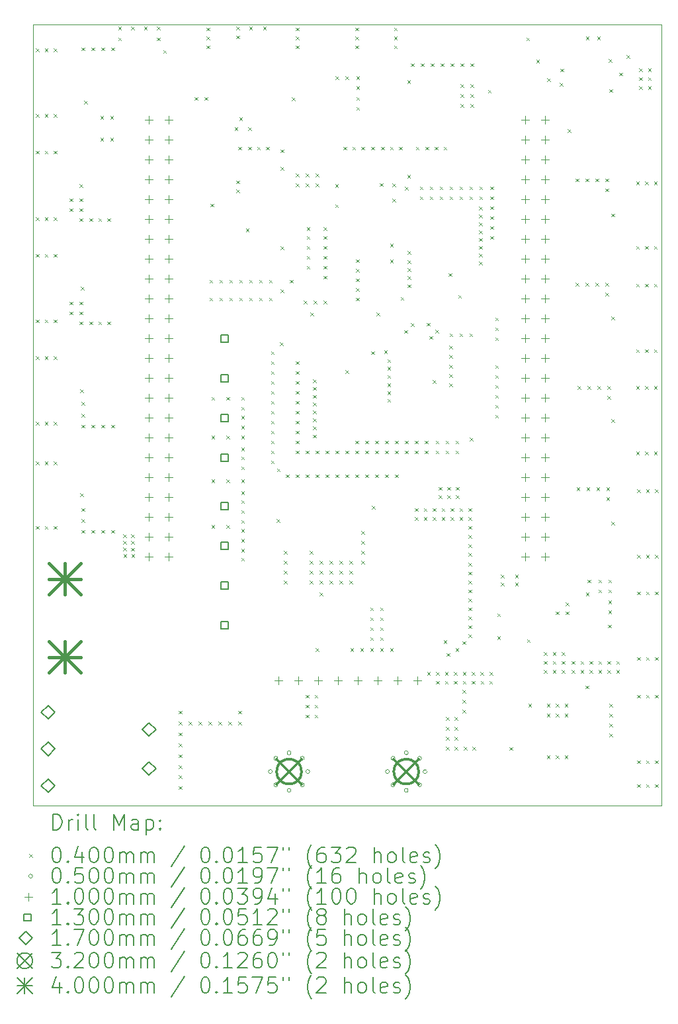
<source format=gbr>
%TF.GenerationSoftware,KiCad,Pcbnew,9.0.3*%
%TF.CreationDate,2025-07-13T22:15:22+07:00*%
%TF.ProjectId,Automative_Hexapod,4175746f-6d61-4746-9976-655f48657861,rev?*%
%TF.SameCoordinates,Original*%
%TF.FileFunction,Drillmap*%
%TF.FilePolarity,Positive*%
%FSLAX45Y45*%
G04 Gerber Fmt 4.5, Leading zero omitted, Abs format (unit mm)*
G04 Created by KiCad (PCBNEW 9.0.3) date 2025-07-13 22:15:22*
%MOMM*%
%LPD*%
G01*
G04 APERTURE LIST*
%ADD10C,0.050000*%
%ADD11C,0.200000*%
%ADD12C,0.100000*%
%ADD13C,0.130000*%
%ADD14C,0.170000*%
%ADD15C,0.320000*%
%ADD16C,0.400000*%
G04 APERTURE END LIST*
D10*
X5350000Y-4700000D02*
X13400000Y-4700000D01*
X13400000Y-14690000D01*
X5350000Y-14690000D01*
X5350000Y-4700000D01*
D11*
D12*
X5390200Y-5009200D02*
X5430200Y-5049200D01*
X5430200Y-5009200D02*
X5390200Y-5049200D01*
X5390200Y-5847400D02*
X5430200Y-5887400D01*
X5430200Y-5847400D02*
X5390200Y-5887400D01*
X5390200Y-6317300D02*
X5430200Y-6357300D01*
X5430200Y-6317300D02*
X5390200Y-6357300D01*
X5390200Y-7168200D02*
X5430200Y-7208200D01*
X5430200Y-7168200D02*
X5390200Y-7208200D01*
X5390200Y-7638100D02*
X5430200Y-7678100D01*
X5430200Y-7638100D02*
X5390200Y-7678100D01*
X5390200Y-8476300D02*
X5430200Y-8516300D01*
X5430200Y-8476300D02*
X5390200Y-8516300D01*
X5390200Y-8946200D02*
X5430200Y-8986200D01*
X5430200Y-8946200D02*
X5390200Y-8986200D01*
X5390200Y-9784400D02*
X5430200Y-9824400D01*
X5430200Y-9784400D02*
X5390200Y-9824400D01*
X5390200Y-10292400D02*
X5430200Y-10332400D01*
X5430200Y-10292400D02*
X5390200Y-10332400D01*
X5390200Y-11117900D02*
X5430200Y-11157900D01*
X5430200Y-11117900D02*
X5390200Y-11157900D01*
X5504500Y-5009200D02*
X5544500Y-5049200D01*
X5544500Y-5009200D02*
X5504500Y-5049200D01*
X5504500Y-5847400D02*
X5544500Y-5887400D01*
X5544500Y-5847400D02*
X5504500Y-5887400D01*
X5504500Y-6317300D02*
X5544500Y-6357300D01*
X5544500Y-6317300D02*
X5504500Y-6357300D01*
X5504500Y-7168200D02*
X5544500Y-7208200D01*
X5544500Y-7168200D02*
X5504500Y-7208200D01*
X5504500Y-7638100D02*
X5544500Y-7678100D01*
X5544500Y-7638100D02*
X5504500Y-7678100D01*
X5504500Y-8476300D02*
X5544500Y-8516300D01*
X5544500Y-8476300D02*
X5504500Y-8516300D01*
X5504500Y-8946200D02*
X5544500Y-8986200D01*
X5544500Y-8946200D02*
X5504500Y-8986200D01*
X5504500Y-9784400D02*
X5544500Y-9824400D01*
X5544500Y-9784400D02*
X5504500Y-9824400D01*
X5504500Y-10292400D02*
X5544500Y-10332400D01*
X5544500Y-10292400D02*
X5504500Y-10332400D01*
X5504500Y-11117900D02*
X5544500Y-11157900D01*
X5544500Y-11117900D02*
X5504500Y-11157900D01*
X5618800Y-5009200D02*
X5658800Y-5049200D01*
X5658800Y-5009200D02*
X5618800Y-5049200D01*
X5618800Y-5847400D02*
X5658800Y-5887400D01*
X5658800Y-5847400D02*
X5618800Y-5887400D01*
X5618800Y-6317300D02*
X5658800Y-6357300D01*
X5658800Y-6317300D02*
X5618800Y-6357300D01*
X5618800Y-7168200D02*
X5658800Y-7208200D01*
X5658800Y-7168200D02*
X5618800Y-7208200D01*
X5618800Y-7638100D02*
X5658800Y-7678100D01*
X5658800Y-7638100D02*
X5618800Y-7678100D01*
X5618800Y-8476300D02*
X5658800Y-8516300D01*
X5658800Y-8476300D02*
X5618800Y-8516300D01*
X5618800Y-8946200D02*
X5658800Y-8986200D01*
X5658800Y-8946200D02*
X5618800Y-8986200D01*
X5618800Y-9784400D02*
X5658800Y-9824400D01*
X5658800Y-9784400D02*
X5618800Y-9824400D01*
X5618800Y-10292400D02*
X5658800Y-10332400D01*
X5658800Y-10292400D02*
X5618800Y-10332400D01*
X5618800Y-11117900D02*
X5658800Y-11157900D01*
X5658800Y-11117900D02*
X5618800Y-11157900D01*
X5822000Y-6926900D02*
X5862000Y-6966900D01*
X5862000Y-6926900D02*
X5822000Y-6966900D01*
X5822000Y-7053900D02*
X5862000Y-7093900D01*
X5862000Y-7053900D02*
X5822000Y-7093900D01*
X5822000Y-8247700D02*
X5862000Y-8287700D01*
X5862000Y-8247700D02*
X5822000Y-8287700D01*
X5822000Y-8374700D02*
X5862000Y-8414700D01*
X5862000Y-8374700D02*
X5822000Y-8414700D01*
X5949000Y-6926900D02*
X5989000Y-6966900D01*
X5989000Y-6926900D02*
X5949000Y-6966900D01*
X5949000Y-7053900D02*
X5989000Y-7093900D01*
X5989000Y-7053900D02*
X5949000Y-7093900D01*
X5949000Y-7180900D02*
X5989000Y-7220900D01*
X5989000Y-7180900D02*
X5949000Y-7220900D01*
X5949000Y-8247700D02*
X5989000Y-8287700D01*
X5989000Y-8247700D02*
X5949000Y-8287700D01*
X5949000Y-8374700D02*
X5989000Y-8414700D01*
X5989000Y-8374700D02*
X5949000Y-8414700D01*
X5949000Y-8501700D02*
X5989000Y-8541700D01*
X5989000Y-8501700D02*
X5949000Y-8541700D01*
X5949060Y-6742300D02*
X5989060Y-6782300D01*
X5989060Y-6742300D02*
X5949060Y-6782300D01*
X5954140Y-10702160D02*
X5994140Y-10742160D01*
X5994140Y-10702160D02*
X5954140Y-10742160D01*
X5956680Y-9371200D02*
X5996680Y-9411200D01*
X5996680Y-9371200D02*
X5956680Y-9411200D01*
X5964300Y-8058020D02*
X6004300Y-8098020D01*
X6004300Y-8058020D02*
X5964300Y-8098020D01*
X5974400Y-4996500D02*
X6014400Y-5036500D01*
X6014400Y-4996500D02*
X5974400Y-5036500D01*
X5974400Y-9530400D02*
X6014400Y-9570400D01*
X6014400Y-9530400D02*
X5974400Y-9570400D01*
X5974400Y-9682800D02*
X6014400Y-9722800D01*
X6014400Y-9682800D02*
X5974400Y-9722800D01*
X5974400Y-9822500D02*
X6014400Y-9862500D01*
X6014400Y-9822500D02*
X5974400Y-9862500D01*
X5974400Y-10889300D02*
X6014400Y-10929300D01*
X6014400Y-10889300D02*
X5974400Y-10929300D01*
X5974400Y-11029000D02*
X6014400Y-11069000D01*
X6014400Y-11029000D02*
X5974400Y-11069000D01*
X5974400Y-11168700D02*
X6014400Y-11208700D01*
X6014400Y-11168700D02*
X5974400Y-11208700D01*
X6006000Y-5678000D02*
X6046000Y-5718000D01*
X6046000Y-5678000D02*
X6006000Y-5718000D01*
X6076000Y-7180900D02*
X6116000Y-7220900D01*
X6116000Y-7180900D02*
X6076000Y-7220900D01*
X6076000Y-8501700D02*
X6116000Y-8541700D01*
X6116000Y-8501700D02*
X6076000Y-8541700D01*
X6101400Y-4996500D02*
X6141400Y-5036500D01*
X6141400Y-4996500D02*
X6101400Y-5036500D01*
X6101400Y-9822500D02*
X6141400Y-9862500D01*
X6141400Y-9822500D02*
X6101400Y-9862500D01*
X6101400Y-11168700D02*
X6141400Y-11208700D01*
X6141400Y-11168700D02*
X6101400Y-11208700D01*
X6190300Y-7180900D02*
X6230300Y-7220900D01*
X6230300Y-7180900D02*
X6190300Y-7220900D01*
X6190300Y-8501700D02*
X6230300Y-8541700D01*
X6230300Y-8501700D02*
X6190300Y-8541700D01*
X6215700Y-5872800D02*
X6255700Y-5912800D01*
X6255700Y-5872800D02*
X6215700Y-5912800D01*
X6215700Y-6152200D02*
X6255700Y-6192200D01*
X6255700Y-6152200D02*
X6215700Y-6192200D01*
X6228400Y-4996500D02*
X6268400Y-5036500D01*
X6268400Y-4996500D02*
X6228400Y-5036500D01*
X6228400Y-9822500D02*
X6268400Y-9862500D01*
X6268400Y-9822500D02*
X6228400Y-9862500D01*
X6228400Y-11168700D02*
X6268400Y-11208700D01*
X6268400Y-11168700D02*
X6228400Y-11208700D01*
X6304600Y-7180900D02*
X6344600Y-7220900D01*
X6344600Y-7180900D02*
X6304600Y-7220900D01*
X6304600Y-8501700D02*
X6344600Y-8541700D01*
X6344600Y-8501700D02*
X6304600Y-8541700D01*
X6342700Y-5872800D02*
X6382700Y-5912800D01*
X6382700Y-5872800D02*
X6342700Y-5912800D01*
X6342700Y-6152200D02*
X6382700Y-6192200D01*
X6382700Y-6152200D02*
X6342700Y-6192200D01*
X6355400Y-4996500D02*
X6395400Y-5036500D01*
X6395400Y-4996500D02*
X6355400Y-5036500D01*
X6355400Y-9822500D02*
X6395400Y-9862500D01*
X6395400Y-9822500D02*
X6355400Y-9862500D01*
X6355400Y-11168700D02*
X6395400Y-11208700D01*
X6395400Y-11168700D02*
X6355400Y-11208700D01*
X6444300Y-4729800D02*
X6484300Y-4769800D01*
X6484300Y-4729800D02*
X6444300Y-4769800D01*
X6444300Y-4869500D02*
X6484300Y-4909500D01*
X6484300Y-4869500D02*
X6444300Y-4909500D01*
X6506000Y-11222000D02*
X6546000Y-11262000D01*
X6546000Y-11222000D02*
X6506000Y-11262000D01*
X6506380Y-11306325D02*
X6546380Y-11346325D01*
X6546380Y-11306325D02*
X6506380Y-11346325D01*
X6509000Y-11395000D02*
X6549000Y-11435000D01*
X6549000Y-11395000D02*
X6509000Y-11435000D01*
X6512000Y-11478000D02*
X6552000Y-11518000D01*
X6552000Y-11478000D02*
X6512000Y-11518000D01*
X6607000Y-11225000D02*
X6647000Y-11265000D01*
X6647000Y-11225000D02*
X6607000Y-11265000D01*
X6607380Y-11309325D02*
X6647380Y-11349325D01*
X6647380Y-11309325D02*
X6607380Y-11349325D01*
X6609400Y-4729800D02*
X6649400Y-4769800D01*
X6649400Y-4729800D02*
X6609400Y-4769800D01*
X6610000Y-11398000D02*
X6650000Y-11438000D01*
X6650000Y-11398000D02*
X6610000Y-11438000D01*
X6613000Y-11481000D02*
X6653000Y-11521000D01*
X6653000Y-11481000D02*
X6613000Y-11521000D01*
X6774500Y-4729800D02*
X6814500Y-4769800D01*
X6814500Y-4729800D02*
X6774500Y-4769800D01*
X6939600Y-4729800D02*
X6979600Y-4769800D01*
X6979600Y-4729800D02*
X6939600Y-4769800D01*
X6939600Y-4869500D02*
X6979600Y-4909500D01*
X6979600Y-4869500D02*
X6939600Y-4909500D01*
X7018000Y-5031000D02*
X7058000Y-5071000D01*
X7058000Y-5031000D02*
X7018000Y-5071000D01*
X7219000Y-13480100D02*
X7259000Y-13520100D01*
X7259000Y-13480100D02*
X7219000Y-13520100D01*
X7219000Y-13619800D02*
X7259000Y-13659800D01*
X7259000Y-13619800D02*
X7219000Y-13659800D01*
X7219000Y-13759500D02*
X7259000Y-13799500D01*
X7259000Y-13759500D02*
X7219000Y-13799500D01*
X7219000Y-13899200D02*
X7259000Y-13939200D01*
X7259000Y-13899200D02*
X7219000Y-13939200D01*
X7219000Y-14038900D02*
X7259000Y-14078900D01*
X7259000Y-14038900D02*
X7219000Y-14078900D01*
X7219000Y-14178600D02*
X7259000Y-14218600D01*
X7259000Y-14178600D02*
X7219000Y-14218600D01*
X7219000Y-14305600D02*
X7259000Y-14345600D01*
X7259000Y-14305600D02*
X7219000Y-14345600D01*
X7219000Y-14445300D02*
X7259000Y-14485300D01*
X7259000Y-14445300D02*
X7219000Y-14485300D01*
X7346000Y-13619800D02*
X7386000Y-13659800D01*
X7386000Y-13619800D02*
X7346000Y-13659800D01*
X7422200Y-5631500D02*
X7462200Y-5671500D01*
X7462200Y-5631500D02*
X7422200Y-5671500D01*
X7473000Y-13619800D02*
X7513000Y-13659800D01*
X7513000Y-13619800D02*
X7473000Y-13659800D01*
X7549200Y-5631500D02*
X7589200Y-5671500D01*
X7589200Y-5631500D02*
X7549200Y-5671500D01*
X7574600Y-4742500D02*
X7614600Y-4782500D01*
X7614600Y-4742500D02*
X7574600Y-4782500D01*
X7574600Y-4856800D02*
X7614600Y-4896800D01*
X7614600Y-4856800D02*
X7574600Y-4896800D01*
X7574600Y-4971100D02*
X7614600Y-5011100D01*
X7614600Y-4971100D02*
X7574600Y-5011100D01*
X7600000Y-13619800D02*
X7640000Y-13659800D01*
X7640000Y-13619800D02*
X7600000Y-13659800D01*
X7612700Y-7968300D02*
X7652700Y-8008300D01*
X7652700Y-7968300D02*
X7612700Y-8008300D01*
X7612700Y-8196900D02*
X7652700Y-8236900D01*
X7652700Y-8196900D02*
X7612700Y-8236900D01*
X7625400Y-6995480D02*
X7665400Y-7035480D01*
X7665400Y-6995480D02*
X7625400Y-7035480D01*
X7638100Y-9466900D02*
X7678100Y-9506900D01*
X7678100Y-9466900D02*
X7638100Y-9506900D01*
X7638100Y-9962200D02*
X7678100Y-10002200D01*
X7678100Y-9962200D02*
X7638100Y-10002200D01*
X7638100Y-10521000D02*
X7678100Y-10561000D01*
X7678100Y-10521000D02*
X7638100Y-10561000D01*
X7638100Y-11105200D02*
X7678100Y-11145200D01*
X7678100Y-11105200D02*
X7638100Y-11145200D01*
X7727000Y-13619800D02*
X7767000Y-13659800D01*
X7767000Y-13619800D02*
X7727000Y-13659800D01*
X7739700Y-7968300D02*
X7779700Y-8008300D01*
X7779700Y-7968300D02*
X7739700Y-8008300D01*
X7739700Y-8196900D02*
X7779700Y-8236900D01*
X7779700Y-8196900D02*
X7739700Y-8236900D01*
X7828600Y-9466900D02*
X7868600Y-9506900D01*
X7868600Y-9466900D02*
X7828600Y-9506900D01*
X7828600Y-9962200D02*
X7868600Y-10002200D01*
X7868600Y-9962200D02*
X7828600Y-10002200D01*
X7828600Y-10521000D02*
X7868600Y-10561000D01*
X7868600Y-10521000D02*
X7828600Y-10561000D01*
X7828600Y-11105200D02*
X7868600Y-11145200D01*
X7868600Y-11105200D02*
X7828600Y-11145200D01*
X7854000Y-13619800D02*
X7894000Y-13659800D01*
X7894000Y-13619800D02*
X7854000Y-13659800D01*
X7866700Y-7968300D02*
X7906700Y-8008300D01*
X7906700Y-7968300D02*
X7866700Y-8008300D01*
X7866700Y-8196900D02*
X7906700Y-8236900D01*
X7906700Y-8196900D02*
X7866700Y-8236900D01*
X7932740Y-6015040D02*
X7972740Y-6055040D01*
X7972740Y-6015040D02*
X7932740Y-6055040D01*
X7955600Y-4729800D02*
X7995600Y-4769800D01*
X7995600Y-4729800D02*
X7955600Y-4769800D01*
X7955600Y-4844100D02*
X7995600Y-4884100D01*
X7995600Y-4844100D02*
X7955600Y-4884100D01*
X7955600Y-6698300D02*
X7995600Y-6738300D01*
X7995600Y-6698300D02*
X7955600Y-6738300D01*
X7955600Y-6812600D02*
X7995600Y-6852600D01*
X7995600Y-6812600D02*
X7955600Y-6852600D01*
X7981000Y-6266500D02*
X8021000Y-6306500D01*
X8021000Y-6266500D02*
X7981000Y-6306500D01*
X7981000Y-13480100D02*
X8021000Y-13520100D01*
X8021000Y-13480100D02*
X7981000Y-13520100D01*
X7981000Y-13619800D02*
X8021000Y-13659800D01*
X8021000Y-13619800D02*
X7981000Y-13659800D01*
X7993700Y-5890580D02*
X8033700Y-5930580D01*
X8033700Y-5890580D02*
X7993700Y-5930580D01*
X7993700Y-7968300D02*
X8033700Y-8008300D01*
X8033700Y-7968300D02*
X7993700Y-8008300D01*
X7993700Y-8196900D02*
X8033700Y-8236900D01*
X8033700Y-8196900D02*
X7993700Y-8236900D01*
X8019100Y-9466900D02*
X8059100Y-9506900D01*
X8059100Y-9466900D02*
X8019100Y-9506900D01*
X8019100Y-9593900D02*
X8059100Y-9633900D01*
X8059100Y-9593900D02*
X8019100Y-9633900D01*
X8019100Y-9708200D02*
X8059100Y-9748200D01*
X8059100Y-9708200D02*
X8019100Y-9748200D01*
X8019100Y-9835200D02*
X8059100Y-9875200D01*
X8059100Y-9835200D02*
X8019100Y-9875200D01*
X8019100Y-9962200D02*
X8059100Y-10002200D01*
X8059100Y-9962200D02*
X8019100Y-10002200D01*
X8019100Y-10114600D02*
X8059100Y-10154600D01*
X8059100Y-10114600D02*
X8019100Y-10154600D01*
X8019100Y-10228900D02*
X8059100Y-10268900D01*
X8059100Y-10228900D02*
X8019100Y-10268900D01*
X8019100Y-10355900D02*
X8059100Y-10395900D01*
X8059100Y-10355900D02*
X8019100Y-10395900D01*
X8019100Y-10521000D02*
X8059100Y-10561000D01*
X8059100Y-10521000D02*
X8019100Y-10561000D01*
X8019100Y-10673400D02*
X8059100Y-10713400D01*
X8059100Y-10673400D02*
X8019100Y-10713400D01*
X8019100Y-10787700D02*
X8059100Y-10827700D01*
X8059100Y-10787700D02*
X8019100Y-10827700D01*
X8019100Y-10914700D02*
X8059100Y-10954700D01*
X8059100Y-10914700D02*
X8019100Y-10954700D01*
X8019100Y-11041700D02*
X8059100Y-11081700D01*
X8059100Y-11041700D02*
X8019100Y-11081700D01*
X8019100Y-11156000D02*
X8059100Y-11196000D01*
X8059100Y-11156000D02*
X8019100Y-11196000D01*
X8019100Y-11283000D02*
X8059100Y-11323000D01*
X8059100Y-11283000D02*
X8019100Y-11323000D01*
X8019100Y-11410000D02*
X8059100Y-11450000D01*
X8059100Y-11410000D02*
X8019100Y-11450000D01*
X8019100Y-11524300D02*
X8059100Y-11564300D01*
X8059100Y-11524300D02*
X8019100Y-11564300D01*
X8077520Y-7311840D02*
X8117520Y-7351840D01*
X8117520Y-7311840D02*
X8077520Y-7351840D01*
X8105460Y-6017580D02*
X8145460Y-6057580D01*
X8145460Y-6017580D02*
X8105460Y-6057580D01*
X8105460Y-6266500D02*
X8145460Y-6306500D01*
X8145460Y-6266500D02*
X8105460Y-6306500D01*
X8120700Y-4729800D02*
X8160700Y-4769800D01*
X8160700Y-4729800D02*
X8120700Y-4769800D01*
X8120700Y-7968300D02*
X8160700Y-8008300D01*
X8160700Y-7968300D02*
X8120700Y-8008300D01*
X8120700Y-8196900D02*
X8160700Y-8236900D01*
X8160700Y-8196900D02*
X8120700Y-8236900D01*
X8222300Y-6266500D02*
X8262300Y-6306500D01*
X8262300Y-6266500D02*
X8222300Y-6306500D01*
X8247700Y-7968300D02*
X8287700Y-8008300D01*
X8287700Y-7968300D02*
X8247700Y-8008300D01*
X8247700Y-8196900D02*
X8287700Y-8236900D01*
X8287700Y-8196900D02*
X8247700Y-8236900D01*
X8298500Y-4729800D02*
X8338500Y-4769800D01*
X8338500Y-4729800D02*
X8298500Y-4769800D01*
X8336600Y-6266500D02*
X8376600Y-6306500D01*
X8376600Y-6266500D02*
X8336600Y-6306500D01*
X8374700Y-7968300D02*
X8414700Y-8008300D01*
X8414700Y-7968300D02*
X8374700Y-8008300D01*
X8374700Y-8196900D02*
X8414700Y-8236900D01*
X8414700Y-8196900D02*
X8374700Y-8236900D01*
X8400100Y-8882700D02*
X8440100Y-8922700D01*
X8440100Y-8882700D02*
X8400100Y-8922700D01*
X8400100Y-9009700D02*
X8440100Y-9049700D01*
X8440100Y-9009700D02*
X8400100Y-9049700D01*
X8400100Y-9136700D02*
X8440100Y-9176700D01*
X8440100Y-9136700D02*
X8400100Y-9176700D01*
X8400100Y-9263700D02*
X8440100Y-9303700D01*
X8440100Y-9263700D02*
X8400100Y-9303700D01*
X8400100Y-9390700D02*
X8440100Y-9430700D01*
X8440100Y-9390700D02*
X8400100Y-9430700D01*
X8400100Y-9517700D02*
X8440100Y-9557700D01*
X8440100Y-9517700D02*
X8400100Y-9557700D01*
X8400100Y-9644700D02*
X8440100Y-9684700D01*
X8440100Y-9644700D02*
X8400100Y-9684700D01*
X8400100Y-9771700D02*
X8440100Y-9811700D01*
X8440100Y-9771700D02*
X8400100Y-9811700D01*
X8400100Y-9898700D02*
X8440100Y-9938700D01*
X8440100Y-9898700D02*
X8400100Y-9938700D01*
X8400100Y-10025700D02*
X8440100Y-10065700D01*
X8440100Y-10025700D02*
X8400100Y-10065700D01*
X8400100Y-10152700D02*
X8440100Y-10192700D01*
X8440100Y-10152700D02*
X8400100Y-10192700D01*
X8400100Y-10279700D02*
X8440100Y-10319700D01*
X8440100Y-10279700D02*
X8400100Y-10319700D01*
X8471850Y-11029000D02*
X8511850Y-11069000D01*
X8511850Y-11029000D02*
X8471850Y-11069000D01*
X8476300Y-10381300D02*
X8516300Y-10421300D01*
X8516300Y-10381300D02*
X8476300Y-10421300D01*
X8514400Y-8768400D02*
X8554400Y-8808400D01*
X8554400Y-8768400D02*
X8514400Y-8808400D01*
X8524560Y-6301200D02*
X8564560Y-6341200D01*
X8564560Y-6301200D02*
X8524560Y-6341200D01*
X8524560Y-6527000D02*
X8564560Y-6567000D01*
X8564560Y-6527000D02*
X8524560Y-6567000D01*
X8524560Y-7539040D02*
X8564560Y-7579040D01*
X8564560Y-7539040D02*
X8524560Y-7579040D01*
X8524560Y-8092760D02*
X8564560Y-8132760D01*
X8564560Y-8092760D02*
X8524560Y-8132760D01*
X8565200Y-11435400D02*
X8605200Y-11475400D01*
X8605200Y-11435400D02*
X8565200Y-11475400D01*
X8565200Y-11562400D02*
X8605200Y-11602400D01*
X8605200Y-11562400D02*
X8565200Y-11602400D01*
X8565200Y-11689400D02*
X8605200Y-11729400D01*
X8605200Y-11689400D02*
X8565200Y-11729400D01*
X8565200Y-11816400D02*
X8605200Y-11856400D01*
X8605200Y-11816400D02*
X8565200Y-11856400D01*
X8590600Y-10457500D02*
X8630600Y-10497500D01*
X8630600Y-10457500D02*
X8590600Y-10497500D01*
X8641400Y-7968300D02*
X8681400Y-8008300D01*
X8681400Y-7968300D02*
X8641400Y-8008300D01*
X8665000Y-5635300D02*
X8705000Y-5675300D01*
X8705000Y-5635300D02*
X8665000Y-5675300D01*
X8717600Y-4742500D02*
X8757600Y-4782500D01*
X8757600Y-4742500D02*
X8717600Y-4782500D01*
X8717600Y-4856800D02*
X8757600Y-4896800D01*
X8757600Y-4856800D02*
X8717600Y-4896800D01*
X8717600Y-4971100D02*
X8757600Y-5011100D01*
X8757600Y-4971100D02*
X8717600Y-5011100D01*
X8717600Y-6609400D02*
X8757600Y-6649400D01*
X8757600Y-6609400D02*
X8717600Y-6649400D01*
X8717600Y-6736400D02*
X8757600Y-6776400D01*
X8757600Y-6736400D02*
X8717600Y-6776400D01*
X8717600Y-9009700D02*
X8757600Y-9049700D01*
X8757600Y-9009700D02*
X8717600Y-9049700D01*
X8717600Y-9136700D02*
X8757600Y-9176700D01*
X8757600Y-9136700D02*
X8717600Y-9176700D01*
X8717600Y-9263700D02*
X8757600Y-9303700D01*
X8757600Y-9263700D02*
X8717600Y-9303700D01*
X8717600Y-9390700D02*
X8757600Y-9430700D01*
X8757600Y-9390700D02*
X8717600Y-9430700D01*
X8717600Y-9517700D02*
X8757600Y-9557700D01*
X8757600Y-9517700D02*
X8717600Y-9557700D01*
X8717600Y-9644700D02*
X8757600Y-9684700D01*
X8757600Y-9644700D02*
X8717600Y-9684700D01*
X8717600Y-9771700D02*
X8757600Y-9811700D01*
X8757600Y-9771700D02*
X8717600Y-9811700D01*
X8717600Y-9898700D02*
X8757600Y-9938700D01*
X8757600Y-9898700D02*
X8717600Y-9938700D01*
X8717600Y-10025700D02*
X8757600Y-10065700D01*
X8757600Y-10025700D02*
X8717600Y-10065700D01*
X8717600Y-10152700D02*
X8757600Y-10192700D01*
X8757600Y-10152700D02*
X8717600Y-10192700D01*
X8717600Y-10457500D02*
X8757600Y-10497500D01*
X8757600Y-10457500D02*
X8717600Y-10497500D01*
X8819200Y-8235000D02*
X8859200Y-8275000D01*
X8859200Y-8235000D02*
X8819200Y-8275000D01*
X8844600Y-6609400D02*
X8884600Y-6649400D01*
X8884600Y-6609400D02*
X8844600Y-6649400D01*
X8844600Y-6736400D02*
X8884600Y-6776400D01*
X8884600Y-6736400D02*
X8844600Y-6776400D01*
X8844600Y-10152700D02*
X8884600Y-10192700D01*
X8884600Y-10152700D02*
X8844600Y-10192700D01*
X8844600Y-10457500D02*
X8884600Y-10497500D01*
X8884600Y-10457500D02*
X8844600Y-10497500D01*
X8844600Y-13276900D02*
X8884600Y-13316900D01*
X8884600Y-13276900D02*
X8844600Y-13316900D01*
X8844600Y-13403900D02*
X8884600Y-13443900D01*
X8884600Y-13403900D02*
X8844600Y-13443900D01*
X8844600Y-13530900D02*
X8884600Y-13570900D01*
X8884600Y-13530900D02*
X8844600Y-13570900D01*
X8857300Y-7295200D02*
X8897300Y-7335200D01*
X8897300Y-7295200D02*
X8857300Y-7335200D01*
X8857300Y-7409500D02*
X8897300Y-7449500D01*
X8897300Y-7409500D02*
X8857300Y-7449500D01*
X8857300Y-7536500D02*
X8897300Y-7576500D01*
X8897300Y-7536500D02*
X8857300Y-7576500D01*
X8857300Y-7663500D02*
X8897300Y-7703500D01*
X8897300Y-7663500D02*
X8857300Y-7703500D01*
X8857300Y-7790500D02*
X8897300Y-7830500D01*
X8897300Y-7790500D02*
X8857300Y-7830500D01*
X8895400Y-11435400D02*
X8935400Y-11475400D01*
X8935400Y-11435400D02*
X8895400Y-11475400D01*
X8895400Y-11562400D02*
X8935400Y-11602400D01*
X8935400Y-11562400D02*
X8895400Y-11602400D01*
X8895400Y-11689400D02*
X8935400Y-11729400D01*
X8935400Y-11689400D02*
X8895400Y-11729400D01*
X8895400Y-11816400D02*
X8935400Y-11856400D01*
X8935400Y-11816400D02*
X8895400Y-11856400D01*
X8905000Y-8387400D02*
X8945000Y-8427400D01*
X8945000Y-8387400D02*
X8905000Y-8427400D01*
X8936287Y-9240840D02*
X8976287Y-9280840D01*
X8976287Y-9240840D02*
X8936287Y-9280840D01*
X8936287Y-9340821D02*
X8976287Y-9380821D01*
X8976287Y-9340821D02*
X8936287Y-9380821D01*
X8936287Y-9440818D02*
X8976287Y-9480818D01*
X8976287Y-9440818D02*
X8936287Y-9480818D01*
X8936287Y-9540818D02*
X8976287Y-9580818D01*
X8976287Y-9540818D02*
X8936287Y-9580818D01*
X8936287Y-9640776D02*
X8976287Y-9680776D01*
X8976287Y-9640776D02*
X8936287Y-9680776D01*
X8936287Y-9740775D02*
X8976287Y-9780775D01*
X8976287Y-9740775D02*
X8936287Y-9780775D01*
X8936287Y-9846068D02*
X8976287Y-9886068D01*
X8976287Y-9846068D02*
X8936287Y-9886068D01*
X8936287Y-9950208D02*
X8976287Y-9990208D01*
X8976287Y-9950208D02*
X8936287Y-9990208D01*
X8946200Y-8235000D02*
X8986200Y-8275000D01*
X8986200Y-8235000D02*
X8946200Y-8275000D01*
X8958900Y-13276900D02*
X8998900Y-13316900D01*
X8998900Y-13276900D02*
X8958900Y-13316900D01*
X8958900Y-13403900D02*
X8998900Y-13443900D01*
X8998900Y-13403900D02*
X8958900Y-13443900D01*
X8958900Y-13530900D02*
X8998900Y-13570900D01*
X8998900Y-13530900D02*
X8958900Y-13570900D01*
X8971600Y-6609400D02*
X9011600Y-6649400D01*
X9011600Y-6609400D02*
X8971600Y-6649400D01*
X8971600Y-6736400D02*
X9011600Y-6776400D01*
X9011600Y-6736400D02*
X8971600Y-6776400D01*
X8971600Y-10152700D02*
X9011600Y-10192700D01*
X9011600Y-10152700D02*
X8971600Y-10192700D01*
X8971600Y-10457500D02*
X9011600Y-10497500D01*
X9011600Y-10457500D02*
X8971600Y-10497500D01*
X8971600Y-12680000D02*
X9011600Y-12720000D01*
X9011600Y-12680000D02*
X8971600Y-12720000D01*
X9022400Y-11562400D02*
X9062400Y-11602400D01*
X9062400Y-11562400D02*
X9022400Y-11602400D01*
X9022400Y-11689400D02*
X9062400Y-11729400D01*
X9062400Y-11689400D02*
X9022400Y-11729400D01*
X9022400Y-11816400D02*
X9062400Y-11856400D01*
X9062400Y-11816400D02*
X9022400Y-11856400D01*
X9022400Y-11968800D02*
X9062400Y-12008800D01*
X9062400Y-11968800D02*
X9022400Y-12008800D01*
X9073200Y-7295200D02*
X9113200Y-7335200D01*
X9113200Y-7295200D02*
X9073200Y-7335200D01*
X9073200Y-7409500D02*
X9113200Y-7449500D01*
X9113200Y-7409500D02*
X9073200Y-7449500D01*
X9073200Y-7536500D02*
X9113200Y-7576500D01*
X9113200Y-7536500D02*
X9073200Y-7576500D01*
X9073200Y-7663500D02*
X9113200Y-7703500D01*
X9113200Y-7663500D02*
X9073200Y-7703500D01*
X9073200Y-7790500D02*
X9113200Y-7830500D01*
X9113200Y-7790500D02*
X9073200Y-7830500D01*
X9073200Y-7917500D02*
X9113200Y-7957500D01*
X9113200Y-7917500D02*
X9073200Y-7957500D01*
X9073200Y-8235000D02*
X9113200Y-8275000D01*
X9113200Y-8235000D02*
X9073200Y-8275000D01*
X9098600Y-10152700D02*
X9138600Y-10192700D01*
X9138600Y-10152700D02*
X9098600Y-10192700D01*
X9098600Y-10457500D02*
X9138600Y-10497500D01*
X9138600Y-10457500D02*
X9098600Y-10497500D01*
X9149400Y-11562400D02*
X9189400Y-11602400D01*
X9189400Y-11562400D02*
X9149400Y-11602400D01*
X9149400Y-11689400D02*
X9189400Y-11729400D01*
X9189400Y-11689400D02*
X9149400Y-11729400D01*
X9149400Y-11816400D02*
X9189400Y-11856400D01*
X9189400Y-11816400D02*
X9149400Y-11856400D01*
X9220520Y-6748000D02*
X9260520Y-6788000D01*
X9260520Y-6748000D02*
X9220520Y-6788000D01*
X9220520Y-7003000D02*
X9260520Y-7043000D01*
X9260520Y-7003000D02*
X9220520Y-7043000D01*
X9225600Y-5364800D02*
X9265600Y-5404800D01*
X9265600Y-5364800D02*
X9225600Y-5404800D01*
X9225600Y-10152700D02*
X9265600Y-10192700D01*
X9265600Y-10152700D02*
X9225600Y-10192700D01*
X9225600Y-10457500D02*
X9265600Y-10497500D01*
X9265600Y-10457500D02*
X9225600Y-10497500D01*
X9276400Y-11562400D02*
X9316400Y-11602400D01*
X9316400Y-11562400D02*
X9276400Y-11602400D01*
X9276400Y-11689400D02*
X9316400Y-11729400D01*
X9316400Y-11689400D02*
X9276400Y-11729400D01*
X9276400Y-11816400D02*
X9316400Y-11856400D01*
X9316400Y-11816400D02*
X9276400Y-11856400D01*
X9324660Y-6266500D02*
X9364660Y-6306500D01*
X9364660Y-6266500D02*
X9324660Y-6306500D01*
X9350060Y-9122640D02*
X9390060Y-9162640D01*
X9390060Y-9122640D02*
X9350060Y-9162640D01*
X9352600Y-5364800D02*
X9392600Y-5404800D01*
X9392600Y-5364800D02*
X9352600Y-5404800D01*
X9352600Y-10152700D02*
X9392600Y-10192700D01*
X9392600Y-10152700D02*
X9352600Y-10192700D01*
X9352600Y-10457500D02*
X9392600Y-10497500D01*
X9392600Y-10457500D02*
X9352600Y-10497500D01*
X9403400Y-11562400D02*
X9443400Y-11602400D01*
X9443400Y-11562400D02*
X9403400Y-11602400D01*
X9403400Y-11689400D02*
X9443400Y-11729400D01*
X9443400Y-11689400D02*
X9403400Y-11729400D01*
X9403400Y-11816400D02*
X9443400Y-11856400D01*
X9443400Y-11816400D02*
X9403400Y-11856400D01*
X9416100Y-12680000D02*
X9456100Y-12720000D01*
X9456100Y-12680000D02*
X9416100Y-12720000D01*
X9441500Y-6266500D02*
X9481500Y-6306500D01*
X9481500Y-6266500D02*
X9441500Y-6306500D01*
X9479600Y-4742500D02*
X9519600Y-4782500D01*
X9519600Y-4742500D02*
X9479600Y-4782500D01*
X9479600Y-4856800D02*
X9519600Y-4896800D01*
X9519600Y-4856800D02*
X9479600Y-4896800D01*
X9479600Y-4971100D02*
X9519600Y-5011100D01*
X9519600Y-4971100D02*
X9479600Y-5011100D01*
X9479600Y-10025700D02*
X9519600Y-10065700D01*
X9519600Y-10025700D02*
X9479600Y-10065700D01*
X9479600Y-10152700D02*
X9519600Y-10192700D01*
X9519600Y-10152700D02*
X9479600Y-10192700D01*
X9479600Y-10457500D02*
X9519600Y-10497500D01*
X9519600Y-10457500D02*
X9479600Y-10497500D01*
X9487220Y-7706680D02*
X9527220Y-7746680D01*
X9527220Y-7706680D02*
X9487220Y-7746680D01*
X9487220Y-7951920D02*
X9527220Y-7991920D01*
X9527220Y-7951920D02*
X9487220Y-7991920D01*
X9487220Y-8074980D02*
X9527220Y-8114980D01*
X9527220Y-8074980D02*
X9487220Y-8114980D01*
X9487220Y-8196920D02*
X9527220Y-8236920D01*
X9527220Y-8196920D02*
X9487220Y-8236920D01*
X9488070Y-7828920D02*
X9528070Y-7868920D01*
X9528070Y-7828920D02*
X9488070Y-7868920D01*
X9492300Y-5364800D02*
X9532300Y-5404800D01*
X9532300Y-5364800D02*
X9492300Y-5404800D01*
X9492300Y-5491800D02*
X9532300Y-5531800D01*
X9532300Y-5491800D02*
X9492300Y-5531800D01*
X9492300Y-5631500D02*
X9532300Y-5671500D01*
X9532300Y-5631500D02*
X9492300Y-5671500D01*
X9492300Y-5758500D02*
X9532300Y-5798500D01*
X9532300Y-5758500D02*
X9492300Y-5798500D01*
X9543100Y-12680000D02*
X9583100Y-12720000D01*
X9583100Y-12680000D02*
X9543100Y-12720000D01*
X9555800Y-6266500D02*
X9595800Y-6306500D01*
X9595800Y-6266500D02*
X9555800Y-6306500D01*
X9555800Y-11181400D02*
X9595800Y-11221400D01*
X9595800Y-11181400D02*
X9555800Y-11221400D01*
X9555800Y-11308400D02*
X9595800Y-11348400D01*
X9595800Y-11308400D02*
X9555800Y-11348400D01*
X9555800Y-11435400D02*
X9595800Y-11475400D01*
X9595800Y-11435400D02*
X9555800Y-11475400D01*
X9555800Y-11562400D02*
X9595800Y-11602400D01*
X9595800Y-11562400D02*
X9555800Y-11602400D01*
X9606600Y-10025700D02*
X9646600Y-10065700D01*
X9646600Y-10025700D02*
X9606600Y-10065700D01*
X9606600Y-10152700D02*
X9646600Y-10192700D01*
X9646600Y-10152700D02*
X9606600Y-10192700D01*
X9606600Y-10457500D02*
X9646600Y-10497500D01*
X9646600Y-10457500D02*
X9606600Y-10497500D01*
X9670100Y-12159300D02*
X9710100Y-12199300D01*
X9710100Y-12159300D02*
X9670100Y-12199300D01*
X9670100Y-12286300D02*
X9710100Y-12326300D01*
X9710100Y-12286300D02*
X9670100Y-12326300D01*
X9670100Y-12413300D02*
X9710100Y-12453300D01*
X9710100Y-12413300D02*
X9670100Y-12453300D01*
X9670100Y-12540300D02*
X9710100Y-12580300D01*
X9710100Y-12540300D02*
X9670100Y-12580300D01*
X9670100Y-12680000D02*
X9710100Y-12720000D01*
X9710100Y-12680000D02*
X9670100Y-12720000D01*
X9682800Y-6266500D02*
X9722800Y-6306500D01*
X9722800Y-6266500D02*
X9682800Y-6306500D01*
X9682800Y-8882700D02*
X9722800Y-8922700D01*
X9722800Y-8882700D02*
X9682800Y-8922700D01*
X9690000Y-10862000D02*
X9730000Y-10902000D01*
X9730000Y-10862000D02*
X9690000Y-10902000D01*
X9733600Y-10025700D02*
X9773600Y-10065700D01*
X9773600Y-10025700D02*
X9733600Y-10065700D01*
X9733600Y-10152700D02*
X9773600Y-10192700D01*
X9773600Y-10152700D02*
X9733600Y-10192700D01*
X9733600Y-10457500D02*
X9773600Y-10497500D01*
X9773600Y-10457500D02*
X9733600Y-10497500D01*
X9747070Y-8387400D02*
X9787070Y-8427400D01*
X9787070Y-8387400D02*
X9747070Y-8427400D01*
X9789480Y-6731320D02*
X9829480Y-6771320D01*
X9829480Y-6731320D02*
X9789480Y-6771320D01*
X9797100Y-12159300D02*
X9837100Y-12199300D01*
X9837100Y-12159300D02*
X9797100Y-12199300D01*
X9797100Y-12286300D02*
X9837100Y-12326300D01*
X9837100Y-12286300D02*
X9797100Y-12326300D01*
X9797100Y-12413300D02*
X9837100Y-12453300D01*
X9837100Y-12413300D02*
X9797100Y-12453300D01*
X9797100Y-12540300D02*
X9837100Y-12580300D01*
X9837100Y-12540300D02*
X9797100Y-12580300D01*
X9797100Y-12680000D02*
X9837100Y-12720000D01*
X9837100Y-12680000D02*
X9797100Y-12720000D01*
X9807260Y-6266500D02*
X9847260Y-6306500D01*
X9847260Y-6266500D02*
X9807260Y-6306500D01*
X9847900Y-8870000D02*
X9887900Y-8910000D01*
X9887900Y-8870000D02*
X9847900Y-8910000D01*
X9860600Y-10025700D02*
X9900600Y-10065700D01*
X9900600Y-10025700D02*
X9860600Y-10065700D01*
X9860600Y-10152700D02*
X9900600Y-10192700D01*
X9900600Y-10152700D02*
X9860600Y-10192700D01*
X9860600Y-10457500D02*
X9900600Y-10497500D01*
X9900600Y-10457500D02*
X9860600Y-10497500D01*
X9888540Y-8983600D02*
X9928540Y-9023600D01*
X9928540Y-8983600D02*
X9888540Y-9023600D01*
X9888540Y-9083574D02*
X9928540Y-9123574D01*
X9928540Y-9083574D02*
X9888540Y-9123574D01*
X9888540Y-9187100D02*
X9928540Y-9227100D01*
X9928540Y-9187100D02*
X9888540Y-9227100D01*
X9888540Y-9292646D02*
X9928540Y-9332646D01*
X9928540Y-9292646D02*
X9888540Y-9332646D01*
X9888540Y-9392646D02*
X9928540Y-9432646D01*
X9928540Y-9392646D02*
X9888540Y-9432646D01*
X9888540Y-9492646D02*
X9928540Y-9532646D01*
X9928540Y-9492646D02*
X9888540Y-9532646D01*
X9923301Y-7506326D02*
X9963301Y-7546326D01*
X9963301Y-7506326D02*
X9923301Y-7546326D01*
X9923301Y-7712720D02*
X9963301Y-7752720D01*
X9963301Y-7712720D02*
X9923301Y-7752720D01*
X9924100Y-6266500D02*
X9964100Y-6306500D01*
X9964100Y-6266500D02*
X9924100Y-6306500D01*
X9924100Y-12680000D02*
X9964100Y-12720000D01*
X9964100Y-12680000D02*
X9924100Y-12720000D01*
X9954580Y-6733860D02*
X9994580Y-6773860D01*
X9994580Y-6733860D02*
X9954580Y-6773860D01*
X9954580Y-6929440D02*
X9994580Y-6969440D01*
X9994580Y-6929440D02*
X9954580Y-6969440D01*
X9974900Y-4742500D02*
X10014900Y-4782500D01*
X10014900Y-4742500D02*
X9974900Y-4782500D01*
X9974900Y-4856800D02*
X10014900Y-4896800D01*
X10014900Y-4856800D02*
X9974900Y-4896800D01*
X9974900Y-4971100D02*
X10014900Y-5011100D01*
X10014900Y-4971100D02*
X9974900Y-5011100D01*
X9987600Y-10025700D02*
X10027600Y-10065700D01*
X10027600Y-10025700D02*
X9987600Y-10065700D01*
X9987600Y-10152700D02*
X10027600Y-10192700D01*
X10027600Y-10152700D02*
X9987600Y-10192700D01*
X9987600Y-10457500D02*
X10027600Y-10497500D01*
X10027600Y-10457500D02*
X9987600Y-10497500D01*
X10038400Y-6266500D02*
X10078400Y-6306500D01*
X10078400Y-6266500D02*
X10038400Y-6306500D01*
X10059000Y-8188000D02*
X10099000Y-8228000D01*
X10099000Y-8188000D02*
X10059000Y-8228000D01*
X10106149Y-8612629D02*
X10146149Y-8652629D01*
X10146149Y-8612629D02*
X10106149Y-8652629D01*
X10114600Y-6777040D02*
X10154600Y-6817040D01*
X10154600Y-6777040D02*
X10114600Y-6817040D01*
X10114600Y-10025700D02*
X10154600Y-10065700D01*
X10154600Y-10025700D02*
X10114600Y-10065700D01*
X10114600Y-10152700D02*
X10154600Y-10192700D01*
X10154600Y-10152700D02*
X10114600Y-10192700D01*
X10142540Y-5417000D02*
X10182540Y-5457000D01*
X10182540Y-5417000D02*
X10142540Y-5457000D01*
X10142540Y-6627180D02*
X10182540Y-6667180D01*
X10182540Y-6627180D02*
X10142540Y-6667180D01*
X10149381Y-7820983D02*
X10189381Y-7860983D01*
X10189381Y-7820983D02*
X10149381Y-7860983D01*
X10150000Y-7603000D02*
X10190000Y-7643000D01*
X10190000Y-7603000D02*
X10150000Y-7643000D01*
X10150160Y-7720983D02*
X10190160Y-7760983D01*
X10190160Y-7720983D02*
X10150160Y-7760983D01*
X10150160Y-7920980D02*
X10190160Y-7960980D01*
X10190160Y-7920980D02*
X10150160Y-7960980D01*
X10150160Y-8026720D02*
X10190160Y-8066720D01*
X10190160Y-8026720D02*
X10150160Y-8066720D01*
X10190800Y-5199700D02*
X10230800Y-5239700D01*
X10230800Y-5199700D02*
X10190800Y-5239700D01*
X10190800Y-8522020D02*
X10230800Y-8562020D01*
X10230800Y-8522020D02*
X10190800Y-8562020D01*
X10241600Y-10025700D02*
X10281600Y-10065700D01*
X10281600Y-10025700D02*
X10241600Y-10065700D01*
X10241600Y-10152700D02*
X10281600Y-10192700D01*
X10281600Y-10152700D02*
X10241600Y-10192700D01*
X10241600Y-10889300D02*
X10281600Y-10929300D01*
X10281600Y-10889300D02*
X10241600Y-10929300D01*
X10241600Y-11003600D02*
X10281600Y-11043600D01*
X10281600Y-11003600D02*
X10241600Y-11043600D01*
X10254300Y-6266500D02*
X10294300Y-6306500D01*
X10294300Y-6266500D02*
X10254300Y-6306500D01*
X10305100Y-6774500D02*
X10345100Y-6814500D01*
X10345100Y-6774500D02*
X10305100Y-6814500D01*
X10305100Y-6901500D02*
X10345100Y-6941500D01*
X10345100Y-6901500D02*
X10305100Y-6941500D01*
X10317800Y-5199700D02*
X10357800Y-5239700D01*
X10357800Y-5199700D02*
X10317800Y-5239700D01*
X10355900Y-10889300D02*
X10395900Y-10929300D01*
X10395900Y-10889300D02*
X10355900Y-10929300D01*
X10355900Y-11003600D02*
X10395900Y-11043600D01*
X10395900Y-11003600D02*
X10355900Y-11043600D01*
X10368600Y-10025700D02*
X10408600Y-10065700D01*
X10408600Y-10025700D02*
X10368600Y-10065700D01*
X10368600Y-10152700D02*
X10408600Y-10192700D01*
X10408600Y-10152700D02*
X10368600Y-10192700D01*
X10378760Y-6266500D02*
X10418760Y-6306500D01*
X10418760Y-6266500D02*
X10378760Y-6306500D01*
X10391460Y-8519480D02*
X10431460Y-8559480D01*
X10431460Y-8519480D02*
X10391460Y-8559480D01*
X10396540Y-12984800D02*
X10436540Y-13024800D01*
X10436540Y-12984800D02*
X10396540Y-13024800D01*
X10429817Y-8687120D02*
X10469817Y-8727120D01*
X10469817Y-8687120D02*
X10429817Y-8727120D01*
X10432100Y-6774500D02*
X10472100Y-6814500D01*
X10472100Y-6774500D02*
X10432100Y-6814500D01*
X10432100Y-6901500D02*
X10472100Y-6941500D01*
X10472100Y-6901500D02*
X10432100Y-6941500D01*
X10444800Y-5199700D02*
X10484800Y-5239700D01*
X10484800Y-5199700D02*
X10444800Y-5239700D01*
X10470000Y-9251000D02*
X10510000Y-9291000D01*
X10510000Y-9251000D02*
X10470000Y-9291000D01*
X10470200Y-10889300D02*
X10510200Y-10929300D01*
X10510200Y-10889300D02*
X10470200Y-10929300D01*
X10470200Y-11003600D02*
X10510200Y-11043600D01*
X10510200Y-11003600D02*
X10470200Y-11043600D01*
X10495600Y-6266500D02*
X10535600Y-6306500D01*
X10535600Y-6266500D02*
X10495600Y-6306500D01*
X10505760Y-8608380D02*
X10545760Y-8648380D01*
X10545760Y-8608380D02*
X10505760Y-8648380D01*
X10508300Y-10025700D02*
X10548300Y-10065700D01*
X10548300Y-10025700D02*
X10508300Y-10065700D01*
X10508300Y-10152700D02*
X10548300Y-10192700D01*
X10548300Y-10152700D02*
X10508300Y-10192700D01*
X10510840Y-12984800D02*
X10550840Y-13024800D01*
X10550840Y-12984800D02*
X10510840Y-13024800D01*
X10510840Y-13099100D02*
X10550840Y-13139100D01*
X10550840Y-13099100D02*
X10510840Y-13139100D01*
X10543860Y-10617520D02*
X10583860Y-10657520D01*
X10583860Y-10617520D02*
X10543860Y-10657520D01*
X10543860Y-10724200D02*
X10583860Y-10764200D01*
X10583860Y-10724200D02*
X10543860Y-10764200D01*
X10559100Y-6774500D02*
X10599100Y-6814500D01*
X10599100Y-6774500D02*
X10559100Y-6814500D01*
X10559100Y-6901500D02*
X10599100Y-6941500D01*
X10599100Y-6901500D02*
X10559100Y-6941500D01*
X10571800Y-5199700D02*
X10611800Y-5239700D01*
X10611800Y-5199700D02*
X10571800Y-5239700D01*
X10584500Y-10889300D02*
X10624500Y-10929300D01*
X10624500Y-10889300D02*
X10584500Y-10929300D01*
X10584500Y-11003600D02*
X10624500Y-11043600D01*
X10624500Y-11003600D02*
X10584500Y-11043600D01*
X10609900Y-6266500D02*
X10649900Y-6306500D01*
X10649900Y-6266500D02*
X10609900Y-6306500D01*
X10610000Y-12577000D02*
X10650000Y-12617000D01*
X10650000Y-12577000D02*
X10610000Y-12617000D01*
X10625140Y-12984800D02*
X10665140Y-13024800D01*
X10665140Y-12984800D02*
X10625140Y-13024800D01*
X10625140Y-13099100D02*
X10665140Y-13139100D01*
X10665140Y-13099100D02*
X10625140Y-13139100D01*
X10635300Y-10025700D02*
X10675300Y-10065700D01*
X10675300Y-10025700D02*
X10635300Y-10065700D01*
X10635300Y-10152700D02*
X10675300Y-10192700D01*
X10675300Y-10152700D02*
X10635300Y-10192700D01*
X10635640Y-13562620D02*
X10675640Y-13602620D01*
X10675640Y-13562620D02*
X10635640Y-13602620D01*
X10635640Y-13689620D02*
X10675640Y-13729620D01*
X10675640Y-13689620D02*
X10635640Y-13729620D01*
X10635640Y-13816620D02*
X10675640Y-13856620D01*
X10675640Y-13816620D02*
X10635640Y-13856620D01*
X10635640Y-13943620D02*
X10675640Y-13983620D01*
X10675640Y-13943620D02*
X10635640Y-13983620D01*
X10648000Y-12743500D02*
X10688000Y-12783500D01*
X10688000Y-12743500D02*
X10648000Y-12783500D01*
X10655620Y-10617520D02*
X10695620Y-10657520D01*
X10695620Y-10617520D02*
X10655620Y-10657520D01*
X10655620Y-10724200D02*
X10695620Y-10764200D01*
X10695620Y-10724200D02*
X10655620Y-10764200D01*
X10673400Y-7883300D02*
X10713400Y-7923300D01*
X10713400Y-7883300D02*
X10673400Y-7923300D01*
X10682280Y-8812100D02*
X10722280Y-8852100D01*
X10722280Y-8812100D02*
X10682280Y-8852100D01*
X10682280Y-8931600D02*
X10722280Y-8971600D01*
X10722280Y-8931600D02*
X10682280Y-8971600D01*
X10682280Y-9053532D02*
X10722280Y-9093532D01*
X10722280Y-9053532D02*
X10682280Y-9093532D01*
X10682280Y-9172600D02*
X10722280Y-9212600D01*
X10722280Y-9172600D02*
X10682280Y-9212600D01*
X10682280Y-9292600D02*
X10722280Y-9332600D01*
X10722280Y-9292600D02*
X10682280Y-9332600D01*
X10686100Y-6774500D02*
X10726100Y-6814500D01*
X10726100Y-6774500D02*
X10686100Y-6814500D01*
X10686100Y-6901500D02*
X10726100Y-6941500D01*
X10726100Y-6901500D02*
X10686100Y-6941500D01*
X10686100Y-8654100D02*
X10726100Y-8694100D01*
X10726100Y-8654100D02*
X10686100Y-8694100D01*
X10698800Y-5199700D02*
X10738800Y-5239700D01*
X10738800Y-5199700D02*
X10698800Y-5239700D01*
X10698800Y-10889300D02*
X10738800Y-10929300D01*
X10738800Y-10889300D02*
X10698800Y-10929300D01*
X10698800Y-11003600D02*
X10738800Y-11043600D01*
X10738800Y-11003600D02*
X10698800Y-11043600D01*
X10739440Y-12984800D02*
X10779440Y-13024800D01*
X10779440Y-12984800D02*
X10739440Y-13024800D01*
X10739440Y-13099100D02*
X10779440Y-13139100D01*
X10779440Y-13099100D02*
X10739440Y-13139100D01*
X10749940Y-13562620D02*
X10789940Y-13602620D01*
X10789940Y-13562620D02*
X10749940Y-13602620D01*
X10749940Y-13689620D02*
X10789940Y-13729620D01*
X10789940Y-13689620D02*
X10749940Y-13729620D01*
X10749940Y-13816620D02*
X10789940Y-13856620D01*
X10789940Y-13816620D02*
X10749940Y-13856620D01*
X10749940Y-13943620D02*
X10789940Y-13983620D01*
X10789940Y-13943620D02*
X10749940Y-13983620D01*
X10762300Y-10025700D02*
X10802300Y-10065700D01*
X10802300Y-10025700D02*
X10762300Y-10065700D01*
X10762300Y-10152700D02*
X10802300Y-10192700D01*
X10802300Y-10152700D02*
X10762300Y-10192700D01*
X10762300Y-12680000D02*
X10802300Y-12720000D01*
X10802300Y-12680000D02*
X10762300Y-12720000D01*
X10767380Y-10617520D02*
X10807380Y-10657520D01*
X10807380Y-10617520D02*
X10767380Y-10657520D01*
X10767380Y-10724200D02*
X10807380Y-10764200D01*
X10807380Y-10724200D02*
X10767380Y-10764200D01*
X10795320Y-8163880D02*
X10835320Y-8203880D01*
X10835320Y-8163880D02*
X10795320Y-8203880D01*
X10813100Y-6774500D02*
X10853100Y-6814500D01*
X10853100Y-6774500D02*
X10813100Y-6814500D01*
X10813100Y-6901500D02*
X10853100Y-6941500D01*
X10853100Y-6901500D02*
X10813100Y-6941500D01*
X10813100Y-8654100D02*
X10853100Y-8694100D01*
X10853100Y-8654100D02*
X10813100Y-8694100D01*
X10813100Y-10889300D02*
X10853100Y-10929300D01*
X10853100Y-10889300D02*
X10813100Y-10929300D01*
X10813100Y-11003600D02*
X10853100Y-11043600D01*
X10853100Y-11003600D02*
X10813100Y-11043600D01*
X10825800Y-5199700D02*
X10865800Y-5239700D01*
X10865800Y-5199700D02*
X10825800Y-5239700D01*
X10825800Y-5466400D02*
X10865800Y-5506400D01*
X10865800Y-5466400D02*
X10825800Y-5506400D01*
X10825800Y-5593400D02*
X10865800Y-5633400D01*
X10865800Y-5593400D02*
X10825800Y-5633400D01*
X10825800Y-5720400D02*
X10865800Y-5760400D01*
X10865800Y-5720400D02*
X10825800Y-5760400D01*
X10851200Y-12591100D02*
X10891200Y-12631100D01*
X10891200Y-12591100D02*
X10851200Y-12631100D01*
X10851200Y-13213400D02*
X10891200Y-13253400D01*
X10891200Y-13213400D02*
X10851200Y-13253400D01*
X10851200Y-13340400D02*
X10891200Y-13380400D01*
X10891200Y-13340400D02*
X10851200Y-13380400D01*
X10851200Y-13467400D02*
X10891200Y-13507400D01*
X10891200Y-13467400D02*
X10851200Y-13507400D01*
X10853740Y-12984800D02*
X10893740Y-13024800D01*
X10893740Y-12984800D02*
X10853740Y-13024800D01*
X10853740Y-13099100D02*
X10893740Y-13139100D01*
X10893740Y-13099100D02*
X10853740Y-13139100D01*
X10864240Y-13943620D02*
X10904240Y-13983620D01*
X10904240Y-13943620D02*
X10864240Y-13983620D01*
X10924860Y-10889300D02*
X10964860Y-10929300D01*
X10964860Y-10889300D02*
X10924860Y-10929300D01*
X10924860Y-11003600D02*
X10964860Y-11043600D01*
X10964860Y-11003600D02*
X10924860Y-11043600D01*
X10924860Y-11117900D02*
X10964860Y-11157900D01*
X10964860Y-11117900D02*
X10924860Y-11157900D01*
X10924860Y-11234740D02*
X10964860Y-11274740D01*
X10964860Y-11234740D02*
X10924860Y-11274740D01*
X10924860Y-11349040D02*
X10964860Y-11389040D01*
X10964860Y-11349040D02*
X10924860Y-11389040D01*
X10924860Y-11463340D02*
X10964860Y-11503340D01*
X10964860Y-11463340D02*
X10924860Y-11503340D01*
X10924860Y-11587800D02*
X10964860Y-11627800D01*
X10964860Y-11587800D02*
X10924860Y-11627800D01*
X10924860Y-11702100D02*
X10964860Y-11742100D01*
X10964860Y-11702100D02*
X10924860Y-11742100D01*
X10924860Y-11816400D02*
X10964860Y-11856400D01*
X10964860Y-11816400D02*
X10924860Y-11856400D01*
X10924860Y-11930700D02*
X10964860Y-11970700D01*
X10964860Y-11930700D02*
X10924860Y-11970700D01*
X10924860Y-12045000D02*
X10964860Y-12085000D01*
X10964860Y-12045000D02*
X10924860Y-12085000D01*
X10924860Y-12159300D02*
X10964860Y-12199300D01*
X10964860Y-12159300D02*
X10924860Y-12199300D01*
X10924860Y-12273600D02*
X10964860Y-12313600D01*
X10964860Y-12273600D02*
X10924860Y-12313600D01*
X10924860Y-12387900D02*
X10964860Y-12427900D01*
X10964860Y-12387900D02*
X10924860Y-12427900D01*
X10924860Y-12502200D02*
X10964860Y-12542200D01*
X10964860Y-12502200D02*
X10924860Y-12542200D01*
X10940100Y-6774500D02*
X10980100Y-6814500D01*
X10980100Y-6774500D02*
X10940100Y-6814500D01*
X10940100Y-6901500D02*
X10980100Y-6941500D01*
X10980100Y-6901500D02*
X10940100Y-6941500D01*
X10940100Y-8654100D02*
X10980100Y-8694100D01*
X10980100Y-8654100D02*
X10940100Y-8694100D01*
X10945000Y-9985000D02*
X10985000Y-10025000D01*
X10985000Y-9985000D02*
X10945000Y-10025000D01*
X10952800Y-5199700D02*
X10992800Y-5239700D01*
X10992800Y-5199700D02*
X10952800Y-5239700D01*
X10952800Y-5466400D02*
X10992800Y-5506400D01*
X10992800Y-5466400D02*
X10952800Y-5506400D01*
X10952800Y-5593400D02*
X10992800Y-5633400D01*
X10992800Y-5593400D02*
X10952800Y-5633400D01*
X10952800Y-5720400D02*
X10992800Y-5760400D01*
X10992800Y-5720400D02*
X10952800Y-5760400D01*
X10968040Y-12984800D02*
X11008040Y-13024800D01*
X11008040Y-12984800D02*
X10968040Y-13024800D01*
X10968040Y-13099100D02*
X11008040Y-13139100D01*
X11008040Y-13099100D02*
X10968040Y-13139100D01*
X10978540Y-13943620D02*
X11018540Y-13983620D01*
X11018540Y-13943620D02*
X10978540Y-13983620D01*
X11059480Y-7034828D02*
X11099480Y-7074828D01*
X11099480Y-7034828D02*
X11059480Y-7074828D01*
X11059480Y-7135163D02*
X11099480Y-7175163D01*
X11099480Y-7135163D02*
X11059480Y-7175163D01*
X11059480Y-7235497D02*
X11099480Y-7275497D01*
X11099480Y-7235497D02*
X11059480Y-7275497D01*
X11059480Y-7335831D02*
X11099480Y-7375831D01*
X11099480Y-7335831D02*
X11059480Y-7375831D01*
X11059480Y-7436166D02*
X11099480Y-7476166D01*
X11099480Y-7436166D02*
X11059480Y-7476166D01*
X11059480Y-7536500D02*
X11099480Y-7576500D01*
X11099480Y-7536500D02*
X11059480Y-7576500D01*
X11059480Y-7636834D02*
X11099480Y-7676834D01*
X11099480Y-7636834D02*
X11059480Y-7676834D01*
X11059480Y-7737169D02*
X11099480Y-7777169D01*
X11099480Y-7737169D02*
X11059480Y-7777169D01*
X11067100Y-6774500D02*
X11107100Y-6814500D01*
X11107100Y-6774500D02*
X11067100Y-6814500D01*
X11067100Y-6901500D02*
X11107100Y-6941500D01*
X11107100Y-6901500D02*
X11067100Y-6941500D01*
X11079800Y-12984800D02*
X11119800Y-13024800D01*
X11119800Y-12984800D02*
X11079800Y-13024800D01*
X11082340Y-13099100D02*
X11122340Y-13139100D01*
X11122340Y-13099100D02*
X11082340Y-13139100D01*
X11176320Y-5537520D02*
X11216320Y-5577520D01*
X11216320Y-5537520D02*
X11176320Y-5577520D01*
X11194100Y-13099100D02*
X11234100Y-13139100D01*
X11234100Y-13099100D02*
X11194100Y-13139100D01*
X11196640Y-12984800D02*
X11236640Y-13024800D01*
X11236640Y-12984800D02*
X11196640Y-13024800D01*
X11206800Y-6774500D02*
X11246800Y-6814500D01*
X11246800Y-6774500D02*
X11206800Y-6814500D01*
X11206800Y-6901500D02*
X11246800Y-6941500D01*
X11246800Y-6901500D02*
X11206800Y-6941500D01*
X11206800Y-7028500D02*
X11246800Y-7068500D01*
X11246800Y-7028500D02*
X11206800Y-7068500D01*
X11206800Y-7155500D02*
X11246800Y-7195500D01*
X11246800Y-7155500D02*
X11206800Y-7195500D01*
X11206800Y-7282500D02*
X11246800Y-7322500D01*
X11246800Y-7282500D02*
X11206800Y-7322500D01*
X11206800Y-7409500D02*
X11246800Y-7449500D01*
X11246800Y-7409500D02*
X11206800Y-7449500D01*
X11270300Y-8450900D02*
X11310300Y-8490900D01*
X11310300Y-8450900D02*
X11270300Y-8490900D01*
X11270300Y-8577900D02*
X11310300Y-8617900D01*
X11310300Y-8577900D02*
X11270300Y-8617900D01*
X11270300Y-8704900D02*
X11310300Y-8744900D01*
X11310300Y-8704900D02*
X11270300Y-8744900D01*
X11270300Y-9060500D02*
X11310300Y-9100500D01*
X11310300Y-9060500D02*
X11270300Y-9100500D01*
X11270300Y-9187500D02*
X11310300Y-9227500D01*
X11310300Y-9187500D02*
X11270300Y-9227500D01*
X11270300Y-9314500D02*
X11310300Y-9354500D01*
X11310300Y-9314500D02*
X11270300Y-9354500D01*
X11270300Y-9441500D02*
X11310300Y-9481500D01*
X11310300Y-9441500D02*
X11270300Y-9481500D01*
X11270300Y-9568500D02*
X11310300Y-9608500D01*
X11310300Y-9568500D02*
X11270300Y-9608500D01*
X11270300Y-9695500D02*
X11310300Y-9735500D01*
X11310300Y-9695500D02*
X11270300Y-9735500D01*
X11295700Y-12235500D02*
X11335700Y-12275500D01*
X11335700Y-12235500D02*
X11295700Y-12275500D01*
X11295700Y-12527600D02*
X11335700Y-12567600D01*
X11335700Y-12527600D02*
X11295700Y-12567600D01*
X11343420Y-11742381D02*
X11383420Y-11782381D01*
X11383420Y-11742381D02*
X11343420Y-11782381D01*
X11343420Y-11842381D02*
X11383420Y-11882381D01*
X11383420Y-11842381D02*
X11343420Y-11882381D01*
X11449140Y-13946160D02*
X11489140Y-13986160D01*
X11489140Y-13946160D02*
X11449140Y-13986160D01*
X11524160Y-11742381D02*
X11564160Y-11782381D01*
X11564160Y-11742381D02*
X11524160Y-11782381D01*
X11524160Y-11842381D02*
X11564160Y-11882381D01*
X11564160Y-11842381D02*
X11524160Y-11882381D01*
X11666540Y-4869500D02*
X11706540Y-4909500D01*
X11706540Y-4869500D02*
X11666540Y-4909500D01*
X11676700Y-12565700D02*
X11716700Y-12605700D01*
X11716700Y-12565700D02*
X11676700Y-12605700D01*
X11692000Y-13391000D02*
X11732000Y-13431000D01*
X11732000Y-13391000D02*
X11692000Y-13431000D01*
X11793980Y-5153580D02*
X11833980Y-5193580D01*
X11833980Y-5153580D02*
X11793980Y-5193580D01*
X11892600Y-12730800D02*
X11932600Y-12770800D01*
X11932600Y-12730800D02*
X11892600Y-12770800D01*
X11892600Y-12845100D02*
X11932600Y-12885100D01*
X11932600Y-12845100D02*
X11892600Y-12885100D01*
X11892600Y-12959400D02*
X11932600Y-12999400D01*
X11932600Y-12959400D02*
X11892600Y-12999400D01*
X11930700Y-13391200D02*
X11970700Y-13431200D01*
X11970700Y-13391200D02*
X11930700Y-13431200D01*
X11930700Y-13518200D02*
X11970700Y-13558200D01*
X11970700Y-13518200D02*
X11930700Y-13558200D01*
X11930700Y-14051600D02*
X11970700Y-14091600D01*
X11970700Y-14051600D02*
X11930700Y-14091600D01*
X11933240Y-5390200D02*
X11973240Y-5430200D01*
X11973240Y-5390200D02*
X11933240Y-5430200D01*
X12006900Y-12730800D02*
X12046900Y-12770800D01*
X12046900Y-12730800D02*
X12006900Y-12770800D01*
X12006900Y-12845100D02*
X12046900Y-12885100D01*
X12046900Y-12845100D02*
X12006900Y-12885100D01*
X12006900Y-12959400D02*
X12046900Y-12999400D01*
X12046900Y-12959400D02*
X12006900Y-12999400D01*
X12045000Y-12210100D02*
X12085000Y-12250100D01*
X12085000Y-12210100D02*
X12045000Y-12250100D01*
X12045000Y-13391200D02*
X12085000Y-13431200D01*
X12085000Y-13391200D02*
X12045000Y-13431200D01*
X12045000Y-13518200D02*
X12085000Y-13558200D01*
X12085000Y-13518200D02*
X12045000Y-13558200D01*
X12045000Y-14051600D02*
X12085000Y-14091600D01*
X12085000Y-14051600D02*
X12045000Y-14091600D01*
X12095800Y-5451160D02*
X12135800Y-5491160D01*
X12135800Y-5451160D02*
X12095800Y-5491160D01*
X12101980Y-5268580D02*
X12141980Y-5308580D01*
X12141980Y-5268580D02*
X12101980Y-5308580D01*
X12121200Y-12730800D02*
X12161200Y-12770800D01*
X12161200Y-12730800D02*
X12121200Y-12770800D01*
X12121200Y-12845100D02*
X12161200Y-12885100D01*
X12161200Y-12845100D02*
X12121200Y-12885100D01*
X12121200Y-12959400D02*
X12161200Y-12999400D01*
X12161200Y-12959400D02*
X12121200Y-12999400D01*
X12159300Y-13391200D02*
X12199300Y-13431200D01*
X12199300Y-13391200D02*
X12159300Y-13431200D01*
X12159300Y-13518200D02*
X12199300Y-13558200D01*
X12199300Y-13518200D02*
X12159300Y-13558200D01*
X12159300Y-14051600D02*
X12199300Y-14091600D01*
X12199300Y-14051600D02*
X12159300Y-14091600D01*
X12172000Y-12095800D02*
X12212000Y-12135800D01*
X12212000Y-12095800D02*
X12172000Y-12135800D01*
X12172000Y-12210100D02*
X12212000Y-12250100D01*
X12212000Y-12210100D02*
X12172000Y-12250100D01*
X12194000Y-6044000D02*
X12234000Y-6084000D01*
X12234000Y-6044000D02*
X12194000Y-6084000D01*
X12248200Y-12845100D02*
X12288200Y-12885100D01*
X12288200Y-12845100D02*
X12248200Y-12885100D01*
X12248200Y-12959400D02*
X12288200Y-12999400D01*
X12288200Y-12959400D02*
X12248200Y-12999400D01*
X12299000Y-6672900D02*
X12339000Y-6712900D01*
X12339000Y-6672900D02*
X12299000Y-6712900D01*
X12299000Y-8006400D02*
X12339000Y-8046400D01*
X12339000Y-8006400D02*
X12299000Y-8046400D01*
X12311700Y-10622600D02*
X12351700Y-10662600D01*
X12351700Y-10622600D02*
X12311700Y-10662600D01*
X12324400Y-9327200D02*
X12364400Y-9367200D01*
X12364400Y-9327200D02*
X12324400Y-9367200D01*
X12362500Y-12845100D02*
X12402500Y-12885100D01*
X12402500Y-12845100D02*
X12362500Y-12885100D01*
X12362500Y-12959400D02*
X12402500Y-12999400D01*
X12402500Y-12959400D02*
X12362500Y-12999400D01*
X12426000Y-6672900D02*
X12466000Y-6712900D01*
X12466000Y-6672900D02*
X12426000Y-6712900D01*
X12426000Y-8006400D02*
X12466000Y-8046400D01*
X12466000Y-8006400D02*
X12426000Y-8046400D01*
X12426000Y-13158480D02*
X12466000Y-13198480D01*
X12466000Y-13158480D02*
X12426000Y-13198480D01*
X12428540Y-4856800D02*
X12468540Y-4896800D01*
X12468540Y-4856800D02*
X12428540Y-4896800D01*
X12428540Y-11966260D02*
X12468540Y-12006260D01*
X12468540Y-11966260D02*
X12428540Y-12006260D01*
X12438700Y-10622600D02*
X12478700Y-10662600D01*
X12478700Y-10622600D02*
X12438700Y-10662600D01*
X12451400Y-9327200D02*
X12491400Y-9367200D01*
X12491400Y-9327200D02*
X12451400Y-9367200D01*
X12451400Y-11803700D02*
X12491400Y-11843700D01*
X12491400Y-11803700D02*
X12451400Y-11843700D01*
X12476800Y-12845100D02*
X12516800Y-12885100D01*
X12516800Y-12845100D02*
X12476800Y-12885100D01*
X12476800Y-12959400D02*
X12516800Y-12999400D01*
X12516800Y-12959400D02*
X12476800Y-12999400D01*
X12553000Y-6672900D02*
X12593000Y-6712900D01*
X12593000Y-6672900D02*
X12553000Y-6712900D01*
X12553000Y-8006400D02*
X12593000Y-8046400D01*
X12593000Y-8006400D02*
X12553000Y-8046400D01*
X12565700Y-10622600D02*
X12605700Y-10662600D01*
X12605700Y-10622600D02*
X12565700Y-10662600D01*
X12573320Y-4856800D02*
X12613320Y-4896800D01*
X12613320Y-4856800D02*
X12573320Y-4896800D01*
X12578400Y-9327200D02*
X12618400Y-9367200D01*
X12618400Y-9327200D02*
X12578400Y-9367200D01*
X12591100Y-11803700D02*
X12631100Y-11843700D01*
X12631100Y-11803700D02*
X12591100Y-11843700D01*
X12591100Y-11930700D02*
X12631100Y-11970700D01*
X12631100Y-11930700D02*
X12591100Y-11970700D01*
X12591100Y-12845100D02*
X12631100Y-12885100D01*
X12631100Y-12845100D02*
X12591100Y-12885100D01*
X12591100Y-12959400D02*
X12631100Y-12999400D01*
X12631100Y-12959400D02*
X12591100Y-12999400D01*
X12680000Y-6672900D02*
X12720000Y-6712900D01*
X12720000Y-6672900D02*
X12680000Y-6712900D01*
X12680000Y-6799900D02*
X12720000Y-6839900D01*
X12720000Y-6799900D02*
X12680000Y-6839900D01*
X12680000Y-8006400D02*
X12720000Y-8046400D01*
X12720000Y-8006400D02*
X12680000Y-8046400D01*
X12680000Y-8133400D02*
X12720000Y-8173400D01*
X12720000Y-8133400D02*
X12680000Y-8173400D01*
X12692700Y-10622600D02*
X12732700Y-10662600D01*
X12732700Y-10622600D02*
X12692700Y-10662600D01*
X12692700Y-10749600D02*
X12732700Y-10789600D01*
X12732700Y-10749600D02*
X12692700Y-10789600D01*
X12705400Y-9327200D02*
X12745400Y-9367200D01*
X12745400Y-9327200D02*
X12705400Y-9367200D01*
X12705400Y-9454200D02*
X12745400Y-9494200D01*
X12745400Y-9454200D02*
X12705400Y-9494200D01*
X12705400Y-12845100D02*
X12745400Y-12885100D01*
X12745400Y-12845100D02*
X12705400Y-12885100D01*
X12705400Y-12959400D02*
X12745400Y-12999400D01*
X12745400Y-12959400D02*
X12705400Y-12999400D01*
X12713020Y-12380280D02*
X12753020Y-12420280D01*
X12753020Y-12380280D02*
X12713020Y-12420280D01*
X12718100Y-11803700D02*
X12758100Y-11843700D01*
X12758100Y-11803700D02*
X12718100Y-11843700D01*
X12718100Y-11930700D02*
X12758100Y-11970700D01*
X12758100Y-11930700D02*
X12718100Y-11970700D01*
X12718100Y-12070400D02*
X12758100Y-12110400D01*
X12758100Y-12070400D02*
X12718100Y-12110400D01*
X12718100Y-12197400D02*
X12758100Y-12237400D01*
X12758100Y-12197400D02*
X12718100Y-12237400D01*
X12718720Y-5146460D02*
X12758720Y-5186460D01*
X12758720Y-5146460D02*
X12718720Y-5186460D01*
X12728260Y-5529900D02*
X12768260Y-5569900D01*
X12768260Y-5529900D02*
X12728260Y-5569900D01*
X12730800Y-13391200D02*
X12770800Y-13431200D01*
X12770800Y-13391200D02*
X12730800Y-13431200D01*
X12730800Y-13518200D02*
X12770800Y-13558200D01*
X12770800Y-13518200D02*
X12730800Y-13558200D01*
X12730800Y-13645200D02*
X12770800Y-13685200D01*
X12770800Y-13645200D02*
X12730800Y-13685200D01*
X12730800Y-13772200D02*
X12770800Y-13812200D01*
X12770800Y-13772200D02*
X12730800Y-13812200D01*
X12756200Y-7122480D02*
X12796200Y-7162480D01*
X12796200Y-7122480D02*
X12756200Y-7162480D01*
X12756200Y-8438200D02*
X12796200Y-8478200D01*
X12796200Y-8438200D02*
X12756200Y-8478200D01*
X12756200Y-9751380D02*
X12796200Y-9791380D01*
X12796200Y-9751380D02*
X12756200Y-9791380D01*
X12756200Y-11064560D02*
X12796200Y-11104560D01*
X12796200Y-11064560D02*
X12756200Y-11104560D01*
X12819700Y-12845100D02*
X12859700Y-12885100D01*
X12859700Y-12845100D02*
X12819700Y-12885100D01*
X12819700Y-12959400D02*
X12859700Y-12999400D01*
X12859700Y-12959400D02*
X12819700Y-12999400D01*
X12855260Y-5319080D02*
X12895260Y-5359080D01*
X12895260Y-5319080D02*
X12855260Y-5359080D01*
X12947720Y-5096460D02*
X12987720Y-5136460D01*
X12987720Y-5096460D02*
X12947720Y-5136460D01*
X13073700Y-6711000D02*
X13113700Y-6751000D01*
X13113700Y-6711000D02*
X13073700Y-6751000D01*
X13073700Y-7536500D02*
X13113700Y-7576500D01*
X13113700Y-7536500D02*
X13073700Y-7576500D01*
X13073700Y-8019100D02*
X13113700Y-8059100D01*
X13113700Y-8019100D02*
X13073700Y-8059100D01*
X13073700Y-8857300D02*
X13113700Y-8897300D01*
X13113700Y-8857300D02*
X13073700Y-8897300D01*
X13073700Y-9327200D02*
X13113700Y-9367200D01*
X13113700Y-9327200D02*
X13073700Y-9367200D01*
X13073700Y-10165400D02*
X13113700Y-10205400D01*
X13113700Y-10165400D02*
X13073700Y-10205400D01*
X13086400Y-10648000D02*
X13126400Y-10688000D01*
X13126400Y-10648000D02*
X13086400Y-10688000D01*
X13086400Y-11486200D02*
X13126400Y-11526200D01*
X13126400Y-11486200D02*
X13086400Y-11526200D01*
X13086400Y-11956100D02*
X13126400Y-11996100D01*
X13126400Y-11956100D02*
X13086400Y-11996100D01*
X13086400Y-12794300D02*
X13126400Y-12834300D01*
X13126400Y-12794300D02*
X13086400Y-12834300D01*
X13086400Y-13276900D02*
X13126400Y-13316900D01*
X13126400Y-13276900D02*
X13086400Y-13316900D01*
X13086400Y-14115100D02*
X13126400Y-14155100D01*
X13126400Y-14115100D02*
X13086400Y-14155100D01*
X13086400Y-14419900D02*
X13126400Y-14459900D01*
X13126400Y-14419900D02*
X13086400Y-14459900D01*
X13111800Y-5263200D02*
X13151800Y-5303200D01*
X13151800Y-5263200D02*
X13111800Y-5303200D01*
X13111800Y-5377500D02*
X13151800Y-5417500D01*
X13151800Y-5377500D02*
X13111800Y-5417500D01*
X13111800Y-5491800D02*
X13151800Y-5531800D01*
X13151800Y-5491800D02*
X13111800Y-5531800D01*
X13188000Y-6711000D02*
X13228000Y-6751000D01*
X13228000Y-6711000D02*
X13188000Y-6751000D01*
X13188000Y-7536500D02*
X13228000Y-7576500D01*
X13228000Y-7536500D02*
X13188000Y-7576500D01*
X13188000Y-8019100D02*
X13228000Y-8059100D01*
X13228000Y-8019100D02*
X13188000Y-8059100D01*
X13188000Y-8857300D02*
X13228000Y-8897300D01*
X13228000Y-8857300D02*
X13188000Y-8897300D01*
X13188000Y-9327200D02*
X13228000Y-9367200D01*
X13228000Y-9327200D02*
X13188000Y-9367200D01*
X13188000Y-10165400D02*
X13228000Y-10205400D01*
X13228000Y-10165400D02*
X13188000Y-10205400D01*
X13200700Y-10648000D02*
X13240700Y-10688000D01*
X13240700Y-10648000D02*
X13200700Y-10688000D01*
X13200700Y-11486200D02*
X13240700Y-11526200D01*
X13240700Y-11486200D02*
X13200700Y-11526200D01*
X13200700Y-11956100D02*
X13240700Y-11996100D01*
X13240700Y-11956100D02*
X13200700Y-11996100D01*
X13200700Y-12794300D02*
X13240700Y-12834300D01*
X13240700Y-12794300D02*
X13200700Y-12834300D01*
X13200700Y-13276900D02*
X13240700Y-13316900D01*
X13240700Y-13276900D02*
X13200700Y-13316900D01*
X13200700Y-14115100D02*
X13240700Y-14155100D01*
X13240700Y-14115100D02*
X13200700Y-14155100D01*
X13200700Y-14419900D02*
X13240700Y-14459900D01*
X13240700Y-14419900D02*
X13200700Y-14459900D01*
X13226100Y-5265740D02*
X13266100Y-5305740D01*
X13266100Y-5265740D02*
X13226100Y-5305740D01*
X13226100Y-5377500D02*
X13266100Y-5417500D01*
X13266100Y-5377500D02*
X13226100Y-5417500D01*
X13226100Y-5491800D02*
X13266100Y-5531800D01*
X13266100Y-5491800D02*
X13226100Y-5531800D01*
X13302300Y-6711000D02*
X13342300Y-6751000D01*
X13342300Y-6711000D02*
X13302300Y-6751000D01*
X13302300Y-7536500D02*
X13342300Y-7576500D01*
X13342300Y-7536500D02*
X13302300Y-7576500D01*
X13302300Y-8019100D02*
X13342300Y-8059100D01*
X13342300Y-8019100D02*
X13302300Y-8059100D01*
X13302300Y-8857300D02*
X13342300Y-8897300D01*
X13342300Y-8857300D02*
X13302300Y-8897300D01*
X13302300Y-9327200D02*
X13342300Y-9367200D01*
X13342300Y-9327200D02*
X13302300Y-9367200D01*
X13302300Y-10165400D02*
X13342300Y-10205400D01*
X13342300Y-10165400D02*
X13302300Y-10205400D01*
X13315000Y-10648000D02*
X13355000Y-10688000D01*
X13355000Y-10648000D02*
X13315000Y-10688000D01*
X13315000Y-11486200D02*
X13355000Y-11526200D01*
X13355000Y-11486200D02*
X13315000Y-11526200D01*
X13315000Y-11956100D02*
X13355000Y-11996100D01*
X13355000Y-11956100D02*
X13315000Y-11996100D01*
X13315000Y-12794300D02*
X13355000Y-12834300D01*
X13355000Y-12794300D02*
X13315000Y-12834300D01*
X13315000Y-13276900D02*
X13355000Y-13316900D01*
X13355000Y-13276900D02*
X13315000Y-13316900D01*
X13315000Y-14115100D02*
X13355000Y-14155100D01*
X13355000Y-14115100D02*
X13315000Y-14155100D01*
X13315000Y-14419900D02*
X13355000Y-14459900D01*
X13355000Y-14419900D02*
X13315000Y-14459900D01*
X8415850Y-14259200D02*
G75*
G02*
X8365850Y-14259200I-25000J0D01*
G01*
X8365850Y-14259200D02*
G75*
G02*
X8415850Y-14259200I25000J0D01*
G01*
X8486145Y-14089494D02*
G75*
G02*
X8436145Y-14089494I-25000J0D01*
G01*
X8436145Y-14089494D02*
G75*
G02*
X8486145Y-14089494I25000J0D01*
G01*
X8486145Y-14428906D02*
G75*
G02*
X8436145Y-14428906I-25000J0D01*
G01*
X8436145Y-14428906D02*
G75*
G02*
X8486145Y-14428906I25000J0D01*
G01*
X8655850Y-14019200D02*
G75*
G02*
X8605850Y-14019200I-25000J0D01*
G01*
X8605850Y-14019200D02*
G75*
G02*
X8655850Y-14019200I25000J0D01*
G01*
X8655850Y-14499200D02*
G75*
G02*
X8605850Y-14499200I-25000J0D01*
G01*
X8605850Y-14499200D02*
G75*
G02*
X8655850Y-14499200I25000J0D01*
G01*
X8825556Y-14089494D02*
G75*
G02*
X8775556Y-14089494I-25000J0D01*
G01*
X8775556Y-14089494D02*
G75*
G02*
X8825556Y-14089494I25000J0D01*
G01*
X8825556Y-14428906D02*
G75*
G02*
X8775556Y-14428906I-25000J0D01*
G01*
X8775556Y-14428906D02*
G75*
G02*
X8825556Y-14428906I25000J0D01*
G01*
X8895850Y-14259200D02*
G75*
G02*
X8845850Y-14259200I-25000J0D01*
G01*
X8845850Y-14259200D02*
G75*
G02*
X8895850Y-14259200I25000J0D01*
G01*
X9915850Y-14259200D02*
G75*
G02*
X9865850Y-14259200I-25000J0D01*
G01*
X9865850Y-14259200D02*
G75*
G02*
X9915850Y-14259200I25000J0D01*
G01*
X9986145Y-14089494D02*
G75*
G02*
X9936145Y-14089494I-25000J0D01*
G01*
X9936145Y-14089494D02*
G75*
G02*
X9986145Y-14089494I25000J0D01*
G01*
X9986145Y-14428906D02*
G75*
G02*
X9936145Y-14428906I-25000J0D01*
G01*
X9936145Y-14428906D02*
G75*
G02*
X9986145Y-14428906I25000J0D01*
G01*
X10155850Y-14019200D02*
G75*
G02*
X10105850Y-14019200I-25000J0D01*
G01*
X10105850Y-14019200D02*
G75*
G02*
X10155850Y-14019200I25000J0D01*
G01*
X10155850Y-14499200D02*
G75*
G02*
X10105850Y-14499200I-25000J0D01*
G01*
X10105850Y-14499200D02*
G75*
G02*
X10155850Y-14499200I25000J0D01*
G01*
X10325556Y-14089494D02*
G75*
G02*
X10275556Y-14089494I-25000J0D01*
G01*
X10275556Y-14089494D02*
G75*
G02*
X10325556Y-14089494I25000J0D01*
G01*
X10325556Y-14428906D02*
G75*
G02*
X10275556Y-14428906I-25000J0D01*
G01*
X10275556Y-14428906D02*
G75*
G02*
X10325556Y-14428906I25000J0D01*
G01*
X10395850Y-14259200D02*
G75*
G02*
X10345850Y-14259200I-25000J0D01*
G01*
X10345850Y-14259200D02*
G75*
G02*
X10395850Y-14259200I25000J0D01*
G01*
X6839000Y-5874000D02*
X6839000Y-5974000D01*
X6789000Y-5924000D02*
X6889000Y-5924000D01*
X6839000Y-6128000D02*
X6839000Y-6228000D01*
X6789000Y-6178000D02*
X6889000Y-6178000D01*
X6839000Y-6382000D02*
X6839000Y-6482000D01*
X6789000Y-6432000D02*
X6889000Y-6432000D01*
X6839000Y-6636000D02*
X6839000Y-6736000D01*
X6789000Y-6686000D02*
X6889000Y-6686000D01*
X6839000Y-6890000D02*
X6839000Y-6990000D01*
X6789000Y-6940000D02*
X6889000Y-6940000D01*
X6839000Y-7144000D02*
X6839000Y-7244000D01*
X6789000Y-7194000D02*
X6889000Y-7194000D01*
X6839000Y-7398000D02*
X6839000Y-7498000D01*
X6789000Y-7448000D02*
X6889000Y-7448000D01*
X6839000Y-7652000D02*
X6839000Y-7752000D01*
X6789000Y-7702000D02*
X6889000Y-7702000D01*
X6839000Y-7906000D02*
X6839000Y-8006000D01*
X6789000Y-7956000D02*
X6889000Y-7956000D01*
X6839000Y-8160000D02*
X6839000Y-8260000D01*
X6789000Y-8210000D02*
X6889000Y-8210000D01*
X6839000Y-8414000D02*
X6839000Y-8514000D01*
X6789000Y-8464000D02*
X6889000Y-8464000D01*
X6839000Y-8668000D02*
X6839000Y-8768000D01*
X6789000Y-8718000D02*
X6889000Y-8718000D01*
X6839000Y-8922000D02*
X6839000Y-9022000D01*
X6789000Y-8972000D02*
X6889000Y-8972000D01*
X6839000Y-9176000D02*
X6839000Y-9276000D01*
X6789000Y-9226000D02*
X6889000Y-9226000D01*
X6839000Y-9430000D02*
X6839000Y-9530000D01*
X6789000Y-9480000D02*
X6889000Y-9480000D01*
X6839000Y-9684000D02*
X6839000Y-9784000D01*
X6789000Y-9734000D02*
X6889000Y-9734000D01*
X6839000Y-9938000D02*
X6839000Y-10038000D01*
X6789000Y-9988000D02*
X6889000Y-9988000D01*
X6839000Y-10192000D02*
X6839000Y-10292000D01*
X6789000Y-10242000D02*
X6889000Y-10242000D01*
X6839000Y-10446000D02*
X6839000Y-10546000D01*
X6789000Y-10496000D02*
X6889000Y-10496000D01*
X6839000Y-10700000D02*
X6839000Y-10800000D01*
X6789000Y-10750000D02*
X6889000Y-10750000D01*
X6839000Y-10954000D02*
X6839000Y-11054000D01*
X6789000Y-11004000D02*
X6889000Y-11004000D01*
X6839000Y-11208000D02*
X6839000Y-11308000D01*
X6789000Y-11258000D02*
X6889000Y-11258000D01*
X6839000Y-11462000D02*
X6839000Y-11562000D01*
X6789000Y-11512000D02*
X6889000Y-11512000D01*
X7093000Y-5874000D02*
X7093000Y-5974000D01*
X7043000Y-5924000D02*
X7143000Y-5924000D01*
X7093000Y-6128000D02*
X7093000Y-6228000D01*
X7043000Y-6178000D02*
X7143000Y-6178000D01*
X7093000Y-6382000D02*
X7093000Y-6482000D01*
X7043000Y-6432000D02*
X7143000Y-6432000D01*
X7093000Y-6636000D02*
X7093000Y-6736000D01*
X7043000Y-6686000D02*
X7143000Y-6686000D01*
X7093000Y-6890000D02*
X7093000Y-6990000D01*
X7043000Y-6940000D02*
X7143000Y-6940000D01*
X7093000Y-7144000D02*
X7093000Y-7244000D01*
X7043000Y-7194000D02*
X7143000Y-7194000D01*
X7093000Y-7398000D02*
X7093000Y-7498000D01*
X7043000Y-7448000D02*
X7143000Y-7448000D01*
X7093000Y-7652000D02*
X7093000Y-7752000D01*
X7043000Y-7702000D02*
X7143000Y-7702000D01*
X7093000Y-7906000D02*
X7093000Y-8006000D01*
X7043000Y-7956000D02*
X7143000Y-7956000D01*
X7093000Y-8160000D02*
X7093000Y-8260000D01*
X7043000Y-8210000D02*
X7143000Y-8210000D01*
X7093000Y-8414000D02*
X7093000Y-8514000D01*
X7043000Y-8464000D02*
X7143000Y-8464000D01*
X7093000Y-8668000D02*
X7093000Y-8768000D01*
X7043000Y-8718000D02*
X7143000Y-8718000D01*
X7093000Y-8922000D02*
X7093000Y-9022000D01*
X7043000Y-8972000D02*
X7143000Y-8972000D01*
X7093000Y-9176000D02*
X7093000Y-9276000D01*
X7043000Y-9226000D02*
X7143000Y-9226000D01*
X7093000Y-9430000D02*
X7093000Y-9530000D01*
X7043000Y-9480000D02*
X7143000Y-9480000D01*
X7093000Y-9684000D02*
X7093000Y-9784000D01*
X7043000Y-9734000D02*
X7143000Y-9734000D01*
X7093000Y-9938000D02*
X7093000Y-10038000D01*
X7043000Y-9988000D02*
X7143000Y-9988000D01*
X7093000Y-10192000D02*
X7093000Y-10292000D01*
X7043000Y-10242000D02*
X7143000Y-10242000D01*
X7093000Y-10446000D02*
X7093000Y-10546000D01*
X7043000Y-10496000D02*
X7143000Y-10496000D01*
X7093000Y-10700000D02*
X7093000Y-10800000D01*
X7043000Y-10750000D02*
X7143000Y-10750000D01*
X7093000Y-10954000D02*
X7093000Y-11054000D01*
X7043000Y-11004000D02*
X7143000Y-11004000D01*
X7093000Y-11208000D02*
X7093000Y-11308000D01*
X7043000Y-11258000D02*
X7143000Y-11258000D01*
X7093000Y-11462000D02*
X7093000Y-11562000D01*
X7043000Y-11512000D02*
X7143000Y-11512000D01*
X8491850Y-13044200D02*
X8491850Y-13144200D01*
X8441850Y-13094200D02*
X8541850Y-13094200D01*
X8745850Y-13044200D02*
X8745850Y-13144200D01*
X8695850Y-13094200D02*
X8795850Y-13094200D01*
X8999850Y-13044200D02*
X8999850Y-13144200D01*
X8949850Y-13094200D02*
X9049850Y-13094200D01*
X9253850Y-13044200D02*
X9253850Y-13144200D01*
X9203850Y-13094200D02*
X9303850Y-13094200D01*
X9507850Y-13044200D02*
X9507850Y-13144200D01*
X9457850Y-13094200D02*
X9557850Y-13094200D01*
X9761850Y-13044200D02*
X9761850Y-13144200D01*
X9711850Y-13094200D02*
X9811850Y-13094200D01*
X10015850Y-13044200D02*
X10015850Y-13144200D01*
X9965850Y-13094200D02*
X10065850Y-13094200D01*
X10269850Y-13044200D02*
X10269850Y-13144200D01*
X10219850Y-13094200D02*
X10319850Y-13094200D01*
X11653000Y-5874000D02*
X11653000Y-5974000D01*
X11603000Y-5924000D02*
X11703000Y-5924000D01*
X11653000Y-6128000D02*
X11653000Y-6228000D01*
X11603000Y-6178000D02*
X11703000Y-6178000D01*
X11653000Y-6382000D02*
X11653000Y-6482000D01*
X11603000Y-6432000D02*
X11703000Y-6432000D01*
X11653000Y-6636000D02*
X11653000Y-6736000D01*
X11603000Y-6686000D02*
X11703000Y-6686000D01*
X11653000Y-6890000D02*
X11653000Y-6990000D01*
X11603000Y-6940000D02*
X11703000Y-6940000D01*
X11653000Y-7144000D02*
X11653000Y-7244000D01*
X11603000Y-7194000D02*
X11703000Y-7194000D01*
X11653000Y-7398000D02*
X11653000Y-7498000D01*
X11603000Y-7448000D02*
X11703000Y-7448000D01*
X11653000Y-7652000D02*
X11653000Y-7752000D01*
X11603000Y-7702000D02*
X11703000Y-7702000D01*
X11653000Y-7906000D02*
X11653000Y-8006000D01*
X11603000Y-7956000D02*
X11703000Y-7956000D01*
X11653000Y-8160000D02*
X11653000Y-8260000D01*
X11603000Y-8210000D02*
X11703000Y-8210000D01*
X11653000Y-8414000D02*
X11653000Y-8514000D01*
X11603000Y-8464000D02*
X11703000Y-8464000D01*
X11653000Y-8668000D02*
X11653000Y-8768000D01*
X11603000Y-8718000D02*
X11703000Y-8718000D01*
X11653000Y-8922000D02*
X11653000Y-9022000D01*
X11603000Y-8972000D02*
X11703000Y-8972000D01*
X11653000Y-9176000D02*
X11653000Y-9276000D01*
X11603000Y-9226000D02*
X11703000Y-9226000D01*
X11653000Y-9430000D02*
X11653000Y-9530000D01*
X11603000Y-9480000D02*
X11703000Y-9480000D01*
X11653000Y-9684000D02*
X11653000Y-9784000D01*
X11603000Y-9734000D02*
X11703000Y-9734000D01*
X11653000Y-9938000D02*
X11653000Y-10038000D01*
X11603000Y-9988000D02*
X11703000Y-9988000D01*
X11653000Y-10192000D02*
X11653000Y-10292000D01*
X11603000Y-10242000D02*
X11703000Y-10242000D01*
X11653000Y-10446000D02*
X11653000Y-10546000D01*
X11603000Y-10496000D02*
X11703000Y-10496000D01*
X11653000Y-10700000D02*
X11653000Y-10800000D01*
X11603000Y-10750000D02*
X11703000Y-10750000D01*
X11653000Y-10954000D02*
X11653000Y-11054000D01*
X11603000Y-11004000D02*
X11703000Y-11004000D01*
X11653000Y-11208000D02*
X11653000Y-11308000D01*
X11603000Y-11258000D02*
X11703000Y-11258000D01*
X11653000Y-11462000D02*
X11653000Y-11562000D01*
X11603000Y-11512000D02*
X11703000Y-11512000D01*
X11907000Y-5874000D02*
X11907000Y-5974000D01*
X11857000Y-5924000D02*
X11957000Y-5924000D01*
X11907000Y-6128000D02*
X11907000Y-6228000D01*
X11857000Y-6178000D02*
X11957000Y-6178000D01*
X11907000Y-6382000D02*
X11907000Y-6482000D01*
X11857000Y-6432000D02*
X11957000Y-6432000D01*
X11907000Y-6636000D02*
X11907000Y-6736000D01*
X11857000Y-6686000D02*
X11957000Y-6686000D01*
X11907000Y-6890000D02*
X11907000Y-6990000D01*
X11857000Y-6940000D02*
X11957000Y-6940000D01*
X11907000Y-7144000D02*
X11907000Y-7244000D01*
X11857000Y-7194000D02*
X11957000Y-7194000D01*
X11907000Y-7398000D02*
X11907000Y-7498000D01*
X11857000Y-7448000D02*
X11957000Y-7448000D01*
X11907000Y-7652000D02*
X11907000Y-7752000D01*
X11857000Y-7702000D02*
X11957000Y-7702000D01*
X11907000Y-7906000D02*
X11907000Y-8006000D01*
X11857000Y-7956000D02*
X11957000Y-7956000D01*
X11907000Y-8160000D02*
X11907000Y-8260000D01*
X11857000Y-8210000D02*
X11957000Y-8210000D01*
X11907000Y-8414000D02*
X11907000Y-8514000D01*
X11857000Y-8464000D02*
X11957000Y-8464000D01*
X11907000Y-8668000D02*
X11907000Y-8768000D01*
X11857000Y-8718000D02*
X11957000Y-8718000D01*
X11907000Y-8922000D02*
X11907000Y-9022000D01*
X11857000Y-8972000D02*
X11957000Y-8972000D01*
X11907000Y-9176000D02*
X11907000Y-9276000D01*
X11857000Y-9226000D02*
X11957000Y-9226000D01*
X11907000Y-9430000D02*
X11907000Y-9530000D01*
X11857000Y-9480000D02*
X11957000Y-9480000D01*
X11907000Y-9684000D02*
X11907000Y-9784000D01*
X11857000Y-9734000D02*
X11957000Y-9734000D01*
X11907000Y-9938000D02*
X11907000Y-10038000D01*
X11857000Y-9988000D02*
X11957000Y-9988000D01*
X11907000Y-10192000D02*
X11907000Y-10292000D01*
X11857000Y-10242000D02*
X11957000Y-10242000D01*
X11907000Y-10446000D02*
X11907000Y-10546000D01*
X11857000Y-10496000D02*
X11957000Y-10496000D01*
X11907000Y-10700000D02*
X11907000Y-10800000D01*
X11857000Y-10750000D02*
X11957000Y-10750000D01*
X11907000Y-10954000D02*
X11907000Y-11054000D01*
X11857000Y-11004000D02*
X11957000Y-11004000D01*
X11907000Y-11208000D02*
X11907000Y-11308000D01*
X11857000Y-11258000D02*
X11957000Y-11258000D01*
X11907000Y-11462000D02*
X11907000Y-11562000D01*
X11857000Y-11512000D02*
X11957000Y-11512000D01*
D13*
X7850962Y-8764962D02*
X7850962Y-8673038D01*
X7759038Y-8673038D01*
X7759038Y-8764962D01*
X7850962Y-8764962D01*
X7850962Y-9272962D02*
X7850962Y-9181038D01*
X7759038Y-9181038D01*
X7759038Y-9272962D01*
X7850962Y-9272962D01*
X7850962Y-9780962D02*
X7850962Y-9689038D01*
X7759038Y-9689038D01*
X7759038Y-9780962D01*
X7850962Y-9780962D01*
X7850962Y-10288962D02*
X7850962Y-10197038D01*
X7759038Y-10197038D01*
X7759038Y-10288962D01*
X7850962Y-10288962D01*
X7851962Y-10910962D02*
X7851962Y-10819038D01*
X7760038Y-10819038D01*
X7760038Y-10910962D01*
X7851962Y-10910962D01*
X7851962Y-11418962D02*
X7851962Y-11327038D01*
X7760038Y-11327038D01*
X7760038Y-11418962D01*
X7851962Y-11418962D01*
X7851962Y-11926962D02*
X7851962Y-11835038D01*
X7760038Y-11835038D01*
X7760038Y-11926962D01*
X7851962Y-11926962D01*
X7851962Y-12434962D02*
X7851962Y-12343038D01*
X7760038Y-12343038D01*
X7760038Y-12434962D01*
X7851962Y-12434962D01*
D14*
X5544820Y-13585000D02*
X5629820Y-13500000D01*
X5544820Y-13415000D01*
X5459820Y-13500000D01*
X5544820Y-13585000D01*
X5544820Y-14055000D02*
X5629820Y-13970000D01*
X5544820Y-13885000D01*
X5459820Y-13970000D01*
X5544820Y-14055000D01*
X5544820Y-14525000D02*
X5629820Y-14440000D01*
X5544820Y-14355000D01*
X5459820Y-14440000D01*
X5544820Y-14525000D01*
X6839820Y-13805000D02*
X6924820Y-13720000D01*
X6839820Y-13635000D01*
X6754820Y-13720000D01*
X6839820Y-13805000D01*
X6839820Y-14305000D02*
X6924820Y-14220000D01*
X6839820Y-14135000D01*
X6754820Y-14220000D01*
X6839820Y-14305000D01*
D15*
X8470850Y-14099200D02*
X8790850Y-14419200D01*
X8790850Y-14099200D02*
X8470850Y-14419200D01*
X8790850Y-14259200D02*
G75*
G02*
X8470850Y-14259200I-160000J0D01*
G01*
X8470850Y-14259200D02*
G75*
G02*
X8790850Y-14259200I160000J0D01*
G01*
X9970850Y-14099200D02*
X10290850Y-14419200D01*
X10290850Y-14099200D02*
X9970850Y-14419200D01*
X10290850Y-14259200D02*
G75*
G02*
X9970850Y-14259200I-160000J0D01*
G01*
X9970850Y-14259200D02*
G75*
G02*
X10290850Y-14259200I160000J0D01*
G01*
D16*
X5560820Y-11596000D02*
X5960820Y-11996000D01*
X5960820Y-11596000D02*
X5560820Y-11996000D01*
X5760820Y-11596000D02*
X5760820Y-11996000D01*
X5560820Y-11796000D02*
X5960820Y-11796000D01*
X5560820Y-12596000D02*
X5960820Y-12996000D01*
X5960820Y-12596000D02*
X5560820Y-12996000D01*
X5760820Y-12596000D02*
X5760820Y-12996000D01*
X5560820Y-12796000D02*
X5960820Y-12796000D01*
D11*
X5608277Y-15003984D02*
X5608277Y-14803984D01*
X5608277Y-14803984D02*
X5655896Y-14803984D01*
X5655896Y-14803984D02*
X5684467Y-14813508D01*
X5684467Y-14813508D02*
X5703515Y-14832555D01*
X5703515Y-14832555D02*
X5713039Y-14851603D01*
X5713039Y-14851603D02*
X5722562Y-14889698D01*
X5722562Y-14889698D02*
X5722562Y-14918269D01*
X5722562Y-14918269D02*
X5713039Y-14956365D01*
X5713039Y-14956365D02*
X5703515Y-14975412D01*
X5703515Y-14975412D02*
X5684467Y-14994460D01*
X5684467Y-14994460D02*
X5655896Y-15003984D01*
X5655896Y-15003984D02*
X5608277Y-15003984D01*
X5808277Y-15003984D02*
X5808277Y-14870650D01*
X5808277Y-14908746D02*
X5817801Y-14889698D01*
X5817801Y-14889698D02*
X5827324Y-14880174D01*
X5827324Y-14880174D02*
X5846372Y-14870650D01*
X5846372Y-14870650D02*
X5865420Y-14870650D01*
X5932086Y-15003984D02*
X5932086Y-14870650D01*
X5932086Y-14803984D02*
X5922562Y-14813508D01*
X5922562Y-14813508D02*
X5932086Y-14823031D01*
X5932086Y-14823031D02*
X5941610Y-14813508D01*
X5941610Y-14813508D02*
X5932086Y-14803984D01*
X5932086Y-14803984D02*
X5932086Y-14823031D01*
X6055896Y-15003984D02*
X6036848Y-14994460D01*
X6036848Y-14994460D02*
X6027324Y-14975412D01*
X6027324Y-14975412D02*
X6027324Y-14803984D01*
X6160658Y-15003984D02*
X6141610Y-14994460D01*
X6141610Y-14994460D02*
X6132086Y-14975412D01*
X6132086Y-14975412D02*
X6132086Y-14803984D01*
X6389229Y-15003984D02*
X6389229Y-14803984D01*
X6389229Y-14803984D02*
X6455896Y-14946841D01*
X6455896Y-14946841D02*
X6522562Y-14803984D01*
X6522562Y-14803984D02*
X6522562Y-15003984D01*
X6703515Y-15003984D02*
X6703515Y-14899222D01*
X6703515Y-14899222D02*
X6693991Y-14880174D01*
X6693991Y-14880174D02*
X6674943Y-14870650D01*
X6674943Y-14870650D02*
X6636848Y-14870650D01*
X6636848Y-14870650D02*
X6617801Y-14880174D01*
X6703515Y-14994460D02*
X6684467Y-15003984D01*
X6684467Y-15003984D02*
X6636848Y-15003984D01*
X6636848Y-15003984D02*
X6617801Y-14994460D01*
X6617801Y-14994460D02*
X6608277Y-14975412D01*
X6608277Y-14975412D02*
X6608277Y-14956365D01*
X6608277Y-14956365D02*
X6617801Y-14937317D01*
X6617801Y-14937317D02*
X6636848Y-14927793D01*
X6636848Y-14927793D02*
X6684467Y-14927793D01*
X6684467Y-14927793D02*
X6703515Y-14918269D01*
X6798753Y-14870650D02*
X6798753Y-15070650D01*
X6798753Y-14880174D02*
X6817801Y-14870650D01*
X6817801Y-14870650D02*
X6855896Y-14870650D01*
X6855896Y-14870650D02*
X6874943Y-14880174D01*
X6874943Y-14880174D02*
X6884467Y-14889698D01*
X6884467Y-14889698D02*
X6893991Y-14908746D01*
X6893991Y-14908746D02*
X6893991Y-14965888D01*
X6893991Y-14965888D02*
X6884467Y-14984936D01*
X6884467Y-14984936D02*
X6874943Y-14994460D01*
X6874943Y-14994460D02*
X6855896Y-15003984D01*
X6855896Y-15003984D02*
X6817801Y-15003984D01*
X6817801Y-15003984D02*
X6798753Y-14994460D01*
X6979705Y-14984936D02*
X6989229Y-14994460D01*
X6989229Y-14994460D02*
X6979705Y-15003984D01*
X6979705Y-15003984D02*
X6970182Y-14994460D01*
X6970182Y-14994460D02*
X6979705Y-14984936D01*
X6979705Y-14984936D02*
X6979705Y-15003984D01*
X6979705Y-14880174D02*
X6989229Y-14889698D01*
X6989229Y-14889698D02*
X6979705Y-14899222D01*
X6979705Y-14899222D02*
X6970182Y-14889698D01*
X6970182Y-14889698D02*
X6979705Y-14880174D01*
X6979705Y-14880174D02*
X6979705Y-14899222D01*
D12*
X5307500Y-15312500D02*
X5347500Y-15352500D01*
X5347500Y-15312500D02*
X5307500Y-15352500D01*
D11*
X5646372Y-15223984D02*
X5665420Y-15223984D01*
X5665420Y-15223984D02*
X5684467Y-15233508D01*
X5684467Y-15233508D02*
X5693991Y-15243031D01*
X5693991Y-15243031D02*
X5703515Y-15262079D01*
X5703515Y-15262079D02*
X5713039Y-15300174D01*
X5713039Y-15300174D02*
X5713039Y-15347793D01*
X5713039Y-15347793D02*
X5703515Y-15385888D01*
X5703515Y-15385888D02*
X5693991Y-15404936D01*
X5693991Y-15404936D02*
X5684467Y-15414460D01*
X5684467Y-15414460D02*
X5665420Y-15423984D01*
X5665420Y-15423984D02*
X5646372Y-15423984D01*
X5646372Y-15423984D02*
X5627324Y-15414460D01*
X5627324Y-15414460D02*
X5617801Y-15404936D01*
X5617801Y-15404936D02*
X5608277Y-15385888D01*
X5608277Y-15385888D02*
X5598753Y-15347793D01*
X5598753Y-15347793D02*
X5598753Y-15300174D01*
X5598753Y-15300174D02*
X5608277Y-15262079D01*
X5608277Y-15262079D02*
X5617801Y-15243031D01*
X5617801Y-15243031D02*
X5627324Y-15233508D01*
X5627324Y-15233508D02*
X5646372Y-15223984D01*
X5798753Y-15404936D02*
X5808277Y-15414460D01*
X5808277Y-15414460D02*
X5798753Y-15423984D01*
X5798753Y-15423984D02*
X5789229Y-15414460D01*
X5789229Y-15414460D02*
X5798753Y-15404936D01*
X5798753Y-15404936D02*
X5798753Y-15423984D01*
X5979705Y-15290650D02*
X5979705Y-15423984D01*
X5932086Y-15214460D02*
X5884467Y-15357317D01*
X5884467Y-15357317D02*
X6008277Y-15357317D01*
X6122562Y-15223984D02*
X6141610Y-15223984D01*
X6141610Y-15223984D02*
X6160658Y-15233508D01*
X6160658Y-15233508D02*
X6170182Y-15243031D01*
X6170182Y-15243031D02*
X6179705Y-15262079D01*
X6179705Y-15262079D02*
X6189229Y-15300174D01*
X6189229Y-15300174D02*
X6189229Y-15347793D01*
X6189229Y-15347793D02*
X6179705Y-15385888D01*
X6179705Y-15385888D02*
X6170182Y-15404936D01*
X6170182Y-15404936D02*
X6160658Y-15414460D01*
X6160658Y-15414460D02*
X6141610Y-15423984D01*
X6141610Y-15423984D02*
X6122562Y-15423984D01*
X6122562Y-15423984D02*
X6103515Y-15414460D01*
X6103515Y-15414460D02*
X6093991Y-15404936D01*
X6093991Y-15404936D02*
X6084467Y-15385888D01*
X6084467Y-15385888D02*
X6074943Y-15347793D01*
X6074943Y-15347793D02*
X6074943Y-15300174D01*
X6074943Y-15300174D02*
X6084467Y-15262079D01*
X6084467Y-15262079D02*
X6093991Y-15243031D01*
X6093991Y-15243031D02*
X6103515Y-15233508D01*
X6103515Y-15233508D02*
X6122562Y-15223984D01*
X6313039Y-15223984D02*
X6332086Y-15223984D01*
X6332086Y-15223984D02*
X6351134Y-15233508D01*
X6351134Y-15233508D02*
X6360658Y-15243031D01*
X6360658Y-15243031D02*
X6370182Y-15262079D01*
X6370182Y-15262079D02*
X6379705Y-15300174D01*
X6379705Y-15300174D02*
X6379705Y-15347793D01*
X6379705Y-15347793D02*
X6370182Y-15385888D01*
X6370182Y-15385888D02*
X6360658Y-15404936D01*
X6360658Y-15404936D02*
X6351134Y-15414460D01*
X6351134Y-15414460D02*
X6332086Y-15423984D01*
X6332086Y-15423984D02*
X6313039Y-15423984D01*
X6313039Y-15423984D02*
X6293991Y-15414460D01*
X6293991Y-15414460D02*
X6284467Y-15404936D01*
X6284467Y-15404936D02*
X6274943Y-15385888D01*
X6274943Y-15385888D02*
X6265420Y-15347793D01*
X6265420Y-15347793D02*
X6265420Y-15300174D01*
X6265420Y-15300174D02*
X6274943Y-15262079D01*
X6274943Y-15262079D02*
X6284467Y-15243031D01*
X6284467Y-15243031D02*
X6293991Y-15233508D01*
X6293991Y-15233508D02*
X6313039Y-15223984D01*
X6465420Y-15423984D02*
X6465420Y-15290650D01*
X6465420Y-15309698D02*
X6474943Y-15300174D01*
X6474943Y-15300174D02*
X6493991Y-15290650D01*
X6493991Y-15290650D02*
X6522563Y-15290650D01*
X6522563Y-15290650D02*
X6541610Y-15300174D01*
X6541610Y-15300174D02*
X6551134Y-15319222D01*
X6551134Y-15319222D02*
X6551134Y-15423984D01*
X6551134Y-15319222D02*
X6560658Y-15300174D01*
X6560658Y-15300174D02*
X6579705Y-15290650D01*
X6579705Y-15290650D02*
X6608277Y-15290650D01*
X6608277Y-15290650D02*
X6627324Y-15300174D01*
X6627324Y-15300174D02*
X6636848Y-15319222D01*
X6636848Y-15319222D02*
X6636848Y-15423984D01*
X6732086Y-15423984D02*
X6732086Y-15290650D01*
X6732086Y-15309698D02*
X6741610Y-15300174D01*
X6741610Y-15300174D02*
X6760658Y-15290650D01*
X6760658Y-15290650D02*
X6789229Y-15290650D01*
X6789229Y-15290650D02*
X6808277Y-15300174D01*
X6808277Y-15300174D02*
X6817801Y-15319222D01*
X6817801Y-15319222D02*
X6817801Y-15423984D01*
X6817801Y-15319222D02*
X6827324Y-15300174D01*
X6827324Y-15300174D02*
X6846372Y-15290650D01*
X6846372Y-15290650D02*
X6874943Y-15290650D01*
X6874943Y-15290650D02*
X6893991Y-15300174D01*
X6893991Y-15300174D02*
X6903515Y-15319222D01*
X6903515Y-15319222D02*
X6903515Y-15423984D01*
X7293991Y-15214460D02*
X7122563Y-15471603D01*
X7551134Y-15223984D02*
X7570182Y-15223984D01*
X7570182Y-15223984D02*
X7589229Y-15233508D01*
X7589229Y-15233508D02*
X7598753Y-15243031D01*
X7598753Y-15243031D02*
X7608277Y-15262079D01*
X7608277Y-15262079D02*
X7617801Y-15300174D01*
X7617801Y-15300174D02*
X7617801Y-15347793D01*
X7617801Y-15347793D02*
X7608277Y-15385888D01*
X7608277Y-15385888D02*
X7598753Y-15404936D01*
X7598753Y-15404936D02*
X7589229Y-15414460D01*
X7589229Y-15414460D02*
X7570182Y-15423984D01*
X7570182Y-15423984D02*
X7551134Y-15423984D01*
X7551134Y-15423984D02*
X7532086Y-15414460D01*
X7532086Y-15414460D02*
X7522563Y-15404936D01*
X7522563Y-15404936D02*
X7513039Y-15385888D01*
X7513039Y-15385888D02*
X7503515Y-15347793D01*
X7503515Y-15347793D02*
X7503515Y-15300174D01*
X7503515Y-15300174D02*
X7513039Y-15262079D01*
X7513039Y-15262079D02*
X7522563Y-15243031D01*
X7522563Y-15243031D02*
X7532086Y-15233508D01*
X7532086Y-15233508D02*
X7551134Y-15223984D01*
X7703515Y-15404936D02*
X7713039Y-15414460D01*
X7713039Y-15414460D02*
X7703515Y-15423984D01*
X7703515Y-15423984D02*
X7693991Y-15414460D01*
X7693991Y-15414460D02*
X7703515Y-15404936D01*
X7703515Y-15404936D02*
X7703515Y-15423984D01*
X7836848Y-15223984D02*
X7855896Y-15223984D01*
X7855896Y-15223984D02*
X7874944Y-15233508D01*
X7874944Y-15233508D02*
X7884467Y-15243031D01*
X7884467Y-15243031D02*
X7893991Y-15262079D01*
X7893991Y-15262079D02*
X7903515Y-15300174D01*
X7903515Y-15300174D02*
X7903515Y-15347793D01*
X7903515Y-15347793D02*
X7893991Y-15385888D01*
X7893991Y-15385888D02*
X7884467Y-15404936D01*
X7884467Y-15404936D02*
X7874944Y-15414460D01*
X7874944Y-15414460D02*
X7855896Y-15423984D01*
X7855896Y-15423984D02*
X7836848Y-15423984D01*
X7836848Y-15423984D02*
X7817801Y-15414460D01*
X7817801Y-15414460D02*
X7808277Y-15404936D01*
X7808277Y-15404936D02*
X7798753Y-15385888D01*
X7798753Y-15385888D02*
X7789229Y-15347793D01*
X7789229Y-15347793D02*
X7789229Y-15300174D01*
X7789229Y-15300174D02*
X7798753Y-15262079D01*
X7798753Y-15262079D02*
X7808277Y-15243031D01*
X7808277Y-15243031D02*
X7817801Y-15233508D01*
X7817801Y-15233508D02*
X7836848Y-15223984D01*
X8093991Y-15423984D02*
X7979706Y-15423984D01*
X8036848Y-15423984D02*
X8036848Y-15223984D01*
X8036848Y-15223984D02*
X8017801Y-15252555D01*
X8017801Y-15252555D02*
X7998753Y-15271603D01*
X7998753Y-15271603D02*
X7979706Y-15281127D01*
X8274944Y-15223984D02*
X8179706Y-15223984D01*
X8179706Y-15223984D02*
X8170182Y-15319222D01*
X8170182Y-15319222D02*
X8179706Y-15309698D01*
X8179706Y-15309698D02*
X8198753Y-15300174D01*
X8198753Y-15300174D02*
X8246372Y-15300174D01*
X8246372Y-15300174D02*
X8265420Y-15309698D01*
X8265420Y-15309698D02*
X8274944Y-15319222D01*
X8274944Y-15319222D02*
X8284467Y-15338269D01*
X8284467Y-15338269D02*
X8284467Y-15385888D01*
X8284467Y-15385888D02*
X8274944Y-15404936D01*
X8274944Y-15404936D02*
X8265420Y-15414460D01*
X8265420Y-15414460D02*
X8246372Y-15423984D01*
X8246372Y-15423984D02*
X8198753Y-15423984D01*
X8198753Y-15423984D02*
X8179706Y-15414460D01*
X8179706Y-15414460D02*
X8170182Y-15404936D01*
X8351134Y-15223984D02*
X8484468Y-15223984D01*
X8484468Y-15223984D02*
X8398753Y-15423984D01*
X8551134Y-15223984D02*
X8551134Y-15262079D01*
X8627325Y-15223984D02*
X8627325Y-15262079D01*
X8922563Y-15500174D02*
X8913039Y-15490650D01*
X8913039Y-15490650D02*
X8893991Y-15462079D01*
X8893991Y-15462079D02*
X8884468Y-15443031D01*
X8884468Y-15443031D02*
X8874944Y-15414460D01*
X8874944Y-15414460D02*
X8865420Y-15366841D01*
X8865420Y-15366841D02*
X8865420Y-15328746D01*
X8865420Y-15328746D02*
X8874944Y-15281127D01*
X8874944Y-15281127D02*
X8884468Y-15252555D01*
X8884468Y-15252555D02*
X8893991Y-15233508D01*
X8893991Y-15233508D02*
X8913039Y-15204936D01*
X8913039Y-15204936D02*
X8922563Y-15195412D01*
X9084468Y-15223984D02*
X9046372Y-15223984D01*
X9046372Y-15223984D02*
X9027325Y-15233508D01*
X9027325Y-15233508D02*
X9017801Y-15243031D01*
X9017801Y-15243031D02*
X8998753Y-15271603D01*
X8998753Y-15271603D02*
X8989230Y-15309698D01*
X8989230Y-15309698D02*
X8989230Y-15385888D01*
X8989230Y-15385888D02*
X8998753Y-15404936D01*
X8998753Y-15404936D02*
X9008277Y-15414460D01*
X9008277Y-15414460D02*
X9027325Y-15423984D01*
X9027325Y-15423984D02*
X9065420Y-15423984D01*
X9065420Y-15423984D02*
X9084468Y-15414460D01*
X9084468Y-15414460D02*
X9093991Y-15404936D01*
X9093991Y-15404936D02*
X9103515Y-15385888D01*
X9103515Y-15385888D02*
X9103515Y-15338269D01*
X9103515Y-15338269D02*
X9093991Y-15319222D01*
X9093991Y-15319222D02*
X9084468Y-15309698D01*
X9084468Y-15309698D02*
X9065420Y-15300174D01*
X9065420Y-15300174D02*
X9027325Y-15300174D01*
X9027325Y-15300174D02*
X9008277Y-15309698D01*
X9008277Y-15309698D02*
X8998753Y-15319222D01*
X8998753Y-15319222D02*
X8989230Y-15338269D01*
X9170182Y-15223984D02*
X9293991Y-15223984D01*
X9293991Y-15223984D02*
X9227325Y-15300174D01*
X9227325Y-15300174D02*
X9255896Y-15300174D01*
X9255896Y-15300174D02*
X9274944Y-15309698D01*
X9274944Y-15309698D02*
X9284468Y-15319222D01*
X9284468Y-15319222D02*
X9293991Y-15338269D01*
X9293991Y-15338269D02*
X9293991Y-15385888D01*
X9293991Y-15385888D02*
X9284468Y-15404936D01*
X9284468Y-15404936D02*
X9274944Y-15414460D01*
X9274944Y-15414460D02*
X9255896Y-15423984D01*
X9255896Y-15423984D02*
X9198753Y-15423984D01*
X9198753Y-15423984D02*
X9179706Y-15414460D01*
X9179706Y-15414460D02*
X9170182Y-15404936D01*
X9370182Y-15243031D02*
X9379706Y-15233508D01*
X9379706Y-15233508D02*
X9398753Y-15223984D01*
X9398753Y-15223984D02*
X9446372Y-15223984D01*
X9446372Y-15223984D02*
X9465420Y-15233508D01*
X9465420Y-15233508D02*
X9474944Y-15243031D01*
X9474944Y-15243031D02*
X9484468Y-15262079D01*
X9484468Y-15262079D02*
X9484468Y-15281127D01*
X9484468Y-15281127D02*
X9474944Y-15309698D01*
X9474944Y-15309698D02*
X9360658Y-15423984D01*
X9360658Y-15423984D02*
X9484468Y-15423984D01*
X9722563Y-15423984D02*
X9722563Y-15223984D01*
X9808277Y-15423984D02*
X9808277Y-15319222D01*
X9808277Y-15319222D02*
X9798753Y-15300174D01*
X9798753Y-15300174D02*
X9779706Y-15290650D01*
X9779706Y-15290650D02*
X9751134Y-15290650D01*
X9751134Y-15290650D02*
X9732087Y-15300174D01*
X9732087Y-15300174D02*
X9722563Y-15309698D01*
X9932087Y-15423984D02*
X9913039Y-15414460D01*
X9913039Y-15414460D02*
X9903515Y-15404936D01*
X9903515Y-15404936D02*
X9893992Y-15385888D01*
X9893992Y-15385888D02*
X9893992Y-15328746D01*
X9893992Y-15328746D02*
X9903515Y-15309698D01*
X9903515Y-15309698D02*
X9913039Y-15300174D01*
X9913039Y-15300174D02*
X9932087Y-15290650D01*
X9932087Y-15290650D02*
X9960658Y-15290650D01*
X9960658Y-15290650D02*
X9979706Y-15300174D01*
X9979706Y-15300174D02*
X9989230Y-15309698D01*
X9989230Y-15309698D02*
X9998753Y-15328746D01*
X9998753Y-15328746D02*
X9998753Y-15385888D01*
X9998753Y-15385888D02*
X9989230Y-15404936D01*
X9989230Y-15404936D02*
X9979706Y-15414460D01*
X9979706Y-15414460D02*
X9960658Y-15423984D01*
X9960658Y-15423984D02*
X9932087Y-15423984D01*
X10113039Y-15423984D02*
X10093992Y-15414460D01*
X10093992Y-15414460D02*
X10084468Y-15395412D01*
X10084468Y-15395412D02*
X10084468Y-15223984D01*
X10265420Y-15414460D02*
X10246373Y-15423984D01*
X10246373Y-15423984D02*
X10208277Y-15423984D01*
X10208277Y-15423984D02*
X10189230Y-15414460D01*
X10189230Y-15414460D02*
X10179706Y-15395412D01*
X10179706Y-15395412D02*
X10179706Y-15319222D01*
X10179706Y-15319222D02*
X10189230Y-15300174D01*
X10189230Y-15300174D02*
X10208277Y-15290650D01*
X10208277Y-15290650D02*
X10246373Y-15290650D01*
X10246373Y-15290650D02*
X10265420Y-15300174D01*
X10265420Y-15300174D02*
X10274944Y-15319222D01*
X10274944Y-15319222D02*
X10274944Y-15338269D01*
X10274944Y-15338269D02*
X10179706Y-15357317D01*
X10351134Y-15414460D02*
X10370182Y-15423984D01*
X10370182Y-15423984D02*
X10408277Y-15423984D01*
X10408277Y-15423984D02*
X10427325Y-15414460D01*
X10427325Y-15414460D02*
X10436849Y-15395412D01*
X10436849Y-15395412D02*
X10436849Y-15385888D01*
X10436849Y-15385888D02*
X10427325Y-15366841D01*
X10427325Y-15366841D02*
X10408277Y-15357317D01*
X10408277Y-15357317D02*
X10379706Y-15357317D01*
X10379706Y-15357317D02*
X10360658Y-15347793D01*
X10360658Y-15347793D02*
X10351134Y-15328746D01*
X10351134Y-15328746D02*
X10351134Y-15319222D01*
X10351134Y-15319222D02*
X10360658Y-15300174D01*
X10360658Y-15300174D02*
X10379706Y-15290650D01*
X10379706Y-15290650D02*
X10408277Y-15290650D01*
X10408277Y-15290650D02*
X10427325Y-15300174D01*
X10503515Y-15500174D02*
X10513039Y-15490650D01*
X10513039Y-15490650D02*
X10532087Y-15462079D01*
X10532087Y-15462079D02*
X10541611Y-15443031D01*
X10541611Y-15443031D02*
X10551134Y-15414460D01*
X10551134Y-15414460D02*
X10560658Y-15366841D01*
X10560658Y-15366841D02*
X10560658Y-15328746D01*
X10560658Y-15328746D02*
X10551134Y-15281127D01*
X10551134Y-15281127D02*
X10541611Y-15252555D01*
X10541611Y-15252555D02*
X10532087Y-15233508D01*
X10532087Y-15233508D02*
X10513039Y-15204936D01*
X10513039Y-15204936D02*
X10503515Y-15195412D01*
D12*
X5347500Y-15596500D02*
G75*
G02*
X5297500Y-15596500I-25000J0D01*
G01*
X5297500Y-15596500D02*
G75*
G02*
X5347500Y-15596500I25000J0D01*
G01*
D11*
X5646372Y-15487984D02*
X5665420Y-15487984D01*
X5665420Y-15487984D02*
X5684467Y-15497508D01*
X5684467Y-15497508D02*
X5693991Y-15507031D01*
X5693991Y-15507031D02*
X5703515Y-15526079D01*
X5703515Y-15526079D02*
X5713039Y-15564174D01*
X5713039Y-15564174D02*
X5713039Y-15611793D01*
X5713039Y-15611793D02*
X5703515Y-15649888D01*
X5703515Y-15649888D02*
X5693991Y-15668936D01*
X5693991Y-15668936D02*
X5684467Y-15678460D01*
X5684467Y-15678460D02*
X5665420Y-15687984D01*
X5665420Y-15687984D02*
X5646372Y-15687984D01*
X5646372Y-15687984D02*
X5627324Y-15678460D01*
X5627324Y-15678460D02*
X5617801Y-15668936D01*
X5617801Y-15668936D02*
X5608277Y-15649888D01*
X5608277Y-15649888D02*
X5598753Y-15611793D01*
X5598753Y-15611793D02*
X5598753Y-15564174D01*
X5598753Y-15564174D02*
X5608277Y-15526079D01*
X5608277Y-15526079D02*
X5617801Y-15507031D01*
X5617801Y-15507031D02*
X5627324Y-15497508D01*
X5627324Y-15497508D02*
X5646372Y-15487984D01*
X5798753Y-15668936D02*
X5808277Y-15678460D01*
X5808277Y-15678460D02*
X5798753Y-15687984D01*
X5798753Y-15687984D02*
X5789229Y-15678460D01*
X5789229Y-15678460D02*
X5798753Y-15668936D01*
X5798753Y-15668936D02*
X5798753Y-15687984D01*
X5989229Y-15487984D02*
X5893991Y-15487984D01*
X5893991Y-15487984D02*
X5884467Y-15583222D01*
X5884467Y-15583222D02*
X5893991Y-15573698D01*
X5893991Y-15573698D02*
X5913039Y-15564174D01*
X5913039Y-15564174D02*
X5960658Y-15564174D01*
X5960658Y-15564174D02*
X5979705Y-15573698D01*
X5979705Y-15573698D02*
X5989229Y-15583222D01*
X5989229Y-15583222D02*
X5998753Y-15602269D01*
X5998753Y-15602269D02*
X5998753Y-15649888D01*
X5998753Y-15649888D02*
X5989229Y-15668936D01*
X5989229Y-15668936D02*
X5979705Y-15678460D01*
X5979705Y-15678460D02*
X5960658Y-15687984D01*
X5960658Y-15687984D02*
X5913039Y-15687984D01*
X5913039Y-15687984D02*
X5893991Y-15678460D01*
X5893991Y-15678460D02*
X5884467Y-15668936D01*
X6122562Y-15487984D02*
X6141610Y-15487984D01*
X6141610Y-15487984D02*
X6160658Y-15497508D01*
X6160658Y-15497508D02*
X6170182Y-15507031D01*
X6170182Y-15507031D02*
X6179705Y-15526079D01*
X6179705Y-15526079D02*
X6189229Y-15564174D01*
X6189229Y-15564174D02*
X6189229Y-15611793D01*
X6189229Y-15611793D02*
X6179705Y-15649888D01*
X6179705Y-15649888D02*
X6170182Y-15668936D01*
X6170182Y-15668936D02*
X6160658Y-15678460D01*
X6160658Y-15678460D02*
X6141610Y-15687984D01*
X6141610Y-15687984D02*
X6122562Y-15687984D01*
X6122562Y-15687984D02*
X6103515Y-15678460D01*
X6103515Y-15678460D02*
X6093991Y-15668936D01*
X6093991Y-15668936D02*
X6084467Y-15649888D01*
X6084467Y-15649888D02*
X6074943Y-15611793D01*
X6074943Y-15611793D02*
X6074943Y-15564174D01*
X6074943Y-15564174D02*
X6084467Y-15526079D01*
X6084467Y-15526079D02*
X6093991Y-15507031D01*
X6093991Y-15507031D02*
X6103515Y-15497508D01*
X6103515Y-15497508D02*
X6122562Y-15487984D01*
X6313039Y-15487984D02*
X6332086Y-15487984D01*
X6332086Y-15487984D02*
X6351134Y-15497508D01*
X6351134Y-15497508D02*
X6360658Y-15507031D01*
X6360658Y-15507031D02*
X6370182Y-15526079D01*
X6370182Y-15526079D02*
X6379705Y-15564174D01*
X6379705Y-15564174D02*
X6379705Y-15611793D01*
X6379705Y-15611793D02*
X6370182Y-15649888D01*
X6370182Y-15649888D02*
X6360658Y-15668936D01*
X6360658Y-15668936D02*
X6351134Y-15678460D01*
X6351134Y-15678460D02*
X6332086Y-15687984D01*
X6332086Y-15687984D02*
X6313039Y-15687984D01*
X6313039Y-15687984D02*
X6293991Y-15678460D01*
X6293991Y-15678460D02*
X6284467Y-15668936D01*
X6284467Y-15668936D02*
X6274943Y-15649888D01*
X6274943Y-15649888D02*
X6265420Y-15611793D01*
X6265420Y-15611793D02*
X6265420Y-15564174D01*
X6265420Y-15564174D02*
X6274943Y-15526079D01*
X6274943Y-15526079D02*
X6284467Y-15507031D01*
X6284467Y-15507031D02*
X6293991Y-15497508D01*
X6293991Y-15497508D02*
X6313039Y-15487984D01*
X6465420Y-15687984D02*
X6465420Y-15554650D01*
X6465420Y-15573698D02*
X6474943Y-15564174D01*
X6474943Y-15564174D02*
X6493991Y-15554650D01*
X6493991Y-15554650D02*
X6522563Y-15554650D01*
X6522563Y-15554650D02*
X6541610Y-15564174D01*
X6541610Y-15564174D02*
X6551134Y-15583222D01*
X6551134Y-15583222D02*
X6551134Y-15687984D01*
X6551134Y-15583222D02*
X6560658Y-15564174D01*
X6560658Y-15564174D02*
X6579705Y-15554650D01*
X6579705Y-15554650D02*
X6608277Y-15554650D01*
X6608277Y-15554650D02*
X6627324Y-15564174D01*
X6627324Y-15564174D02*
X6636848Y-15583222D01*
X6636848Y-15583222D02*
X6636848Y-15687984D01*
X6732086Y-15687984D02*
X6732086Y-15554650D01*
X6732086Y-15573698D02*
X6741610Y-15564174D01*
X6741610Y-15564174D02*
X6760658Y-15554650D01*
X6760658Y-15554650D02*
X6789229Y-15554650D01*
X6789229Y-15554650D02*
X6808277Y-15564174D01*
X6808277Y-15564174D02*
X6817801Y-15583222D01*
X6817801Y-15583222D02*
X6817801Y-15687984D01*
X6817801Y-15583222D02*
X6827324Y-15564174D01*
X6827324Y-15564174D02*
X6846372Y-15554650D01*
X6846372Y-15554650D02*
X6874943Y-15554650D01*
X6874943Y-15554650D02*
X6893991Y-15564174D01*
X6893991Y-15564174D02*
X6903515Y-15583222D01*
X6903515Y-15583222D02*
X6903515Y-15687984D01*
X7293991Y-15478460D02*
X7122563Y-15735603D01*
X7551134Y-15487984D02*
X7570182Y-15487984D01*
X7570182Y-15487984D02*
X7589229Y-15497508D01*
X7589229Y-15497508D02*
X7598753Y-15507031D01*
X7598753Y-15507031D02*
X7608277Y-15526079D01*
X7608277Y-15526079D02*
X7617801Y-15564174D01*
X7617801Y-15564174D02*
X7617801Y-15611793D01*
X7617801Y-15611793D02*
X7608277Y-15649888D01*
X7608277Y-15649888D02*
X7598753Y-15668936D01*
X7598753Y-15668936D02*
X7589229Y-15678460D01*
X7589229Y-15678460D02*
X7570182Y-15687984D01*
X7570182Y-15687984D02*
X7551134Y-15687984D01*
X7551134Y-15687984D02*
X7532086Y-15678460D01*
X7532086Y-15678460D02*
X7522563Y-15668936D01*
X7522563Y-15668936D02*
X7513039Y-15649888D01*
X7513039Y-15649888D02*
X7503515Y-15611793D01*
X7503515Y-15611793D02*
X7503515Y-15564174D01*
X7503515Y-15564174D02*
X7513039Y-15526079D01*
X7513039Y-15526079D02*
X7522563Y-15507031D01*
X7522563Y-15507031D02*
X7532086Y-15497508D01*
X7532086Y-15497508D02*
X7551134Y-15487984D01*
X7703515Y-15668936D02*
X7713039Y-15678460D01*
X7713039Y-15678460D02*
X7703515Y-15687984D01*
X7703515Y-15687984D02*
X7693991Y-15678460D01*
X7693991Y-15678460D02*
X7703515Y-15668936D01*
X7703515Y-15668936D02*
X7703515Y-15687984D01*
X7836848Y-15487984D02*
X7855896Y-15487984D01*
X7855896Y-15487984D02*
X7874944Y-15497508D01*
X7874944Y-15497508D02*
X7884467Y-15507031D01*
X7884467Y-15507031D02*
X7893991Y-15526079D01*
X7893991Y-15526079D02*
X7903515Y-15564174D01*
X7903515Y-15564174D02*
X7903515Y-15611793D01*
X7903515Y-15611793D02*
X7893991Y-15649888D01*
X7893991Y-15649888D02*
X7884467Y-15668936D01*
X7884467Y-15668936D02*
X7874944Y-15678460D01*
X7874944Y-15678460D02*
X7855896Y-15687984D01*
X7855896Y-15687984D02*
X7836848Y-15687984D01*
X7836848Y-15687984D02*
X7817801Y-15678460D01*
X7817801Y-15678460D02*
X7808277Y-15668936D01*
X7808277Y-15668936D02*
X7798753Y-15649888D01*
X7798753Y-15649888D02*
X7789229Y-15611793D01*
X7789229Y-15611793D02*
X7789229Y-15564174D01*
X7789229Y-15564174D02*
X7798753Y-15526079D01*
X7798753Y-15526079D02*
X7808277Y-15507031D01*
X7808277Y-15507031D02*
X7817801Y-15497508D01*
X7817801Y-15497508D02*
X7836848Y-15487984D01*
X8093991Y-15687984D02*
X7979706Y-15687984D01*
X8036848Y-15687984D02*
X8036848Y-15487984D01*
X8036848Y-15487984D02*
X8017801Y-15516555D01*
X8017801Y-15516555D02*
X7998753Y-15535603D01*
X7998753Y-15535603D02*
X7979706Y-15545127D01*
X8189229Y-15687984D02*
X8227325Y-15687984D01*
X8227325Y-15687984D02*
X8246372Y-15678460D01*
X8246372Y-15678460D02*
X8255896Y-15668936D01*
X8255896Y-15668936D02*
X8274944Y-15640365D01*
X8274944Y-15640365D02*
X8284467Y-15602269D01*
X8284467Y-15602269D02*
X8284467Y-15526079D01*
X8284467Y-15526079D02*
X8274944Y-15507031D01*
X8274944Y-15507031D02*
X8265420Y-15497508D01*
X8265420Y-15497508D02*
X8246372Y-15487984D01*
X8246372Y-15487984D02*
X8208277Y-15487984D01*
X8208277Y-15487984D02*
X8189229Y-15497508D01*
X8189229Y-15497508D02*
X8179706Y-15507031D01*
X8179706Y-15507031D02*
X8170182Y-15526079D01*
X8170182Y-15526079D02*
X8170182Y-15573698D01*
X8170182Y-15573698D02*
X8179706Y-15592746D01*
X8179706Y-15592746D02*
X8189229Y-15602269D01*
X8189229Y-15602269D02*
X8208277Y-15611793D01*
X8208277Y-15611793D02*
X8246372Y-15611793D01*
X8246372Y-15611793D02*
X8265420Y-15602269D01*
X8265420Y-15602269D02*
X8274944Y-15592746D01*
X8274944Y-15592746D02*
X8284467Y-15573698D01*
X8351134Y-15487984D02*
X8484468Y-15487984D01*
X8484468Y-15487984D02*
X8398753Y-15687984D01*
X8551134Y-15487984D02*
X8551134Y-15526079D01*
X8627325Y-15487984D02*
X8627325Y-15526079D01*
X8922563Y-15764174D02*
X8913039Y-15754650D01*
X8913039Y-15754650D02*
X8893991Y-15726079D01*
X8893991Y-15726079D02*
X8884468Y-15707031D01*
X8884468Y-15707031D02*
X8874944Y-15678460D01*
X8874944Y-15678460D02*
X8865420Y-15630841D01*
X8865420Y-15630841D02*
X8865420Y-15592746D01*
X8865420Y-15592746D02*
X8874944Y-15545127D01*
X8874944Y-15545127D02*
X8884468Y-15516555D01*
X8884468Y-15516555D02*
X8893991Y-15497508D01*
X8893991Y-15497508D02*
X8913039Y-15468936D01*
X8913039Y-15468936D02*
X8922563Y-15459412D01*
X9103515Y-15687984D02*
X8989230Y-15687984D01*
X9046372Y-15687984D02*
X9046372Y-15487984D01*
X9046372Y-15487984D02*
X9027325Y-15516555D01*
X9027325Y-15516555D02*
X9008277Y-15535603D01*
X9008277Y-15535603D02*
X8989230Y-15545127D01*
X9274944Y-15487984D02*
X9236849Y-15487984D01*
X9236849Y-15487984D02*
X9217801Y-15497508D01*
X9217801Y-15497508D02*
X9208277Y-15507031D01*
X9208277Y-15507031D02*
X9189230Y-15535603D01*
X9189230Y-15535603D02*
X9179706Y-15573698D01*
X9179706Y-15573698D02*
X9179706Y-15649888D01*
X9179706Y-15649888D02*
X9189230Y-15668936D01*
X9189230Y-15668936D02*
X9198753Y-15678460D01*
X9198753Y-15678460D02*
X9217801Y-15687984D01*
X9217801Y-15687984D02*
X9255896Y-15687984D01*
X9255896Y-15687984D02*
X9274944Y-15678460D01*
X9274944Y-15678460D02*
X9284468Y-15668936D01*
X9284468Y-15668936D02*
X9293991Y-15649888D01*
X9293991Y-15649888D02*
X9293991Y-15602269D01*
X9293991Y-15602269D02*
X9284468Y-15583222D01*
X9284468Y-15583222D02*
X9274944Y-15573698D01*
X9274944Y-15573698D02*
X9255896Y-15564174D01*
X9255896Y-15564174D02*
X9217801Y-15564174D01*
X9217801Y-15564174D02*
X9198753Y-15573698D01*
X9198753Y-15573698D02*
X9189230Y-15583222D01*
X9189230Y-15583222D02*
X9179706Y-15602269D01*
X9532087Y-15687984D02*
X9532087Y-15487984D01*
X9617801Y-15687984D02*
X9617801Y-15583222D01*
X9617801Y-15583222D02*
X9608277Y-15564174D01*
X9608277Y-15564174D02*
X9589230Y-15554650D01*
X9589230Y-15554650D02*
X9560658Y-15554650D01*
X9560658Y-15554650D02*
X9541611Y-15564174D01*
X9541611Y-15564174D02*
X9532087Y-15573698D01*
X9741611Y-15687984D02*
X9722563Y-15678460D01*
X9722563Y-15678460D02*
X9713039Y-15668936D01*
X9713039Y-15668936D02*
X9703515Y-15649888D01*
X9703515Y-15649888D02*
X9703515Y-15592746D01*
X9703515Y-15592746D02*
X9713039Y-15573698D01*
X9713039Y-15573698D02*
X9722563Y-15564174D01*
X9722563Y-15564174D02*
X9741611Y-15554650D01*
X9741611Y-15554650D02*
X9770182Y-15554650D01*
X9770182Y-15554650D02*
X9789230Y-15564174D01*
X9789230Y-15564174D02*
X9798753Y-15573698D01*
X9798753Y-15573698D02*
X9808277Y-15592746D01*
X9808277Y-15592746D02*
X9808277Y-15649888D01*
X9808277Y-15649888D02*
X9798753Y-15668936D01*
X9798753Y-15668936D02*
X9789230Y-15678460D01*
X9789230Y-15678460D02*
X9770182Y-15687984D01*
X9770182Y-15687984D02*
X9741611Y-15687984D01*
X9922563Y-15687984D02*
X9903515Y-15678460D01*
X9903515Y-15678460D02*
X9893992Y-15659412D01*
X9893992Y-15659412D02*
X9893992Y-15487984D01*
X10074944Y-15678460D02*
X10055896Y-15687984D01*
X10055896Y-15687984D02*
X10017801Y-15687984D01*
X10017801Y-15687984D02*
X9998753Y-15678460D01*
X9998753Y-15678460D02*
X9989230Y-15659412D01*
X9989230Y-15659412D02*
X9989230Y-15583222D01*
X9989230Y-15583222D02*
X9998753Y-15564174D01*
X9998753Y-15564174D02*
X10017801Y-15554650D01*
X10017801Y-15554650D02*
X10055896Y-15554650D01*
X10055896Y-15554650D02*
X10074944Y-15564174D01*
X10074944Y-15564174D02*
X10084468Y-15583222D01*
X10084468Y-15583222D02*
X10084468Y-15602269D01*
X10084468Y-15602269D02*
X9989230Y-15621317D01*
X10160658Y-15678460D02*
X10179706Y-15687984D01*
X10179706Y-15687984D02*
X10217801Y-15687984D01*
X10217801Y-15687984D02*
X10236849Y-15678460D01*
X10236849Y-15678460D02*
X10246373Y-15659412D01*
X10246373Y-15659412D02*
X10246373Y-15649888D01*
X10246373Y-15649888D02*
X10236849Y-15630841D01*
X10236849Y-15630841D02*
X10217801Y-15621317D01*
X10217801Y-15621317D02*
X10189230Y-15621317D01*
X10189230Y-15621317D02*
X10170182Y-15611793D01*
X10170182Y-15611793D02*
X10160658Y-15592746D01*
X10160658Y-15592746D02*
X10160658Y-15583222D01*
X10160658Y-15583222D02*
X10170182Y-15564174D01*
X10170182Y-15564174D02*
X10189230Y-15554650D01*
X10189230Y-15554650D02*
X10217801Y-15554650D01*
X10217801Y-15554650D02*
X10236849Y-15564174D01*
X10313039Y-15764174D02*
X10322563Y-15754650D01*
X10322563Y-15754650D02*
X10341611Y-15726079D01*
X10341611Y-15726079D02*
X10351134Y-15707031D01*
X10351134Y-15707031D02*
X10360658Y-15678460D01*
X10360658Y-15678460D02*
X10370182Y-15630841D01*
X10370182Y-15630841D02*
X10370182Y-15592746D01*
X10370182Y-15592746D02*
X10360658Y-15545127D01*
X10360658Y-15545127D02*
X10351134Y-15516555D01*
X10351134Y-15516555D02*
X10341611Y-15497508D01*
X10341611Y-15497508D02*
X10322563Y-15468936D01*
X10322563Y-15468936D02*
X10313039Y-15459412D01*
D12*
X5297500Y-15810500D02*
X5297500Y-15910500D01*
X5247500Y-15860500D02*
X5347500Y-15860500D01*
D11*
X5713039Y-15951984D02*
X5598753Y-15951984D01*
X5655896Y-15951984D02*
X5655896Y-15751984D01*
X5655896Y-15751984D02*
X5636848Y-15780555D01*
X5636848Y-15780555D02*
X5617801Y-15799603D01*
X5617801Y-15799603D02*
X5598753Y-15809127D01*
X5798753Y-15932936D02*
X5808277Y-15942460D01*
X5808277Y-15942460D02*
X5798753Y-15951984D01*
X5798753Y-15951984D02*
X5789229Y-15942460D01*
X5789229Y-15942460D02*
X5798753Y-15932936D01*
X5798753Y-15932936D02*
X5798753Y-15951984D01*
X5932086Y-15751984D02*
X5951134Y-15751984D01*
X5951134Y-15751984D02*
X5970182Y-15761508D01*
X5970182Y-15761508D02*
X5979705Y-15771031D01*
X5979705Y-15771031D02*
X5989229Y-15790079D01*
X5989229Y-15790079D02*
X5998753Y-15828174D01*
X5998753Y-15828174D02*
X5998753Y-15875793D01*
X5998753Y-15875793D02*
X5989229Y-15913888D01*
X5989229Y-15913888D02*
X5979705Y-15932936D01*
X5979705Y-15932936D02*
X5970182Y-15942460D01*
X5970182Y-15942460D02*
X5951134Y-15951984D01*
X5951134Y-15951984D02*
X5932086Y-15951984D01*
X5932086Y-15951984D02*
X5913039Y-15942460D01*
X5913039Y-15942460D02*
X5903515Y-15932936D01*
X5903515Y-15932936D02*
X5893991Y-15913888D01*
X5893991Y-15913888D02*
X5884467Y-15875793D01*
X5884467Y-15875793D02*
X5884467Y-15828174D01*
X5884467Y-15828174D02*
X5893991Y-15790079D01*
X5893991Y-15790079D02*
X5903515Y-15771031D01*
X5903515Y-15771031D02*
X5913039Y-15761508D01*
X5913039Y-15761508D02*
X5932086Y-15751984D01*
X6122562Y-15751984D02*
X6141610Y-15751984D01*
X6141610Y-15751984D02*
X6160658Y-15761508D01*
X6160658Y-15761508D02*
X6170182Y-15771031D01*
X6170182Y-15771031D02*
X6179705Y-15790079D01*
X6179705Y-15790079D02*
X6189229Y-15828174D01*
X6189229Y-15828174D02*
X6189229Y-15875793D01*
X6189229Y-15875793D02*
X6179705Y-15913888D01*
X6179705Y-15913888D02*
X6170182Y-15932936D01*
X6170182Y-15932936D02*
X6160658Y-15942460D01*
X6160658Y-15942460D02*
X6141610Y-15951984D01*
X6141610Y-15951984D02*
X6122562Y-15951984D01*
X6122562Y-15951984D02*
X6103515Y-15942460D01*
X6103515Y-15942460D02*
X6093991Y-15932936D01*
X6093991Y-15932936D02*
X6084467Y-15913888D01*
X6084467Y-15913888D02*
X6074943Y-15875793D01*
X6074943Y-15875793D02*
X6074943Y-15828174D01*
X6074943Y-15828174D02*
X6084467Y-15790079D01*
X6084467Y-15790079D02*
X6093991Y-15771031D01*
X6093991Y-15771031D02*
X6103515Y-15761508D01*
X6103515Y-15761508D02*
X6122562Y-15751984D01*
X6313039Y-15751984D02*
X6332086Y-15751984D01*
X6332086Y-15751984D02*
X6351134Y-15761508D01*
X6351134Y-15761508D02*
X6360658Y-15771031D01*
X6360658Y-15771031D02*
X6370182Y-15790079D01*
X6370182Y-15790079D02*
X6379705Y-15828174D01*
X6379705Y-15828174D02*
X6379705Y-15875793D01*
X6379705Y-15875793D02*
X6370182Y-15913888D01*
X6370182Y-15913888D02*
X6360658Y-15932936D01*
X6360658Y-15932936D02*
X6351134Y-15942460D01*
X6351134Y-15942460D02*
X6332086Y-15951984D01*
X6332086Y-15951984D02*
X6313039Y-15951984D01*
X6313039Y-15951984D02*
X6293991Y-15942460D01*
X6293991Y-15942460D02*
X6284467Y-15932936D01*
X6284467Y-15932936D02*
X6274943Y-15913888D01*
X6274943Y-15913888D02*
X6265420Y-15875793D01*
X6265420Y-15875793D02*
X6265420Y-15828174D01*
X6265420Y-15828174D02*
X6274943Y-15790079D01*
X6274943Y-15790079D02*
X6284467Y-15771031D01*
X6284467Y-15771031D02*
X6293991Y-15761508D01*
X6293991Y-15761508D02*
X6313039Y-15751984D01*
X6465420Y-15951984D02*
X6465420Y-15818650D01*
X6465420Y-15837698D02*
X6474943Y-15828174D01*
X6474943Y-15828174D02*
X6493991Y-15818650D01*
X6493991Y-15818650D02*
X6522563Y-15818650D01*
X6522563Y-15818650D02*
X6541610Y-15828174D01*
X6541610Y-15828174D02*
X6551134Y-15847222D01*
X6551134Y-15847222D02*
X6551134Y-15951984D01*
X6551134Y-15847222D02*
X6560658Y-15828174D01*
X6560658Y-15828174D02*
X6579705Y-15818650D01*
X6579705Y-15818650D02*
X6608277Y-15818650D01*
X6608277Y-15818650D02*
X6627324Y-15828174D01*
X6627324Y-15828174D02*
X6636848Y-15847222D01*
X6636848Y-15847222D02*
X6636848Y-15951984D01*
X6732086Y-15951984D02*
X6732086Y-15818650D01*
X6732086Y-15837698D02*
X6741610Y-15828174D01*
X6741610Y-15828174D02*
X6760658Y-15818650D01*
X6760658Y-15818650D02*
X6789229Y-15818650D01*
X6789229Y-15818650D02*
X6808277Y-15828174D01*
X6808277Y-15828174D02*
X6817801Y-15847222D01*
X6817801Y-15847222D02*
X6817801Y-15951984D01*
X6817801Y-15847222D02*
X6827324Y-15828174D01*
X6827324Y-15828174D02*
X6846372Y-15818650D01*
X6846372Y-15818650D02*
X6874943Y-15818650D01*
X6874943Y-15818650D02*
X6893991Y-15828174D01*
X6893991Y-15828174D02*
X6903515Y-15847222D01*
X6903515Y-15847222D02*
X6903515Y-15951984D01*
X7293991Y-15742460D02*
X7122563Y-15999603D01*
X7551134Y-15751984D02*
X7570182Y-15751984D01*
X7570182Y-15751984D02*
X7589229Y-15761508D01*
X7589229Y-15761508D02*
X7598753Y-15771031D01*
X7598753Y-15771031D02*
X7608277Y-15790079D01*
X7608277Y-15790079D02*
X7617801Y-15828174D01*
X7617801Y-15828174D02*
X7617801Y-15875793D01*
X7617801Y-15875793D02*
X7608277Y-15913888D01*
X7608277Y-15913888D02*
X7598753Y-15932936D01*
X7598753Y-15932936D02*
X7589229Y-15942460D01*
X7589229Y-15942460D02*
X7570182Y-15951984D01*
X7570182Y-15951984D02*
X7551134Y-15951984D01*
X7551134Y-15951984D02*
X7532086Y-15942460D01*
X7532086Y-15942460D02*
X7522563Y-15932936D01*
X7522563Y-15932936D02*
X7513039Y-15913888D01*
X7513039Y-15913888D02*
X7503515Y-15875793D01*
X7503515Y-15875793D02*
X7503515Y-15828174D01*
X7503515Y-15828174D02*
X7513039Y-15790079D01*
X7513039Y-15790079D02*
X7522563Y-15771031D01*
X7522563Y-15771031D02*
X7532086Y-15761508D01*
X7532086Y-15761508D02*
X7551134Y-15751984D01*
X7703515Y-15932936D02*
X7713039Y-15942460D01*
X7713039Y-15942460D02*
X7703515Y-15951984D01*
X7703515Y-15951984D02*
X7693991Y-15942460D01*
X7693991Y-15942460D02*
X7703515Y-15932936D01*
X7703515Y-15932936D02*
X7703515Y-15951984D01*
X7836848Y-15751984D02*
X7855896Y-15751984D01*
X7855896Y-15751984D02*
X7874944Y-15761508D01*
X7874944Y-15761508D02*
X7884467Y-15771031D01*
X7884467Y-15771031D02*
X7893991Y-15790079D01*
X7893991Y-15790079D02*
X7903515Y-15828174D01*
X7903515Y-15828174D02*
X7903515Y-15875793D01*
X7903515Y-15875793D02*
X7893991Y-15913888D01*
X7893991Y-15913888D02*
X7884467Y-15932936D01*
X7884467Y-15932936D02*
X7874944Y-15942460D01*
X7874944Y-15942460D02*
X7855896Y-15951984D01*
X7855896Y-15951984D02*
X7836848Y-15951984D01*
X7836848Y-15951984D02*
X7817801Y-15942460D01*
X7817801Y-15942460D02*
X7808277Y-15932936D01*
X7808277Y-15932936D02*
X7798753Y-15913888D01*
X7798753Y-15913888D02*
X7789229Y-15875793D01*
X7789229Y-15875793D02*
X7789229Y-15828174D01*
X7789229Y-15828174D02*
X7798753Y-15790079D01*
X7798753Y-15790079D02*
X7808277Y-15771031D01*
X7808277Y-15771031D02*
X7817801Y-15761508D01*
X7817801Y-15761508D02*
X7836848Y-15751984D01*
X7970182Y-15751984D02*
X8093991Y-15751984D01*
X8093991Y-15751984D02*
X8027325Y-15828174D01*
X8027325Y-15828174D02*
X8055896Y-15828174D01*
X8055896Y-15828174D02*
X8074944Y-15837698D01*
X8074944Y-15837698D02*
X8084467Y-15847222D01*
X8084467Y-15847222D02*
X8093991Y-15866269D01*
X8093991Y-15866269D02*
X8093991Y-15913888D01*
X8093991Y-15913888D02*
X8084467Y-15932936D01*
X8084467Y-15932936D02*
X8074944Y-15942460D01*
X8074944Y-15942460D02*
X8055896Y-15951984D01*
X8055896Y-15951984D02*
X7998753Y-15951984D01*
X7998753Y-15951984D02*
X7979706Y-15942460D01*
X7979706Y-15942460D02*
X7970182Y-15932936D01*
X8189229Y-15951984D02*
X8227325Y-15951984D01*
X8227325Y-15951984D02*
X8246372Y-15942460D01*
X8246372Y-15942460D02*
X8255896Y-15932936D01*
X8255896Y-15932936D02*
X8274944Y-15904365D01*
X8274944Y-15904365D02*
X8284467Y-15866269D01*
X8284467Y-15866269D02*
X8284467Y-15790079D01*
X8284467Y-15790079D02*
X8274944Y-15771031D01*
X8274944Y-15771031D02*
X8265420Y-15761508D01*
X8265420Y-15761508D02*
X8246372Y-15751984D01*
X8246372Y-15751984D02*
X8208277Y-15751984D01*
X8208277Y-15751984D02*
X8189229Y-15761508D01*
X8189229Y-15761508D02*
X8179706Y-15771031D01*
X8179706Y-15771031D02*
X8170182Y-15790079D01*
X8170182Y-15790079D02*
X8170182Y-15837698D01*
X8170182Y-15837698D02*
X8179706Y-15856746D01*
X8179706Y-15856746D02*
X8189229Y-15866269D01*
X8189229Y-15866269D02*
X8208277Y-15875793D01*
X8208277Y-15875793D02*
X8246372Y-15875793D01*
X8246372Y-15875793D02*
X8265420Y-15866269D01*
X8265420Y-15866269D02*
X8274944Y-15856746D01*
X8274944Y-15856746D02*
X8284467Y-15837698D01*
X8455896Y-15818650D02*
X8455896Y-15951984D01*
X8408277Y-15742460D02*
X8360658Y-15885317D01*
X8360658Y-15885317D02*
X8484468Y-15885317D01*
X8551134Y-15751984D02*
X8551134Y-15790079D01*
X8627325Y-15751984D02*
X8627325Y-15790079D01*
X8922563Y-16028174D02*
X8913039Y-16018650D01*
X8913039Y-16018650D02*
X8893991Y-15990079D01*
X8893991Y-15990079D02*
X8884468Y-15971031D01*
X8884468Y-15971031D02*
X8874944Y-15942460D01*
X8874944Y-15942460D02*
X8865420Y-15894841D01*
X8865420Y-15894841D02*
X8865420Y-15856746D01*
X8865420Y-15856746D02*
X8874944Y-15809127D01*
X8874944Y-15809127D02*
X8884468Y-15780555D01*
X8884468Y-15780555D02*
X8893991Y-15761508D01*
X8893991Y-15761508D02*
X8913039Y-15732936D01*
X8913039Y-15732936D02*
X8922563Y-15723412D01*
X9103515Y-15951984D02*
X8989230Y-15951984D01*
X9046372Y-15951984D02*
X9046372Y-15751984D01*
X9046372Y-15751984D02*
X9027325Y-15780555D01*
X9027325Y-15780555D02*
X9008277Y-15799603D01*
X9008277Y-15799603D02*
X8989230Y-15809127D01*
X9227325Y-15751984D02*
X9246372Y-15751984D01*
X9246372Y-15751984D02*
X9265420Y-15761508D01*
X9265420Y-15761508D02*
X9274944Y-15771031D01*
X9274944Y-15771031D02*
X9284468Y-15790079D01*
X9284468Y-15790079D02*
X9293991Y-15828174D01*
X9293991Y-15828174D02*
X9293991Y-15875793D01*
X9293991Y-15875793D02*
X9284468Y-15913888D01*
X9284468Y-15913888D02*
X9274944Y-15932936D01*
X9274944Y-15932936D02*
X9265420Y-15942460D01*
X9265420Y-15942460D02*
X9246372Y-15951984D01*
X9246372Y-15951984D02*
X9227325Y-15951984D01*
X9227325Y-15951984D02*
X9208277Y-15942460D01*
X9208277Y-15942460D02*
X9198753Y-15932936D01*
X9198753Y-15932936D02*
X9189230Y-15913888D01*
X9189230Y-15913888D02*
X9179706Y-15875793D01*
X9179706Y-15875793D02*
X9179706Y-15828174D01*
X9179706Y-15828174D02*
X9189230Y-15790079D01*
X9189230Y-15790079D02*
X9198753Y-15771031D01*
X9198753Y-15771031D02*
X9208277Y-15761508D01*
X9208277Y-15761508D02*
X9227325Y-15751984D01*
X9417801Y-15751984D02*
X9436849Y-15751984D01*
X9436849Y-15751984D02*
X9455896Y-15761508D01*
X9455896Y-15761508D02*
X9465420Y-15771031D01*
X9465420Y-15771031D02*
X9474944Y-15790079D01*
X9474944Y-15790079D02*
X9484468Y-15828174D01*
X9484468Y-15828174D02*
X9484468Y-15875793D01*
X9484468Y-15875793D02*
X9474944Y-15913888D01*
X9474944Y-15913888D02*
X9465420Y-15932936D01*
X9465420Y-15932936D02*
X9455896Y-15942460D01*
X9455896Y-15942460D02*
X9436849Y-15951984D01*
X9436849Y-15951984D02*
X9417801Y-15951984D01*
X9417801Y-15951984D02*
X9398753Y-15942460D01*
X9398753Y-15942460D02*
X9389230Y-15932936D01*
X9389230Y-15932936D02*
X9379706Y-15913888D01*
X9379706Y-15913888D02*
X9370182Y-15875793D01*
X9370182Y-15875793D02*
X9370182Y-15828174D01*
X9370182Y-15828174D02*
X9379706Y-15790079D01*
X9379706Y-15790079D02*
X9389230Y-15771031D01*
X9389230Y-15771031D02*
X9398753Y-15761508D01*
X9398753Y-15761508D02*
X9417801Y-15751984D01*
X9722563Y-15951984D02*
X9722563Y-15751984D01*
X9808277Y-15951984D02*
X9808277Y-15847222D01*
X9808277Y-15847222D02*
X9798753Y-15828174D01*
X9798753Y-15828174D02*
X9779706Y-15818650D01*
X9779706Y-15818650D02*
X9751134Y-15818650D01*
X9751134Y-15818650D02*
X9732087Y-15828174D01*
X9732087Y-15828174D02*
X9722563Y-15837698D01*
X9932087Y-15951984D02*
X9913039Y-15942460D01*
X9913039Y-15942460D02*
X9903515Y-15932936D01*
X9903515Y-15932936D02*
X9893992Y-15913888D01*
X9893992Y-15913888D02*
X9893992Y-15856746D01*
X9893992Y-15856746D02*
X9903515Y-15837698D01*
X9903515Y-15837698D02*
X9913039Y-15828174D01*
X9913039Y-15828174D02*
X9932087Y-15818650D01*
X9932087Y-15818650D02*
X9960658Y-15818650D01*
X9960658Y-15818650D02*
X9979706Y-15828174D01*
X9979706Y-15828174D02*
X9989230Y-15837698D01*
X9989230Y-15837698D02*
X9998753Y-15856746D01*
X9998753Y-15856746D02*
X9998753Y-15913888D01*
X9998753Y-15913888D02*
X9989230Y-15932936D01*
X9989230Y-15932936D02*
X9979706Y-15942460D01*
X9979706Y-15942460D02*
X9960658Y-15951984D01*
X9960658Y-15951984D02*
X9932087Y-15951984D01*
X10113039Y-15951984D02*
X10093992Y-15942460D01*
X10093992Y-15942460D02*
X10084468Y-15923412D01*
X10084468Y-15923412D02*
X10084468Y-15751984D01*
X10265420Y-15942460D02*
X10246373Y-15951984D01*
X10246373Y-15951984D02*
X10208277Y-15951984D01*
X10208277Y-15951984D02*
X10189230Y-15942460D01*
X10189230Y-15942460D02*
X10179706Y-15923412D01*
X10179706Y-15923412D02*
X10179706Y-15847222D01*
X10179706Y-15847222D02*
X10189230Y-15828174D01*
X10189230Y-15828174D02*
X10208277Y-15818650D01*
X10208277Y-15818650D02*
X10246373Y-15818650D01*
X10246373Y-15818650D02*
X10265420Y-15828174D01*
X10265420Y-15828174D02*
X10274944Y-15847222D01*
X10274944Y-15847222D02*
X10274944Y-15866269D01*
X10274944Y-15866269D02*
X10179706Y-15885317D01*
X10351134Y-15942460D02*
X10370182Y-15951984D01*
X10370182Y-15951984D02*
X10408277Y-15951984D01*
X10408277Y-15951984D02*
X10427325Y-15942460D01*
X10427325Y-15942460D02*
X10436849Y-15923412D01*
X10436849Y-15923412D02*
X10436849Y-15913888D01*
X10436849Y-15913888D02*
X10427325Y-15894841D01*
X10427325Y-15894841D02*
X10408277Y-15885317D01*
X10408277Y-15885317D02*
X10379706Y-15885317D01*
X10379706Y-15885317D02*
X10360658Y-15875793D01*
X10360658Y-15875793D02*
X10351134Y-15856746D01*
X10351134Y-15856746D02*
X10351134Y-15847222D01*
X10351134Y-15847222D02*
X10360658Y-15828174D01*
X10360658Y-15828174D02*
X10379706Y-15818650D01*
X10379706Y-15818650D02*
X10408277Y-15818650D01*
X10408277Y-15818650D02*
X10427325Y-15828174D01*
X10503515Y-16028174D02*
X10513039Y-16018650D01*
X10513039Y-16018650D02*
X10532087Y-15990079D01*
X10532087Y-15990079D02*
X10541611Y-15971031D01*
X10541611Y-15971031D02*
X10551134Y-15942460D01*
X10551134Y-15942460D02*
X10560658Y-15894841D01*
X10560658Y-15894841D02*
X10560658Y-15856746D01*
X10560658Y-15856746D02*
X10551134Y-15809127D01*
X10551134Y-15809127D02*
X10541611Y-15780555D01*
X10541611Y-15780555D02*
X10532087Y-15761508D01*
X10532087Y-15761508D02*
X10513039Y-15732936D01*
X10513039Y-15732936D02*
X10503515Y-15723412D01*
D13*
X5328462Y-16170462D02*
X5328462Y-16078538D01*
X5236538Y-16078538D01*
X5236538Y-16170462D01*
X5328462Y-16170462D01*
D11*
X5713039Y-16215984D02*
X5598753Y-16215984D01*
X5655896Y-16215984D02*
X5655896Y-16015984D01*
X5655896Y-16015984D02*
X5636848Y-16044555D01*
X5636848Y-16044555D02*
X5617801Y-16063603D01*
X5617801Y-16063603D02*
X5598753Y-16073127D01*
X5798753Y-16196936D02*
X5808277Y-16206460D01*
X5808277Y-16206460D02*
X5798753Y-16215984D01*
X5798753Y-16215984D02*
X5789229Y-16206460D01*
X5789229Y-16206460D02*
X5798753Y-16196936D01*
X5798753Y-16196936D02*
X5798753Y-16215984D01*
X5874943Y-16015984D02*
X5998753Y-16015984D01*
X5998753Y-16015984D02*
X5932086Y-16092174D01*
X5932086Y-16092174D02*
X5960658Y-16092174D01*
X5960658Y-16092174D02*
X5979705Y-16101698D01*
X5979705Y-16101698D02*
X5989229Y-16111222D01*
X5989229Y-16111222D02*
X5998753Y-16130269D01*
X5998753Y-16130269D02*
X5998753Y-16177888D01*
X5998753Y-16177888D02*
X5989229Y-16196936D01*
X5989229Y-16196936D02*
X5979705Y-16206460D01*
X5979705Y-16206460D02*
X5960658Y-16215984D01*
X5960658Y-16215984D02*
X5903515Y-16215984D01*
X5903515Y-16215984D02*
X5884467Y-16206460D01*
X5884467Y-16206460D02*
X5874943Y-16196936D01*
X6122562Y-16015984D02*
X6141610Y-16015984D01*
X6141610Y-16015984D02*
X6160658Y-16025508D01*
X6160658Y-16025508D02*
X6170182Y-16035031D01*
X6170182Y-16035031D02*
X6179705Y-16054079D01*
X6179705Y-16054079D02*
X6189229Y-16092174D01*
X6189229Y-16092174D02*
X6189229Y-16139793D01*
X6189229Y-16139793D02*
X6179705Y-16177888D01*
X6179705Y-16177888D02*
X6170182Y-16196936D01*
X6170182Y-16196936D02*
X6160658Y-16206460D01*
X6160658Y-16206460D02*
X6141610Y-16215984D01*
X6141610Y-16215984D02*
X6122562Y-16215984D01*
X6122562Y-16215984D02*
X6103515Y-16206460D01*
X6103515Y-16206460D02*
X6093991Y-16196936D01*
X6093991Y-16196936D02*
X6084467Y-16177888D01*
X6084467Y-16177888D02*
X6074943Y-16139793D01*
X6074943Y-16139793D02*
X6074943Y-16092174D01*
X6074943Y-16092174D02*
X6084467Y-16054079D01*
X6084467Y-16054079D02*
X6093991Y-16035031D01*
X6093991Y-16035031D02*
X6103515Y-16025508D01*
X6103515Y-16025508D02*
X6122562Y-16015984D01*
X6313039Y-16015984D02*
X6332086Y-16015984D01*
X6332086Y-16015984D02*
X6351134Y-16025508D01*
X6351134Y-16025508D02*
X6360658Y-16035031D01*
X6360658Y-16035031D02*
X6370182Y-16054079D01*
X6370182Y-16054079D02*
X6379705Y-16092174D01*
X6379705Y-16092174D02*
X6379705Y-16139793D01*
X6379705Y-16139793D02*
X6370182Y-16177888D01*
X6370182Y-16177888D02*
X6360658Y-16196936D01*
X6360658Y-16196936D02*
X6351134Y-16206460D01*
X6351134Y-16206460D02*
X6332086Y-16215984D01*
X6332086Y-16215984D02*
X6313039Y-16215984D01*
X6313039Y-16215984D02*
X6293991Y-16206460D01*
X6293991Y-16206460D02*
X6284467Y-16196936D01*
X6284467Y-16196936D02*
X6274943Y-16177888D01*
X6274943Y-16177888D02*
X6265420Y-16139793D01*
X6265420Y-16139793D02*
X6265420Y-16092174D01*
X6265420Y-16092174D02*
X6274943Y-16054079D01*
X6274943Y-16054079D02*
X6284467Y-16035031D01*
X6284467Y-16035031D02*
X6293991Y-16025508D01*
X6293991Y-16025508D02*
X6313039Y-16015984D01*
X6465420Y-16215984D02*
X6465420Y-16082650D01*
X6465420Y-16101698D02*
X6474943Y-16092174D01*
X6474943Y-16092174D02*
X6493991Y-16082650D01*
X6493991Y-16082650D02*
X6522563Y-16082650D01*
X6522563Y-16082650D02*
X6541610Y-16092174D01*
X6541610Y-16092174D02*
X6551134Y-16111222D01*
X6551134Y-16111222D02*
X6551134Y-16215984D01*
X6551134Y-16111222D02*
X6560658Y-16092174D01*
X6560658Y-16092174D02*
X6579705Y-16082650D01*
X6579705Y-16082650D02*
X6608277Y-16082650D01*
X6608277Y-16082650D02*
X6627324Y-16092174D01*
X6627324Y-16092174D02*
X6636848Y-16111222D01*
X6636848Y-16111222D02*
X6636848Y-16215984D01*
X6732086Y-16215984D02*
X6732086Y-16082650D01*
X6732086Y-16101698D02*
X6741610Y-16092174D01*
X6741610Y-16092174D02*
X6760658Y-16082650D01*
X6760658Y-16082650D02*
X6789229Y-16082650D01*
X6789229Y-16082650D02*
X6808277Y-16092174D01*
X6808277Y-16092174D02*
X6817801Y-16111222D01*
X6817801Y-16111222D02*
X6817801Y-16215984D01*
X6817801Y-16111222D02*
X6827324Y-16092174D01*
X6827324Y-16092174D02*
X6846372Y-16082650D01*
X6846372Y-16082650D02*
X6874943Y-16082650D01*
X6874943Y-16082650D02*
X6893991Y-16092174D01*
X6893991Y-16092174D02*
X6903515Y-16111222D01*
X6903515Y-16111222D02*
X6903515Y-16215984D01*
X7293991Y-16006460D02*
X7122563Y-16263603D01*
X7551134Y-16015984D02*
X7570182Y-16015984D01*
X7570182Y-16015984D02*
X7589229Y-16025508D01*
X7589229Y-16025508D02*
X7598753Y-16035031D01*
X7598753Y-16035031D02*
X7608277Y-16054079D01*
X7608277Y-16054079D02*
X7617801Y-16092174D01*
X7617801Y-16092174D02*
X7617801Y-16139793D01*
X7617801Y-16139793D02*
X7608277Y-16177888D01*
X7608277Y-16177888D02*
X7598753Y-16196936D01*
X7598753Y-16196936D02*
X7589229Y-16206460D01*
X7589229Y-16206460D02*
X7570182Y-16215984D01*
X7570182Y-16215984D02*
X7551134Y-16215984D01*
X7551134Y-16215984D02*
X7532086Y-16206460D01*
X7532086Y-16206460D02*
X7522563Y-16196936D01*
X7522563Y-16196936D02*
X7513039Y-16177888D01*
X7513039Y-16177888D02*
X7503515Y-16139793D01*
X7503515Y-16139793D02*
X7503515Y-16092174D01*
X7503515Y-16092174D02*
X7513039Y-16054079D01*
X7513039Y-16054079D02*
X7522563Y-16035031D01*
X7522563Y-16035031D02*
X7532086Y-16025508D01*
X7532086Y-16025508D02*
X7551134Y-16015984D01*
X7703515Y-16196936D02*
X7713039Y-16206460D01*
X7713039Y-16206460D02*
X7703515Y-16215984D01*
X7703515Y-16215984D02*
X7693991Y-16206460D01*
X7693991Y-16206460D02*
X7703515Y-16196936D01*
X7703515Y-16196936D02*
X7703515Y-16215984D01*
X7836848Y-16015984D02*
X7855896Y-16015984D01*
X7855896Y-16015984D02*
X7874944Y-16025508D01*
X7874944Y-16025508D02*
X7884467Y-16035031D01*
X7884467Y-16035031D02*
X7893991Y-16054079D01*
X7893991Y-16054079D02*
X7903515Y-16092174D01*
X7903515Y-16092174D02*
X7903515Y-16139793D01*
X7903515Y-16139793D02*
X7893991Y-16177888D01*
X7893991Y-16177888D02*
X7884467Y-16196936D01*
X7884467Y-16196936D02*
X7874944Y-16206460D01*
X7874944Y-16206460D02*
X7855896Y-16215984D01*
X7855896Y-16215984D02*
X7836848Y-16215984D01*
X7836848Y-16215984D02*
X7817801Y-16206460D01*
X7817801Y-16206460D02*
X7808277Y-16196936D01*
X7808277Y-16196936D02*
X7798753Y-16177888D01*
X7798753Y-16177888D02*
X7789229Y-16139793D01*
X7789229Y-16139793D02*
X7789229Y-16092174D01*
X7789229Y-16092174D02*
X7798753Y-16054079D01*
X7798753Y-16054079D02*
X7808277Y-16035031D01*
X7808277Y-16035031D02*
X7817801Y-16025508D01*
X7817801Y-16025508D02*
X7836848Y-16015984D01*
X8084467Y-16015984D02*
X7989229Y-16015984D01*
X7989229Y-16015984D02*
X7979706Y-16111222D01*
X7979706Y-16111222D02*
X7989229Y-16101698D01*
X7989229Y-16101698D02*
X8008277Y-16092174D01*
X8008277Y-16092174D02*
X8055896Y-16092174D01*
X8055896Y-16092174D02*
X8074944Y-16101698D01*
X8074944Y-16101698D02*
X8084467Y-16111222D01*
X8084467Y-16111222D02*
X8093991Y-16130269D01*
X8093991Y-16130269D02*
X8093991Y-16177888D01*
X8093991Y-16177888D02*
X8084467Y-16196936D01*
X8084467Y-16196936D02*
X8074944Y-16206460D01*
X8074944Y-16206460D02*
X8055896Y-16215984D01*
X8055896Y-16215984D02*
X8008277Y-16215984D01*
X8008277Y-16215984D02*
X7989229Y-16206460D01*
X7989229Y-16206460D02*
X7979706Y-16196936D01*
X8284467Y-16215984D02*
X8170182Y-16215984D01*
X8227325Y-16215984D02*
X8227325Y-16015984D01*
X8227325Y-16015984D02*
X8208277Y-16044555D01*
X8208277Y-16044555D02*
X8189229Y-16063603D01*
X8189229Y-16063603D02*
X8170182Y-16073127D01*
X8360658Y-16035031D02*
X8370182Y-16025508D01*
X8370182Y-16025508D02*
X8389229Y-16015984D01*
X8389229Y-16015984D02*
X8436849Y-16015984D01*
X8436849Y-16015984D02*
X8455896Y-16025508D01*
X8455896Y-16025508D02*
X8465420Y-16035031D01*
X8465420Y-16035031D02*
X8474944Y-16054079D01*
X8474944Y-16054079D02*
X8474944Y-16073127D01*
X8474944Y-16073127D02*
X8465420Y-16101698D01*
X8465420Y-16101698D02*
X8351134Y-16215984D01*
X8351134Y-16215984D02*
X8474944Y-16215984D01*
X8551134Y-16015984D02*
X8551134Y-16054079D01*
X8627325Y-16015984D02*
X8627325Y-16054079D01*
X8922563Y-16292174D02*
X8913039Y-16282650D01*
X8913039Y-16282650D02*
X8893991Y-16254079D01*
X8893991Y-16254079D02*
X8884468Y-16235031D01*
X8884468Y-16235031D02*
X8874944Y-16206460D01*
X8874944Y-16206460D02*
X8865420Y-16158841D01*
X8865420Y-16158841D02*
X8865420Y-16120746D01*
X8865420Y-16120746D02*
X8874944Y-16073127D01*
X8874944Y-16073127D02*
X8884468Y-16044555D01*
X8884468Y-16044555D02*
X8893991Y-16025508D01*
X8893991Y-16025508D02*
X8913039Y-15996936D01*
X8913039Y-15996936D02*
X8922563Y-15987412D01*
X9027325Y-16101698D02*
X9008277Y-16092174D01*
X9008277Y-16092174D02*
X8998753Y-16082650D01*
X8998753Y-16082650D02*
X8989230Y-16063603D01*
X8989230Y-16063603D02*
X8989230Y-16054079D01*
X8989230Y-16054079D02*
X8998753Y-16035031D01*
X8998753Y-16035031D02*
X9008277Y-16025508D01*
X9008277Y-16025508D02*
X9027325Y-16015984D01*
X9027325Y-16015984D02*
X9065420Y-16015984D01*
X9065420Y-16015984D02*
X9084468Y-16025508D01*
X9084468Y-16025508D02*
X9093991Y-16035031D01*
X9093991Y-16035031D02*
X9103515Y-16054079D01*
X9103515Y-16054079D02*
X9103515Y-16063603D01*
X9103515Y-16063603D02*
X9093991Y-16082650D01*
X9093991Y-16082650D02*
X9084468Y-16092174D01*
X9084468Y-16092174D02*
X9065420Y-16101698D01*
X9065420Y-16101698D02*
X9027325Y-16101698D01*
X9027325Y-16101698D02*
X9008277Y-16111222D01*
X9008277Y-16111222D02*
X8998753Y-16120746D01*
X8998753Y-16120746D02*
X8989230Y-16139793D01*
X8989230Y-16139793D02*
X8989230Y-16177888D01*
X8989230Y-16177888D02*
X8998753Y-16196936D01*
X8998753Y-16196936D02*
X9008277Y-16206460D01*
X9008277Y-16206460D02*
X9027325Y-16215984D01*
X9027325Y-16215984D02*
X9065420Y-16215984D01*
X9065420Y-16215984D02*
X9084468Y-16206460D01*
X9084468Y-16206460D02*
X9093991Y-16196936D01*
X9093991Y-16196936D02*
X9103515Y-16177888D01*
X9103515Y-16177888D02*
X9103515Y-16139793D01*
X9103515Y-16139793D02*
X9093991Y-16120746D01*
X9093991Y-16120746D02*
X9084468Y-16111222D01*
X9084468Y-16111222D02*
X9065420Y-16101698D01*
X9341611Y-16215984D02*
X9341611Y-16015984D01*
X9427325Y-16215984D02*
X9427325Y-16111222D01*
X9427325Y-16111222D02*
X9417801Y-16092174D01*
X9417801Y-16092174D02*
X9398753Y-16082650D01*
X9398753Y-16082650D02*
X9370182Y-16082650D01*
X9370182Y-16082650D02*
X9351134Y-16092174D01*
X9351134Y-16092174D02*
X9341611Y-16101698D01*
X9551134Y-16215984D02*
X9532087Y-16206460D01*
X9532087Y-16206460D02*
X9522563Y-16196936D01*
X9522563Y-16196936D02*
X9513039Y-16177888D01*
X9513039Y-16177888D02*
X9513039Y-16120746D01*
X9513039Y-16120746D02*
X9522563Y-16101698D01*
X9522563Y-16101698D02*
X9532087Y-16092174D01*
X9532087Y-16092174D02*
X9551134Y-16082650D01*
X9551134Y-16082650D02*
X9579706Y-16082650D01*
X9579706Y-16082650D02*
X9598753Y-16092174D01*
X9598753Y-16092174D02*
X9608277Y-16101698D01*
X9608277Y-16101698D02*
X9617801Y-16120746D01*
X9617801Y-16120746D02*
X9617801Y-16177888D01*
X9617801Y-16177888D02*
X9608277Y-16196936D01*
X9608277Y-16196936D02*
X9598753Y-16206460D01*
X9598753Y-16206460D02*
X9579706Y-16215984D01*
X9579706Y-16215984D02*
X9551134Y-16215984D01*
X9732087Y-16215984D02*
X9713039Y-16206460D01*
X9713039Y-16206460D02*
X9703515Y-16187412D01*
X9703515Y-16187412D02*
X9703515Y-16015984D01*
X9884468Y-16206460D02*
X9865420Y-16215984D01*
X9865420Y-16215984D02*
X9827325Y-16215984D01*
X9827325Y-16215984D02*
X9808277Y-16206460D01*
X9808277Y-16206460D02*
X9798753Y-16187412D01*
X9798753Y-16187412D02*
X9798753Y-16111222D01*
X9798753Y-16111222D02*
X9808277Y-16092174D01*
X9808277Y-16092174D02*
X9827325Y-16082650D01*
X9827325Y-16082650D02*
X9865420Y-16082650D01*
X9865420Y-16082650D02*
X9884468Y-16092174D01*
X9884468Y-16092174D02*
X9893992Y-16111222D01*
X9893992Y-16111222D02*
X9893992Y-16130269D01*
X9893992Y-16130269D02*
X9798753Y-16149317D01*
X9970182Y-16206460D02*
X9989230Y-16215984D01*
X9989230Y-16215984D02*
X10027325Y-16215984D01*
X10027325Y-16215984D02*
X10046373Y-16206460D01*
X10046373Y-16206460D02*
X10055896Y-16187412D01*
X10055896Y-16187412D02*
X10055896Y-16177888D01*
X10055896Y-16177888D02*
X10046373Y-16158841D01*
X10046373Y-16158841D02*
X10027325Y-16149317D01*
X10027325Y-16149317D02*
X9998753Y-16149317D01*
X9998753Y-16149317D02*
X9979706Y-16139793D01*
X9979706Y-16139793D02*
X9970182Y-16120746D01*
X9970182Y-16120746D02*
X9970182Y-16111222D01*
X9970182Y-16111222D02*
X9979706Y-16092174D01*
X9979706Y-16092174D02*
X9998753Y-16082650D01*
X9998753Y-16082650D02*
X10027325Y-16082650D01*
X10027325Y-16082650D02*
X10046373Y-16092174D01*
X10122563Y-16292174D02*
X10132087Y-16282650D01*
X10132087Y-16282650D02*
X10151134Y-16254079D01*
X10151134Y-16254079D02*
X10160658Y-16235031D01*
X10160658Y-16235031D02*
X10170182Y-16206460D01*
X10170182Y-16206460D02*
X10179706Y-16158841D01*
X10179706Y-16158841D02*
X10179706Y-16120746D01*
X10179706Y-16120746D02*
X10170182Y-16073127D01*
X10170182Y-16073127D02*
X10160658Y-16044555D01*
X10160658Y-16044555D02*
X10151134Y-16025508D01*
X10151134Y-16025508D02*
X10132087Y-15996936D01*
X10132087Y-15996936D02*
X10122563Y-15987412D01*
D14*
X5262500Y-16473500D02*
X5347500Y-16388500D01*
X5262500Y-16303500D01*
X5177500Y-16388500D01*
X5262500Y-16473500D01*
D11*
X5713039Y-16479984D02*
X5598753Y-16479984D01*
X5655896Y-16479984D02*
X5655896Y-16279984D01*
X5655896Y-16279984D02*
X5636848Y-16308555D01*
X5636848Y-16308555D02*
X5617801Y-16327603D01*
X5617801Y-16327603D02*
X5598753Y-16337127D01*
X5798753Y-16460936D02*
X5808277Y-16470460D01*
X5808277Y-16470460D02*
X5798753Y-16479984D01*
X5798753Y-16479984D02*
X5789229Y-16470460D01*
X5789229Y-16470460D02*
X5798753Y-16460936D01*
X5798753Y-16460936D02*
X5798753Y-16479984D01*
X5874943Y-16279984D02*
X6008277Y-16279984D01*
X6008277Y-16279984D02*
X5922562Y-16479984D01*
X6122562Y-16279984D02*
X6141610Y-16279984D01*
X6141610Y-16279984D02*
X6160658Y-16289508D01*
X6160658Y-16289508D02*
X6170182Y-16299031D01*
X6170182Y-16299031D02*
X6179705Y-16318079D01*
X6179705Y-16318079D02*
X6189229Y-16356174D01*
X6189229Y-16356174D02*
X6189229Y-16403793D01*
X6189229Y-16403793D02*
X6179705Y-16441888D01*
X6179705Y-16441888D02*
X6170182Y-16460936D01*
X6170182Y-16460936D02*
X6160658Y-16470460D01*
X6160658Y-16470460D02*
X6141610Y-16479984D01*
X6141610Y-16479984D02*
X6122562Y-16479984D01*
X6122562Y-16479984D02*
X6103515Y-16470460D01*
X6103515Y-16470460D02*
X6093991Y-16460936D01*
X6093991Y-16460936D02*
X6084467Y-16441888D01*
X6084467Y-16441888D02*
X6074943Y-16403793D01*
X6074943Y-16403793D02*
X6074943Y-16356174D01*
X6074943Y-16356174D02*
X6084467Y-16318079D01*
X6084467Y-16318079D02*
X6093991Y-16299031D01*
X6093991Y-16299031D02*
X6103515Y-16289508D01*
X6103515Y-16289508D02*
X6122562Y-16279984D01*
X6313039Y-16279984D02*
X6332086Y-16279984D01*
X6332086Y-16279984D02*
X6351134Y-16289508D01*
X6351134Y-16289508D02*
X6360658Y-16299031D01*
X6360658Y-16299031D02*
X6370182Y-16318079D01*
X6370182Y-16318079D02*
X6379705Y-16356174D01*
X6379705Y-16356174D02*
X6379705Y-16403793D01*
X6379705Y-16403793D02*
X6370182Y-16441888D01*
X6370182Y-16441888D02*
X6360658Y-16460936D01*
X6360658Y-16460936D02*
X6351134Y-16470460D01*
X6351134Y-16470460D02*
X6332086Y-16479984D01*
X6332086Y-16479984D02*
X6313039Y-16479984D01*
X6313039Y-16479984D02*
X6293991Y-16470460D01*
X6293991Y-16470460D02*
X6284467Y-16460936D01*
X6284467Y-16460936D02*
X6274943Y-16441888D01*
X6274943Y-16441888D02*
X6265420Y-16403793D01*
X6265420Y-16403793D02*
X6265420Y-16356174D01*
X6265420Y-16356174D02*
X6274943Y-16318079D01*
X6274943Y-16318079D02*
X6284467Y-16299031D01*
X6284467Y-16299031D02*
X6293991Y-16289508D01*
X6293991Y-16289508D02*
X6313039Y-16279984D01*
X6465420Y-16479984D02*
X6465420Y-16346650D01*
X6465420Y-16365698D02*
X6474943Y-16356174D01*
X6474943Y-16356174D02*
X6493991Y-16346650D01*
X6493991Y-16346650D02*
X6522563Y-16346650D01*
X6522563Y-16346650D02*
X6541610Y-16356174D01*
X6541610Y-16356174D02*
X6551134Y-16375222D01*
X6551134Y-16375222D02*
X6551134Y-16479984D01*
X6551134Y-16375222D02*
X6560658Y-16356174D01*
X6560658Y-16356174D02*
X6579705Y-16346650D01*
X6579705Y-16346650D02*
X6608277Y-16346650D01*
X6608277Y-16346650D02*
X6627324Y-16356174D01*
X6627324Y-16356174D02*
X6636848Y-16375222D01*
X6636848Y-16375222D02*
X6636848Y-16479984D01*
X6732086Y-16479984D02*
X6732086Y-16346650D01*
X6732086Y-16365698D02*
X6741610Y-16356174D01*
X6741610Y-16356174D02*
X6760658Y-16346650D01*
X6760658Y-16346650D02*
X6789229Y-16346650D01*
X6789229Y-16346650D02*
X6808277Y-16356174D01*
X6808277Y-16356174D02*
X6817801Y-16375222D01*
X6817801Y-16375222D02*
X6817801Y-16479984D01*
X6817801Y-16375222D02*
X6827324Y-16356174D01*
X6827324Y-16356174D02*
X6846372Y-16346650D01*
X6846372Y-16346650D02*
X6874943Y-16346650D01*
X6874943Y-16346650D02*
X6893991Y-16356174D01*
X6893991Y-16356174D02*
X6903515Y-16375222D01*
X6903515Y-16375222D02*
X6903515Y-16479984D01*
X7293991Y-16270460D02*
X7122563Y-16527603D01*
X7551134Y-16279984D02*
X7570182Y-16279984D01*
X7570182Y-16279984D02*
X7589229Y-16289508D01*
X7589229Y-16289508D02*
X7598753Y-16299031D01*
X7598753Y-16299031D02*
X7608277Y-16318079D01*
X7608277Y-16318079D02*
X7617801Y-16356174D01*
X7617801Y-16356174D02*
X7617801Y-16403793D01*
X7617801Y-16403793D02*
X7608277Y-16441888D01*
X7608277Y-16441888D02*
X7598753Y-16460936D01*
X7598753Y-16460936D02*
X7589229Y-16470460D01*
X7589229Y-16470460D02*
X7570182Y-16479984D01*
X7570182Y-16479984D02*
X7551134Y-16479984D01*
X7551134Y-16479984D02*
X7532086Y-16470460D01*
X7532086Y-16470460D02*
X7522563Y-16460936D01*
X7522563Y-16460936D02*
X7513039Y-16441888D01*
X7513039Y-16441888D02*
X7503515Y-16403793D01*
X7503515Y-16403793D02*
X7503515Y-16356174D01*
X7503515Y-16356174D02*
X7513039Y-16318079D01*
X7513039Y-16318079D02*
X7522563Y-16299031D01*
X7522563Y-16299031D02*
X7532086Y-16289508D01*
X7532086Y-16289508D02*
X7551134Y-16279984D01*
X7703515Y-16460936D02*
X7713039Y-16470460D01*
X7713039Y-16470460D02*
X7703515Y-16479984D01*
X7703515Y-16479984D02*
X7693991Y-16470460D01*
X7693991Y-16470460D02*
X7703515Y-16460936D01*
X7703515Y-16460936D02*
X7703515Y-16479984D01*
X7836848Y-16279984D02*
X7855896Y-16279984D01*
X7855896Y-16279984D02*
X7874944Y-16289508D01*
X7874944Y-16289508D02*
X7884467Y-16299031D01*
X7884467Y-16299031D02*
X7893991Y-16318079D01*
X7893991Y-16318079D02*
X7903515Y-16356174D01*
X7903515Y-16356174D02*
X7903515Y-16403793D01*
X7903515Y-16403793D02*
X7893991Y-16441888D01*
X7893991Y-16441888D02*
X7884467Y-16460936D01*
X7884467Y-16460936D02*
X7874944Y-16470460D01*
X7874944Y-16470460D02*
X7855896Y-16479984D01*
X7855896Y-16479984D02*
X7836848Y-16479984D01*
X7836848Y-16479984D02*
X7817801Y-16470460D01*
X7817801Y-16470460D02*
X7808277Y-16460936D01*
X7808277Y-16460936D02*
X7798753Y-16441888D01*
X7798753Y-16441888D02*
X7789229Y-16403793D01*
X7789229Y-16403793D02*
X7789229Y-16356174D01*
X7789229Y-16356174D02*
X7798753Y-16318079D01*
X7798753Y-16318079D02*
X7808277Y-16299031D01*
X7808277Y-16299031D02*
X7817801Y-16289508D01*
X7817801Y-16289508D02*
X7836848Y-16279984D01*
X8074944Y-16279984D02*
X8036848Y-16279984D01*
X8036848Y-16279984D02*
X8017801Y-16289508D01*
X8017801Y-16289508D02*
X8008277Y-16299031D01*
X8008277Y-16299031D02*
X7989229Y-16327603D01*
X7989229Y-16327603D02*
X7979706Y-16365698D01*
X7979706Y-16365698D02*
X7979706Y-16441888D01*
X7979706Y-16441888D02*
X7989229Y-16460936D01*
X7989229Y-16460936D02*
X7998753Y-16470460D01*
X7998753Y-16470460D02*
X8017801Y-16479984D01*
X8017801Y-16479984D02*
X8055896Y-16479984D01*
X8055896Y-16479984D02*
X8074944Y-16470460D01*
X8074944Y-16470460D02*
X8084467Y-16460936D01*
X8084467Y-16460936D02*
X8093991Y-16441888D01*
X8093991Y-16441888D02*
X8093991Y-16394269D01*
X8093991Y-16394269D02*
X8084467Y-16375222D01*
X8084467Y-16375222D02*
X8074944Y-16365698D01*
X8074944Y-16365698D02*
X8055896Y-16356174D01*
X8055896Y-16356174D02*
X8017801Y-16356174D01*
X8017801Y-16356174D02*
X7998753Y-16365698D01*
X7998753Y-16365698D02*
X7989229Y-16375222D01*
X7989229Y-16375222D02*
X7979706Y-16394269D01*
X8265420Y-16279984D02*
X8227325Y-16279984D01*
X8227325Y-16279984D02*
X8208277Y-16289508D01*
X8208277Y-16289508D02*
X8198753Y-16299031D01*
X8198753Y-16299031D02*
X8179706Y-16327603D01*
X8179706Y-16327603D02*
X8170182Y-16365698D01*
X8170182Y-16365698D02*
X8170182Y-16441888D01*
X8170182Y-16441888D02*
X8179706Y-16460936D01*
X8179706Y-16460936D02*
X8189229Y-16470460D01*
X8189229Y-16470460D02*
X8208277Y-16479984D01*
X8208277Y-16479984D02*
X8246372Y-16479984D01*
X8246372Y-16479984D02*
X8265420Y-16470460D01*
X8265420Y-16470460D02*
X8274944Y-16460936D01*
X8274944Y-16460936D02*
X8284467Y-16441888D01*
X8284467Y-16441888D02*
X8284467Y-16394269D01*
X8284467Y-16394269D02*
X8274944Y-16375222D01*
X8274944Y-16375222D02*
X8265420Y-16365698D01*
X8265420Y-16365698D02*
X8246372Y-16356174D01*
X8246372Y-16356174D02*
X8208277Y-16356174D01*
X8208277Y-16356174D02*
X8189229Y-16365698D01*
X8189229Y-16365698D02*
X8179706Y-16375222D01*
X8179706Y-16375222D02*
X8170182Y-16394269D01*
X8379706Y-16479984D02*
X8417801Y-16479984D01*
X8417801Y-16479984D02*
X8436849Y-16470460D01*
X8436849Y-16470460D02*
X8446372Y-16460936D01*
X8446372Y-16460936D02*
X8465420Y-16432365D01*
X8465420Y-16432365D02*
X8474944Y-16394269D01*
X8474944Y-16394269D02*
X8474944Y-16318079D01*
X8474944Y-16318079D02*
X8465420Y-16299031D01*
X8465420Y-16299031D02*
X8455896Y-16289508D01*
X8455896Y-16289508D02*
X8436849Y-16279984D01*
X8436849Y-16279984D02*
X8398753Y-16279984D01*
X8398753Y-16279984D02*
X8379706Y-16289508D01*
X8379706Y-16289508D02*
X8370182Y-16299031D01*
X8370182Y-16299031D02*
X8360658Y-16318079D01*
X8360658Y-16318079D02*
X8360658Y-16365698D01*
X8360658Y-16365698D02*
X8370182Y-16384746D01*
X8370182Y-16384746D02*
X8379706Y-16394269D01*
X8379706Y-16394269D02*
X8398753Y-16403793D01*
X8398753Y-16403793D02*
X8436849Y-16403793D01*
X8436849Y-16403793D02*
X8455896Y-16394269D01*
X8455896Y-16394269D02*
X8465420Y-16384746D01*
X8465420Y-16384746D02*
X8474944Y-16365698D01*
X8551134Y-16279984D02*
X8551134Y-16318079D01*
X8627325Y-16279984D02*
X8627325Y-16318079D01*
X8922563Y-16556174D02*
X8913039Y-16546650D01*
X8913039Y-16546650D02*
X8893991Y-16518079D01*
X8893991Y-16518079D02*
X8884468Y-16499031D01*
X8884468Y-16499031D02*
X8874944Y-16470460D01*
X8874944Y-16470460D02*
X8865420Y-16422841D01*
X8865420Y-16422841D02*
X8865420Y-16384746D01*
X8865420Y-16384746D02*
X8874944Y-16337127D01*
X8874944Y-16337127D02*
X8884468Y-16308555D01*
X8884468Y-16308555D02*
X8893991Y-16289508D01*
X8893991Y-16289508D02*
X8913039Y-16260936D01*
X8913039Y-16260936D02*
X8922563Y-16251412D01*
X9093991Y-16279984D02*
X8998753Y-16279984D01*
X8998753Y-16279984D02*
X8989230Y-16375222D01*
X8989230Y-16375222D02*
X8998753Y-16365698D01*
X8998753Y-16365698D02*
X9017801Y-16356174D01*
X9017801Y-16356174D02*
X9065420Y-16356174D01*
X9065420Y-16356174D02*
X9084468Y-16365698D01*
X9084468Y-16365698D02*
X9093991Y-16375222D01*
X9093991Y-16375222D02*
X9103515Y-16394269D01*
X9103515Y-16394269D02*
X9103515Y-16441888D01*
X9103515Y-16441888D02*
X9093991Y-16460936D01*
X9093991Y-16460936D02*
X9084468Y-16470460D01*
X9084468Y-16470460D02*
X9065420Y-16479984D01*
X9065420Y-16479984D02*
X9017801Y-16479984D01*
X9017801Y-16479984D02*
X8998753Y-16470460D01*
X8998753Y-16470460D02*
X8989230Y-16460936D01*
X9341611Y-16479984D02*
X9341611Y-16279984D01*
X9427325Y-16479984D02*
X9427325Y-16375222D01*
X9427325Y-16375222D02*
X9417801Y-16356174D01*
X9417801Y-16356174D02*
X9398753Y-16346650D01*
X9398753Y-16346650D02*
X9370182Y-16346650D01*
X9370182Y-16346650D02*
X9351134Y-16356174D01*
X9351134Y-16356174D02*
X9341611Y-16365698D01*
X9551134Y-16479984D02*
X9532087Y-16470460D01*
X9532087Y-16470460D02*
X9522563Y-16460936D01*
X9522563Y-16460936D02*
X9513039Y-16441888D01*
X9513039Y-16441888D02*
X9513039Y-16384746D01*
X9513039Y-16384746D02*
X9522563Y-16365698D01*
X9522563Y-16365698D02*
X9532087Y-16356174D01*
X9532087Y-16356174D02*
X9551134Y-16346650D01*
X9551134Y-16346650D02*
X9579706Y-16346650D01*
X9579706Y-16346650D02*
X9598753Y-16356174D01*
X9598753Y-16356174D02*
X9608277Y-16365698D01*
X9608277Y-16365698D02*
X9617801Y-16384746D01*
X9617801Y-16384746D02*
X9617801Y-16441888D01*
X9617801Y-16441888D02*
X9608277Y-16460936D01*
X9608277Y-16460936D02*
X9598753Y-16470460D01*
X9598753Y-16470460D02*
X9579706Y-16479984D01*
X9579706Y-16479984D02*
X9551134Y-16479984D01*
X9732087Y-16479984D02*
X9713039Y-16470460D01*
X9713039Y-16470460D02*
X9703515Y-16451412D01*
X9703515Y-16451412D02*
X9703515Y-16279984D01*
X9884468Y-16470460D02*
X9865420Y-16479984D01*
X9865420Y-16479984D02*
X9827325Y-16479984D01*
X9827325Y-16479984D02*
X9808277Y-16470460D01*
X9808277Y-16470460D02*
X9798753Y-16451412D01*
X9798753Y-16451412D02*
X9798753Y-16375222D01*
X9798753Y-16375222D02*
X9808277Y-16356174D01*
X9808277Y-16356174D02*
X9827325Y-16346650D01*
X9827325Y-16346650D02*
X9865420Y-16346650D01*
X9865420Y-16346650D02*
X9884468Y-16356174D01*
X9884468Y-16356174D02*
X9893992Y-16375222D01*
X9893992Y-16375222D02*
X9893992Y-16394269D01*
X9893992Y-16394269D02*
X9798753Y-16413317D01*
X9970182Y-16470460D02*
X9989230Y-16479984D01*
X9989230Y-16479984D02*
X10027325Y-16479984D01*
X10027325Y-16479984D02*
X10046373Y-16470460D01*
X10046373Y-16470460D02*
X10055896Y-16451412D01*
X10055896Y-16451412D02*
X10055896Y-16441888D01*
X10055896Y-16441888D02*
X10046373Y-16422841D01*
X10046373Y-16422841D02*
X10027325Y-16413317D01*
X10027325Y-16413317D02*
X9998753Y-16413317D01*
X9998753Y-16413317D02*
X9979706Y-16403793D01*
X9979706Y-16403793D02*
X9970182Y-16384746D01*
X9970182Y-16384746D02*
X9970182Y-16375222D01*
X9970182Y-16375222D02*
X9979706Y-16356174D01*
X9979706Y-16356174D02*
X9998753Y-16346650D01*
X9998753Y-16346650D02*
X10027325Y-16346650D01*
X10027325Y-16346650D02*
X10046373Y-16356174D01*
X10122563Y-16556174D02*
X10132087Y-16546650D01*
X10132087Y-16546650D02*
X10151134Y-16518079D01*
X10151134Y-16518079D02*
X10160658Y-16499031D01*
X10160658Y-16499031D02*
X10170182Y-16470460D01*
X10170182Y-16470460D02*
X10179706Y-16422841D01*
X10179706Y-16422841D02*
X10179706Y-16384746D01*
X10179706Y-16384746D02*
X10170182Y-16337127D01*
X10170182Y-16337127D02*
X10160658Y-16308555D01*
X10160658Y-16308555D02*
X10151134Y-16289508D01*
X10151134Y-16289508D02*
X10132087Y-16260936D01*
X10132087Y-16260936D02*
X10122563Y-16251412D01*
X5147500Y-16578500D02*
X5347500Y-16778500D01*
X5347500Y-16578500D02*
X5147500Y-16778500D01*
X5347500Y-16678500D02*
G75*
G02*
X5147500Y-16678500I-100000J0D01*
G01*
X5147500Y-16678500D02*
G75*
G02*
X5347500Y-16678500I100000J0D01*
G01*
X5589229Y-16569984D02*
X5713039Y-16569984D01*
X5713039Y-16569984D02*
X5646372Y-16646174D01*
X5646372Y-16646174D02*
X5674943Y-16646174D01*
X5674943Y-16646174D02*
X5693991Y-16655698D01*
X5693991Y-16655698D02*
X5703515Y-16665222D01*
X5703515Y-16665222D02*
X5713039Y-16684269D01*
X5713039Y-16684269D02*
X5713039Y-16731888D01*
X5713039Y-16731888D02*
X5703515Y-16750936D01*
X5703515Y-16750936D02*
X5693991Y-16760460D01*
X5693991Y-16760460D02*
X5674943Y-16769984D01*
X5674943Y-16769984D02*
X5617801Y-16769984D01*
X5617801Y-16769984D02*
X5598753Y-16760460D01*
X5598753Y-16760460D02*
X5589229Y-16750936D01*
X5798753Y-16750936D02*
X5808277Y-16760460D01*
X5808277Y-16760460D02*
X5798753Y-16769984D01*
X5798753Y-16769984D02*
X5789229Y-16760460D01*
X5789229Y-16760460D02*
X5798753Y-16750936D01*
X5798753Y-16750936D02*
X5798753Y-16769984D01*
X5884467Y-16589031D02*
X5893991Y-16579508D01*
X5893991Y-16579508D02*
X5913039Y-16569984D01*
X5913039Y-16569984D02*
X5960658Y-16569984D01*
X5960658Y-16569984D02*
X5979705Y-16579508D01*
X5979705Y-16579508D02*
X5989229Y-16589031D01*
X5989229Y-16589031D02*
X5998753Y-16608079D01*
X5998753Y-16608079D02*
X5998753Y-16627127D01*
X5998753Y-16627127D02*
X5989229Y-16655698D01*
X5989229Y-16655698D02*
X5874943Y-16769984D01*
X5874943Y-16769984D02*
X5998753Y-16769984D01*
X6122562Y-16569984D02*
X6141610Y-16569984D01*
X6141610Y-16569984D02*
X6160658Y-16579508D01*
X6160658Y-16579508D02*
X6170182Y-16589031D01*
X6170182Y-16589031D02*
X6179705Y-16608079D01*
X6179705Y-16608079D02*
X6189229Y-16646174D01*
X6189229Y-16646174D02*
X6189229Y-16693793D01*
X6189229Y-16693793D02*
X6179705Y-16731888D01*
X6179705Y-16731888D02*
X6170182Y-16750936D01*
X6170182Y-16750936D02*
X6160658Y-16760460D01*
X6160658Y-16760460D02*
X6141610Y-16769984D01*
X6141610Y-16769984D02*
X6122562Y-16769984D01*
X6122562Y-16769984D02*
X6103515Y-16760460D01*
X6103515Y-16760460D02*
X6093991Y-16750936D01*
X6093991Y-16750936D02*
X6084467Y-16731888D01*
X6084467Y-16731888D02*
X6074943Y-16693793D01*
X6074943Y-16693793D02*
X6074943Y-16646174D01*
X6074943Y-16646174D02*
X6084467Y-16608079D01*
X6084467Y-16608079D02*
X6093991Y-16589031D01*
X6093991Y-16589031D02*
X6103515Y-16579508D01*
X6103515Y-16579508D02*
X6122562Y-16569984D01*
X6313039Y-16569984D02*
X6332086Y-16569984D01*
X6332086Y-16569984D02*
X6351134Y-16579508D01*
X6351134Y-16579508D02*
X6360658Y-16589031D01*
X6360658Y-16589031D02*
X6370182Y-16608079D01*
X6370182Y-16608079D02*
X6379705Y-16646174D01*
X6379705Y-16646174D02*
X6379705Y-16693793D01*
X6379705Y-16693793D02*
X6370182Y-16731888D01*
X6370182Y-16731888D02*
X6360658Y-16750936D01*
X6360658Y-16750936D02*
X6351134Y-16760460D01*
X6351134Y-16760460D02*
X6332086Y-16769984D01*
X6332086Y-16769984D02*
X6313039Y-16769984D01*
X6313039Y-16769984D02*
X6293991Y-16760460D01*
X6293991Y-16760460D02*
X6284467Y-16750936D01*
X6284467Y-16750936D02*
X6274943Y-16731888D01*
X6274943Y-16731888D02*
X6265420Y-16693793D01*
X6265420Y-16693793D02*
X6265420Y-16646174D01*
X6265420Y-16646174D02*
X6274943Y-16608079D01*
X6274943Y-16608079D02*
X6284467Y-16589031D01*
X6284467Y-16589031D02*
X6293991Y-16579508D01*
X6293991Y-16579508D02*
X6313039Y-16569984D01*
X6465420Y-16769984D02*
X6465420Y-16636650D01*
X6465420Y-16655698D02*
X6474943Y-16646174D01*
X6474943Y-16646174D02*
X6493991Y-16636650D01*
X6493991Y-16636650D02*
X6522563Y-16636650D01*
X6522563Y-16636650D02*
X6541610Y-16646174D01*
X6541610Y-16646174D02*
X6551134Y-16665222D01*
X6551134Y-16665222D02*
X6551134Y-16769984D01*
X6551134Y-16665222D02*
X6560658Y-16646174D01*
X6560658Y-16646174D02*
X6579705Y-16636650D01*
X6579705Y-16636650D02*
X6608277Y-16636650D01*
X6608277Y-16636650D02*
X6627324Y-16646174D01*
X6627324Y-16646174D02*
X6636848Y-16665222D01*
X6636848Y-16665222D02*
X6636848Y-16769984D01*
X6732086Y-16769984D02*
X6732086Y-16636650D01*
X6732086Y-16655698D02*
X6741610Y-16646174D01*
X6741610Y-16646174D02*
X6760658Y-16636650D01*
X6760658Y-16636650D02*
X6789229Y-16636650D01*
X6789229Y-16636650D02*
X6808277Y-16646174D01*
X6808277Y-16646174D02*
X6817801Y-16665222D01*
X6817801Y-16665222D02*
X6817801Y-16769984D01*
X6817801Y-16665222D02*
X6827324Y-16646174D01*
X6827324Y-16646174D02*
X6846372Y-16636650D01*
X6846372Y-16636650D02*
X6874943Y-16636650D01*
X6874943Y-16636650D02*
X6893991Y-16646174D01*
X6893991Y-16646174D02*
X6903515Y-16665222D01*
X6903515Y-16665222D02*
X6903515Y-16769984D01*
X7293991Y-16560460D02*
X7122563Y-16817603D01*
X7551134Y-16569984D02*
X7570182Y-16569984D01*
X7570182Y-16569984D02*
X7589229Y-16579508D01*
X7589229Y-16579508D02*
X7598753Y-16589031D01*
X7598753Y-16589031D02*
X7608277Y-16608079D01*
X7608277Y-16608079D02*
X7617801Y-16646174D01*
X7617801Y-16646174D02*
X7617801Y-16693793D01*
X7617801Y-16693793D02*
X7608277Y-16731888D01*
X7608277Y-16731888D02*
X7598753Y-16750936D01*
X7598753Y-16750936D02*
X7589229Y-16760460D01*
X7589229Y-16760460D02*
X7570182Y-16769984D01*
X7570182Y-16769984D02*
X7551134Y-16769984D01*
X7551134Y-16769984D02*
X7532086Y-16760460D01*
X7532086Y-16760460D02*
X7522563Y-16750936D01*
X7522563Y-16750936D02*
X7513039Y-16731888D01*
X7513039Y-16731888D02*
X7503515Y-16693793D01*
X7503515Y-16693793D02*
X7503515Y-16646174D01*
X7503515Y-16646174D02*
X7513039Y-16608079D01*
X7513039Y-16608079D02*
X7522563Y-16589031D01*
X7522563Y-16589031D02*
X7532086Y-16579508D01*
X7532086Y-16579508D02*
X7551134Y-16569984D01*
X7703515Y-16750936D02*
X7713039Y-16760460D01*
X7713039Y-16760460D02*
X7703515Y-16769984D01*
X7703515Y-16769984D02*
X7693991Y-16760460D01*
X7693991Y-16760460D02*
X7703515Y-16750936D01*
X7703515Y-16750936D02*
X7703515Y-16769984D01*
X7903515Y-16769984D02*
X7789229Y-16769984D01*
X7846372Y-16769984D02*
X7846372Y-16569984D01*
X7846372Y-16569984D02*
X7827325Y-16598555D01*
X7827325Y-16598555D02*
X7808277Y-16617603D01*
X7808277Y-16617603D02*
X7789229Y-16627127D01*
X7979706Y-16589031D02*
X7989229Y-16579508D01*
X7989229Y-16579508D02*
X8008277Y-16569984D01*
X8008277Y-16569984D02*
X8055896Y-16569984D01*
X8055896Y-16569984D02*
X8074944Y-16579508D01*
X8074944Y-16579508D02*
X8084467Y-16589031D01*
X8084467Y-16589031D02*
X8093991Y-16608079D01*
X8093991Y-16608079D02*
X8093991Y-16627127D01*
X8093991Y-16627127D02*
X8084467Y-16655698D01*
X8084467Y-16655698D02*
X7970182Y-16769984D01*
X7970182Y-16769984D02*
X8093991Y-16769984D01*
X8265420Y-16569984D02*
X8227325Y-16569984D01*
X8227325Y-16569984D02*
X8208277Y-16579508D01*
X8208277Y-16579508D02*
X8198753Y-16589031D01*
X8198753Y-16589031D02*
X8179706Y-16617603D01*
X8179706Y-16617603D02*
X8170182Y-16655698D01*
X8170182Y-16655698D02*
X8170182Y-16731888D01*
X8170182Y-16731888D02*
X8179706Y-16750936D01*
X8179706Y-16750936D02*
X8189229Y-16760460D01*
X8189229Y-16760460D02*
X8208277Y-16769984D01*
X8208277Y-16769984D02*
X8246372Y-16769984D01*
X8246372Y-16769984D02*
X8265420Y-16760460D01*
X8265420Y-16760460D02*
X8274944Y-16750936D01*
X8274944Y-16750936D02*
X8284467Y-16731888D01*
X8284467Y-16731888D02*
X8284467Y-16684269D01*
X8284467Y-16684269D02*
X8274944Y-16665222D01*
X8274944Y-16665222D02*
X8265420Y-16655698D01*
X8265420Y-16655698D02*
X8246372Y-16646174D01*
X8246372Y-16646174D02*
X8208277Y-16646174D01*
X8208277Y-16646174D02*
X8189229Y-16655698D01*
X8189229Y-16655698D02*
X8179706Y-16665222D01*
X8179706Y-16665222D02*
X8170182Y-16684269D01*
X8408277Y-16569984D02*
X8427325Y-16569984D01*
X8427325Y-16569984D02*
X8446372Y-16579508D01*
X8446372Y-16579508D02*
X8455896Y-16589031D01*
X8455896Y-16589031D02*
X8465420Y-16608079D01*
X8465420Y-16608079D02*
X8474944Y-16646174D01*
X8474944Y-16646174D02*
X8474944Y-16693793D01*
X8474944Y-16693793D02*
X8465420Y-16731888D01*
X8465420Y-16731888D02*
X8455896Y-16750936D01*
X8455896Y-16750936D02*
X8446372Y-16760460D01*
X8446372Y-16760460D02*
X8427325Y-16769984D01*
X8427325Y-16769984D02*
X8408277Y-16769984D01*
X8408277Y-16769984D02*
X8389229Y-16760460D01*
X8389229Y-16760460D02*
X8379706Y-16750936D01*
X8379706Y-16750936D02*
X8370182Y-16731888D01*
X8370182Y-16731888D02*
X8360658Y-16693793D01*
X8360658Y-16693793D02*
X8360658Y-16646174D01*
X8360658Y-16646174D02*
X8370182Y-16608079D01*
X8370182Y-16608079D02*
X8379706Y-16589031D01*
X8379706Y-16589031D02*
X8389229Y-16579508D01*
X8389229Y-16579508D02*
X8408277Y-16569984D01*
X8551134Y-16569984D02*
X8551134Y-16608079D01*
X8627325Y-16569984D02*
X8627325Y-16608079D01*
X8922563Y-16846174D02*
X8913039Y-16836650D01*
X8913039Y-16836650D02*
X8893991Y-16808079D01*
X8893991Y-16808079D02*
X8884468Y-16789031D01*
X8884468Y-16789031D02*
X8874944Y-16760460D01*
X8874944Y-16760460D02*
X8865420Y-16712841D01*
X8865420Y-16712841D02*
X8865420Y-16674746D01*
X8865420Y-16674746D02*
X8874944Y-16627127D01*
X8874944Y-16627127D02*
X8884468Y-16598555D01*
X8884468Y-16598555D02*
X8893991Y-16579508D01*
X8893991Y-16579508D02*
X8913039Y-16550936D01*
X8913039Y-16550936D02*
X8922563Y-16541412D01*
X8989230Y-16589031D02*
X8998753Y-16579508D01*
X8998753Y-16579508D02*
X9017801Y-16569984D01*
X9017801Y-16569984D02*
X9065420Y-16569984D01*
X9065420Y-16569984D02*
X9084468Y-16579508D01*
X9084468Y-16579508D02*
X9093991Y-16589031D01*
X9093991Y-16589031D02*
X9103515Y-16608079D01*
X9103515Y-16608079D02*
X9103515Y-16627127D01*
X9103515Y-16627127D02*
X9093991Y-16655698D01*
X9093991Y-16655698D02*
X8979706Y-16769984D01*
X8979706Y-16769984D02*
X9103515Y-16769984D01*
X9341611Y-16769984D02*
X9341611Y-16569984D01*
X9427325Y-16769984D02*
X9427325Y-16665222D01*
X9427325Y-16665222D02*
X9417801Y-16646174D01*
X9417801Y-16646174D02*
X9398753Y-16636650D01*
X9398753Y-16636650D02*
X9370182Y-16636650D01*
X9370182Y-16636650D02*
X9351134Y-16646174D01*
X9351134Y-16646174D02*
X9341611Y-16655698D01*
X9551134Y-16769984D02*
X9532087Y-16760460D01*
X9532087Y-16760460D02*
X9522563Y-16750936D01*
X9522563Y-16750936D02*
X9513039Y-16731888D01*
X9513039Y-16731888D02*
X9513039Y-16674746D01*
X9513039Y-16674746D02*
X9522563Y-16655698D01*
X9522563Y-16655698D02*
X9532087Y-16646174D01*
X9532087Y-16646174D02*
X9551134Y-16636650D01*
X9551134Y-16636650D02*
X9579706Y-16636650D01*
X9579706Y-16636650D02*
X9598753Y-16646174D01*
X9598753Y-16646174D02*
X9608277Y-16655698D01*
X9608277Y-16655698D02*
X9617801Y-16674746D01*
X9617801Y-16674746D02*
X9617801Y-16731888D01*
X9617801Y-16731888D02*
X9608277Y-16750936D01*
X9608277Y-16750936D02*
X9598753Y-16760460D01*
X9598753Y-16760460D02*
X9579706Y-16769984D01*
X9579706Y-16769984D02*
X9551134Y-16769984D01*
X9732087Y-16769984D02*
X9713039Y-16760460D01*
X9713039Y-16760460D02*
X9703515Y-16741412D01*
X9703515Y-16741412D02*
X9703515Y-16569984D01*
X9884468Y-16760460D02*
X9865420Y-16769984D01*
X9865420Y-16769984D02*
X9827325Y-16769984D01*
X9827325Y-16769984D02*
X9808277Y-16760460D01*
X9808277Y-16760460D02*
X9798753Y-16741412D01*
X9798753Y-16741412D02*
X9798753Y-16665222D01*
X9798753Y-16665222D02*
X9808277Y-16646174D01*
X9808277Y-16646174D02*
X9827325Y-16636650D01*
X9827325Y-16636650D02*
X9865420Y-16636650D01*
X9865420Y-16636650D02*
X9884468Y-16646174D01*
X9884468Y-16646174D02*
X9893992Y-16665222D01*
X9893992Y-16665222D02*
X9893992Y-16684269D01*
X9893992Y-16684269D02*
X9798753Y-16703317D01*
X9970182Y-16760460D02*
X9989230Y-16769984D01*
X9989230Y-16769984D02*
X10027325Y-16769984D01*
X10027325Y-16769984D02*
X10046373Y-16760460D01*
X10046373Y-16760460D02*
X10055896Y-16741412D01*
X10055896Y-16741412D02*
X10055896Y-16731888D01*
X10055896Y-16731888D02*
X10046373Y-16712841D01*
X10046373Y-16712841D02*
X10027325Y-16703317D01*
X10027325Y-16703317D02*
X9998753Y-16703317D01*
X9998753Y-16703317D02*
X9979706Y-16693793D01*
X9979706Y-16693793D02*
X9970182Y-16674746D01*
X9970182Y-16674746D02*
X9970182Y-16665222D01*
X9970182Y-16665222D02*
X9979706Y-16646174D01*
X9979706Y-16646174D02*
X9998753Y-16636650D01*
X9998753Y-16636650D02*
X10027325Y-16636650D01*
X10027325Y-16636650D02*
X10046373Y-16646174D01*
X10122563Y-16846174D02*
X10132087Y-16836650D01*
X10132087Y-16836650D02*
X10151134Y-16808079D01*
X10151134Y-16808079D02*
X10160658Y-16789031D01*
X10160658Y-16789031D02*
X10170182Y-16760460D01*
X10170182Y-16760460D02*
X10179706Y-16712841D01*
X10179706Y-16712841D02*
X10179706Y-16674746D01*
X10179706Y-16674746D02*
X10170182Y-16627127D01*
X10170182Y-16627127D02*
X10160658Y-16598555D01*
X10160658Y-16598555D02*
X10151134Y-16579508D01*
X10151134Y-16579508D02*
X10132087Y-16550936D01*
X10132087Y-16550936D02*
X10122563Y-16541412D01*
X5147500Y-16898500D02*
X5347500Y-17098500D01*
X5347500Y-16898500D02*
X5147500Y-17098500D01*
X5247500Y-16898500D02*
X5247500Y-17098500D01*
X5147500Y-16998500D02*
X5347500Y-16998500D01*
X5693991Y-16956650D02*
X5693991Y-17089984D01*
X5646372Y-16880460D02*
X5598753Y-17023317D01*
X5598753Y-17023317D02*
X5722562Y-17023317D01*
X5798753Y-17070936D02*
X5808277Y-17080460D01*
X5808277Y-17080460D02*
X5798753Y-17089984D01*
X5798753Y-17089984D02*
X5789229Y-17080460D01*
X5789229Y-17080460D02*
X5798753Y-17070936D01*
X5798753Y-17070936D02*
X5798753Y-17089984D01*
X5932086Y-16889984D02*
X5951134Y-16889984D01*
X5951134Y-16889984D02*
X5970182Y-16899508D01*
X5970182Y-16899508D02*
X5979705Y-16909031D01*
X5979705Y-16909031D02*
X5989229Y-16928079D01*
X5989229Y-16928079D02*
X5998753Y-16966174D01*
X5998753Y-16966174D02*
X5998753Y-17013793D01*
X5998753Y-17013793D02*
X5989229Y-17051889D01*
X5989229Y-17051889D02*
X5979705Y-17070936D01*
X5979705Y-17070936D02*
X5970182Y-17080460D01*
X5970182Y-17080460D02*
X5951134Y-17089984D01*
X5951134Y-17089984D02*
X5932086Y-17089984D01*
X5932086Y-17089984D02*
X5913039Y-17080460D01*
X5913039Y-17080460D02*
X5903515Y-17070936D01*
X5903515Y-17070936D02*
X5893991Y-17051889D01*
X5893991Y-17051889D02*
X5884467Y-17013793D01*
X5884467Y-17013793D02*
X5884467Y-16966174D01*
X5884467Y-16966174D02*
X5893991Y-16928079D01*
X5893991Y-16928079D02*
X5903515Y-16909031D01*
X5903515Y-16909031D02*
X5913039Y-16899508D01*
X5913039Y-16899508D02*
X5932086Y-16889984D01*
X6122562Y-16889984D02*
X6141610Y-16889984D01*
X6141610Y-16889984D02*
X6160658Y-16899508D01*
X6160658Y-16899508D02*
X6170182Y-16909031D01*
X6170182Y-16909031D02*
X6179705Y-16928079D01*
X6179705Y-16928079D02*
X6189229Y-16966174D01*
X6189229Y-16966174D02*
X6189229Y-17013793D01*
X6189229Y-17013793D02*
X6179705Y-17051889D01*
X6179705Y-17051889D02*
X6170182Y-17070936D01*
X6170182Y-17070936D02*
X6160658Y-17080460D01*
X6160658Y-17080460D02*
X6141610Y-17089984D01*
X6141610Y-17089984D02*
X6122562Y-17089984D01*
X6122562Y-17089984D02*
X6103515Y-17080460D01*
X6103515Y-17080460D02*
X6093991Y-17070936D01*
X6093991Y-17070936D02*
X6084467Y-17051889D01*
X6084467Y-17051889D02*
X6074943Y-17013793D01*
X6074943Y-17013793D02*
X6074943Y-16966174D01*
X6074943Y-16966174D02*
X6084467Y-16928079D01*
X6084467Y-16928079D02*
X6093991Y-16909031D01*
X6093991Y-16909031D02*
X6103515Y-16899508D01*
X6103515Y-16899508D02*
X6122562Y-16889984D01*
X6313039Y-16889984D02*
X6332086Y-16889984D01*
X6332086Y-16889984D02*
X6351134Y-16899508D01*
X6351134Y-16899508D02*
X6360658Y-16909031D01*
X6360658Y-16909031D02*
X6370182Y-16928079D01*
X6370182Y-16928079D02*
X6379705Y-16966174D01*
X6379705Y-16966174D02*
X6379705Y-17013793D01*
X6379705Y-17013793D02*
X6370182Y-17051889D01*
X6370182Y-17051889D02*
X6360658Y-17070936D01*
X6360658Y-17070936D02*
X6351134Y-17080460D01*
X6351134Y-17080460D02*
X6332086Y-17089984D01*
X6332086Y-17089984D02*
X6313039Y-17089984D01*
X6313039Y-17089984D02*
X6293991Y-17080460D01*
X6293991Y-17080460D02*
X6284467Y-17070936D01*
X6284467Y-17070936D02*
X6274943Y-17051889D01*
X6274943Y-17051889D02*
X6265420Y-17013793D01*
X6265420Y-17013793D02*
X6265420Y-16966174D01*
X6265420Y-16966174D02*
X6274943Y-16928079D01*
X6274943Y-16928079D02*
X6284467Y-16909031D01*
X6284467Y-16909031D02*
X6293991Y-16899508D01*
X6293991Y-16899508D02*
X6313039Y-16889984D01*
X6465420Y-17089984D02*
X6465420Y-16956650D01*
X6465420Y-16975698D02*
X6474943Y-16966174D01*
X6474943Y-16966174D02*
X6493991Y-16956650D01*
X6493991Y-16956650D02*
X6522563Y-16956650D01*
X6522563Y-16956650D02*
X6541610Y-16966174D01*
X6541610Y-16966174D02*
X6551134Y-16985222D01*
X6551134Y-16985222D02*
X6551134Y-17089984D01*
X6551134Y-16985222D02*
X6560658Y-16966174D01*
X6560658Y-16966174D02*
X6579705Y-16956650D01*
X6579705Y-16956650D02*
X6608277Y-16956650D01*
X6608277Y-16956650D02*
X6627324Y-16966174D01*
X6627324Y-16966174D02*
X6636848Y-16985222D01*
X6636848Y-16985222D02*
X6636848Y-17089984D01*
X6732086Y-17089984D02*
X6732086Y-16956650D01*
X6732086Y-16975698D02*
X6741610Y-16966174D01*
X6741610Y-16966174D02*
X6760658Y-16956650D01*
X6760658Y-16956650D02*
X6789229Y-16956650D01*
X6789229Y-16956650D02*
X6808277Y-16966174D01*
X6808277Y-16966174D02*
X6817801Y-16985222D01*
X6817801Y-16985222D02*
X6817801Y-17089984D01*
X6817801Y-16985222D02*
X6827324Y-16966174D01*
X6827324Y-16966174D02*
X6846372Y-16956650D01*
X6846372Y-16956650D02*
X6874943Y-16956650D01*
X6874943Y-16956650D02*
X6893991Y-16966174D01*
X6893991Y-16966174D02*
X6903515Y-16985222D01*
X6903515Y-16985222D02*
X6903515Y-17089984D01*
X7293991Y-16880460D02*
X7122563Y-17137603D01*
X7551134Y-16889984D02*
X7570182Y-16889984D01*
X7570182Y-16889984D02*
X7589229Y-16899508D01*
X7589229Y-16899508D02*
X7598753Y-16909031D01*
X7598753Y-16909031D02*
X7608277Y-16928079D01*
X7608277Y-16928079D02*
X7617801Y-16966174D01*
X7617801Y-16966174D02*
X7617801Y-17013793D01*
X7617801Y-17013793D02*
X7608277Y-17051889D01*
X7608277Y-17051889D02*
X7598753Y-17070936D01*
X7598753Y-17070936D02*
X7589229Y-17080460D01*
X7589229Y-17080460D02*
X7570182Y-17089984D01*
X7570182Y-17089984D02*
X7551134Y-17089984D01*
X7551134Y-17089984D02*
X7532086Y-17080460D01*
X7532086Y-17080460D02*
X7522563Y-17070936D01*
X7522563Y-17070936D02*
X7513039Y-17051889D01*
X7513039Y-17051889D02*
X7503515Y-17013793D01*
X7503515Y-17013793D02*
X7503515Y-16966174D01*
X7503515Y-16966174D02*
X7513039Y-16928079D01*
X7513039Y-16928079D02*
X7522563Y-16909031D01*
X7522563Y-16909031D02*
X7532086Y-16899508D01*
X7532086Y-16899508D02*
X7551134Y-16889984D01*
X7703515Y-17070936D02*
X7713039Y-17080460D01*
X7713039Y-17080460D02*
X7703515Y-17089984D01*
X7703515Y-17089984D02*
X7693991Y-17080460D01*
X7693991Y-17080460D02*
X7703515Y-17070936D01*
X7703515Y-17070936D02*
X7703515Y-17089984D01*
X7903515Y-17089984D02*
X7789229Y-17089984D01*
X7846372Y-17089984D02*
X7846372Y-16889984D01*
X7846372Y-16889984D02*
X7827325Y-16918555D01*
X7827325Y-16918555D02*
X7808277Y-16937603D01*
X7808277Y-16937603D02*
X7789229Y-16947127D01*
X8084467Y-16889984D02*
X7989229Y-16889984D01*
X7989229Y-16889984D02*
X7979706Y-16985222D01*
X7979706Y-16985222D02*
X7989229Y-16975698D01*
X7989229Y-16975698D02*
X8008277Y-16966174D01*
X8008277Y-16966174D02*
X8055896Y-16966174D01*
X8055896Y-16966174D02*
X8074944Y-16975698D01*
X8074944Y-16975698D02*
X8084467Y-16985222D01*
X8084467Y-16985222D02*
X8093991Y-17004270D01*
X8093991Y-17004270D02*
X8093991Y-17051889D01*
X8093991Y-17051889D02*
X8084467Y-17070936D01*
X8084467Y-17070936D02*
X8074944Y-17080460D01*
X8074944Y-17080460D02*
X8055896Y-17089984D01*
X8055896Y-17089984D02*
X8008277Y-17089984D01*
X8008277Y-17089984D02*
X7989229Y-17080460D01*
X7989229Y-17080460D02*
X7979706Y-17070936D01*
X8160658Y-16889984D02*
X8293991Y-16889984D01*
X8293991Y-16889984D02*
X8208277Y-17089984D01*
X8465420Y-16889984D02*
X8370182Y-16889984D01*
X8370182Y-16889984D02*
X8360658Y-16985222D01*
X8360658Y-16985222D02*
X8370182Y-16975698D01*
X8370182Y-16975698D02*
X8389229Y-16966174D01*
X8389229Y-16966174D02*
X8436849Y-16966174D01*
X8436849Y-16966174D02*
X8455896Y-16975698D01*
X8455896Y-16975698D02*
X8465420Y-16985222D01*
X8465420Y-16985222D02*
X8474944Y-17004270D01*
X8474944Y-17004270D02*
X8474944Y-17051889D01*
X8474944Y-17051889D02*
X8465420Y-17070936D01*
X8465420Y-17070936D02*
X8455896Y-17080460D01*
X8455896Y-17080460D02*
X8436849Y-17089984D01*
X8436849Y-17089984D02*
X8389229Y-17089984D01*
X8389229Y-17089984D02*
X8370182Y-17080460D01*
X8370182Y-17080460D02*
X8360658Y-17070936D01*
X8551134Y-16889984D02*
X8551134Y-16928079D01*
X8627325Y-16889984D02*
X8627325Y-16928079D01*
X8922563Y-17166174D02*
X8913039Y-17156650D01*
X8913039Y-17156650D02*
X8893991Y-17128079D01*
X8893991Y-17128079D02*
X8884468Y-17109031D01*
X8884468Y-17109031D02*
X8874944Y-17080460D01*
X8874944Y-17080460D02*
X8865420Y-17032841D01*
X8865420Y-17032841D02*
X8865420Y-16994746D01*
X8865420Y-16994746D02*
X8874944Y-16947127D01*
X8874944Y-16947127D02*
X8884468Y-16918555D01*
X8884468Y-16918555D02*
X8893991Y-16899508D01*
X8893991Y-16899508D02*
X8913039Y-16870936D01*
X8913039Y-16870936D02*
X8922563Y-16861412D01*
X8989230Y-16909031D02*
X8998753Y-16899508D01*
X8998753Y-16899508D02*
X9017801Y-16889984D01*
X9017801Y-16889984D02*
X9065420Y-16889984D01*
X9065420Y-16889984D02*
X9084468Y-16899508D01*
X9084468Y-16899508D02*
X9093991Y-16909031D01*
X9093991Y-16909031D02*
X9103515Y-16928079D01*
X9103515Y-16928079D02*
X9103515Y-16947127D01*
X9103515Y-16947127D02*
X9093991Y-16975698D01*
X9093991Y-16975698D02*
X8979706Y-17089984D01*
X8979706Y-17089984D02*
X9103515Y-17089984D01*
X9341611Y-17089984D02*
X9341611Y-16889984D01*
X9427325Y-17089984D02*
X9427325Y-16985222D01*
X9427325Y-16985222D02*
X9417801Y-16966174D01*
X9417801Y-16966174D02*
X9398753Y-16956650D01*
X9398753Y-16956650D02*
X9370182Y-16956650D01*
X9370182Y-16956650D02*
X9351134Y-16966174D01*
X9351134Y-16966174D02*
X9341611Y-16975698D01*
X9551134Y-17089984D02*
X9532087Y-17080460D01*
X9532087Y-17080460D02*
X9522563Y-17070936D01*
X9522563Y-17070936D02*
X9513039Y-17051889D01*
X9513039Y-17051889D02*
X9513039Y-16994746D01*
X9513039Y-16994746D02*
X9522563Y-16975698D01*
X9522563Y-16975698D02*
X9532087Y-16966174D01*
X9532087Y-16966174D02*
X9551134Y-16956650D01*
X9551134Y-16956650D02*
X9579706Y-16956650D01*
X9579706Y-16956650D02*
X9598753Y-16966174D01*
X9598753Y-16966174D02*
X9608277Y-16975698D01*
X9608277Y-16975698D02*
X9617801Y-16994746D01*
X9617801Y-16994746D02*
X9617801Y-17051889D01*
X9617801Y-17051889D02*
X9608277Y-17070936D01*
X9608277Y-17070936D02*
X9598753Y-17080460D01*
X9598753Y-17080460D02*
X9579706Y-17089984D01*
X9579706Y-17089984D02*
X9551134Y-17089984D01*
X9732087Y-17089984D02*
X9713039Y-17080460D01*
X9713039Y-17080460D02*
X9703515Y-17061412D01*
X9703515Y-17061412D02*
X9703515Y-16889984D01*
X9884468Y-17080460D02*
X9865420Y-17089984D01*
X9865420Y-17089984D02*
X9827325Y-17089984D01*
X9827325Y-17089984D02*
X9808277Y-17080460D01*
X9808277Y-17080460D02*
X9798753Y-17061412D01*
X9798753Y-17061412D02*
X9798753Y-16985222D01*
X9798753Y-16985222D02*
X9808277Y-16966174D01*
X9808277Y-16966174D02*
X9827325Y-16956650D01*
X9827325Y-16956650D02*
X9865420Y-16956650D01*
X9865420Y-16956650D02*
X9884468Y-16966174D01*
X9884468Y-16966174D02*
X9893992Y-16985222D01*
X9893992Y-16985222D02*
X9893992Y-17004270D01*
X9893992Y-17004270D02*
X9798753Y-17023317D01*
X9970182Y-17080460D02*
X9989230Y-17089984D01*
X9989230Y-17089984D02*
X10027325Y-17089984D01*
X10027325Y-17089984D02*
X10046373Y-17080460D01*
X10046373Y-17080460D02*
X10055896Y-17061412D01*
X10055896Y-17061412D02*
X10055896Y-17051889D01*
X10055896Y-17051889D02*
X10046373Y-17032841D01*
X10046373Y-17032841D02*
X10027325Y-17023317D01*
X10027325Y-17023317D02*
X9998753Y-17023317D01*
X9998753Y-17023317D02*
X9979706Y-17013793D01*
X9979706Y-17013793D02*
X9970182Y-16994746D01*
X9970182Y-16994746D02*
X9970182Y-16985222D01*
X9970182Y-16985222D02*
X9979706Y-16966174D01*
X9979706Y-16966174D02*
X9998753Y-16956650D01*
X9998753Y-16956650D02*
X10027325Y-16956650D01*
X10027325Y-16956650D02*
X10046373Y-16966174D01*
X10122563Y-17166174D02*
X10132087Y-17156650D01*
X10132087Y-17156650D02*
X10151134Y-17128079D01*
X10151134Y-17128079D02*
X10160658Y-17109031D01*
X10160658Y-17109031D02*
X10170182Y-17080460D01*
X10170182Y-17080460D02*
X10179706Y-17032841D01*
X10179706Y-17032841D02*
X10179706Y-16994746D01*
X10179706Y-16994746D02*
X10170182Y-16947127D01*
X10170182Y-16947127D02*
X10160658Y-16918555D01*
X10160658Y-16918555D02*
X10151134Y-16899508D01*
X10151134Y-16899508D02*
X10132087Y-16870936D01*
X10132087Y-16870936D02*
X10122563Y-16861412D01*
M02*

</source>
